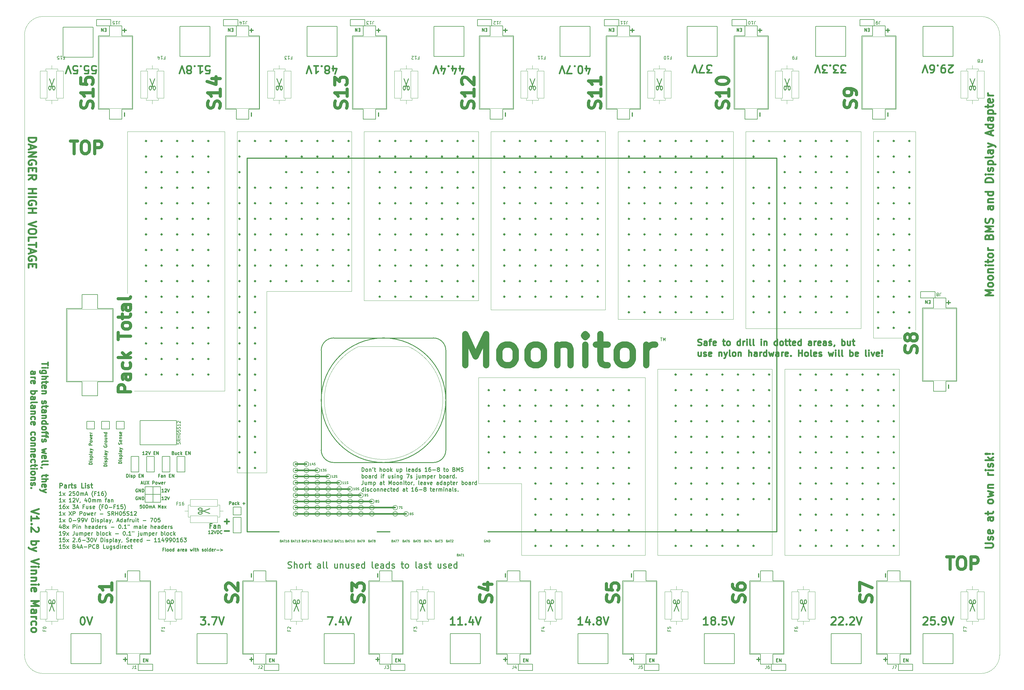
<source format=gbr>
%TF.GenerationSoftware,KiCad,Pcbnew,(5.1.2)-2*%
%TF.CreationDate,2019-08-12T21:21:20-05:00*%
%TF.ProjectId,bms,626d732e-6b69-4636-9164-5f7063625858,rev?*%
%TF.SameCoordinates,Original*%
%TF.FileFunction,Legend,Top*%
%TF.FilePolarity,Positive*%
%FSLAX46Y46*%
G04 Gerber Fmt 4.6, Leading zero omitted, Abs format (unit mm)*
G04 Created by KiCad (PCBNEW (5.1.2)-2) date 2019-08-12 21:21:20*
%MOMM*%
%LPD*%
G04 APERTURE LIST*
%ADD10C,0.150000*%
%ADD11C,0.500000*%
%ADD12C,0.120000*%
%ADD13C,1.000000*%
%ADD14C,0.250000*%
%ADD15C,0.350000*%
%ADD16C,0.375000*%
%ADD17C,0.600000*%
%ADD18C,0.050000*%
%ADD19C,0.300000*%
%ADD20C,0.175000*%
%ADD21C,2.000000*%
G04 APERTURE END LIST*
D10*
X70428571Y-216083333D02*
X70428571Y-216416666D01*
X70952380Y-216416666D02*
X69952380Y-216416666D01*
X69952380Y-215940476D01*
X69952380Y-215369047D02*
X69952380Y-215273809D01*
X70000000Y-215178571D01*
X70047619Y-215130952D01*
X70142857Y-215083333D01*
X70333333Y-215035714D01*
X70571428Y-215035714D01*
X70761904Y-215083333D01*
X70857142Y-215130952D01*
X70904761Y-215178571D01*
X70952380Y-215273809D01*
X70952380Y-215369047D01*
X70904761Y-215464285D01*
X70857142Y-215511904D01*
X70761904Y-215559523D01*
X70571428Y-215607142D01*
X70333333Y-215607142D01*
X70142857Y-215559523D01*
X70047619Y-215511904D01*
X70000000Y-215464285D01*
X69952380Y-215369047D01*
D11*
X338150000Y-134000000D02*
G75*
G03X338150000Y-134000000I-150000J0D01*
G01*
D12*
X344750000Y-132250000D02*
X336000000Y-132250000D01*
D11*
X338150000Y-189000000D02*
G75*
G03X338150000Y-189000000I-150000J0D01*
G01*
X338150000Y-169000000D02*
G75*
G03X338150000Y-169000000I-150000J0D01*
G01*
X338150000Y-179000000D02*
G75*
G03X338150000Y-179000000I-150000J0D01*
G01*
X338150000Y-174000000D02*
G75*
G03X338150000Y-174000000I-150000J0D01*
G01*
X338150000Y-184000000D02*
G75*
G03X338150000Y-184000000I-150000J0D01*
G01*
X338150000Y-149000000D02*
G75*
G03X338150000Y-149000000I-150000J0D01*
G01*
X338150000Y-154000000D02*
G75*
G03X338150000Y-154000000I-150000J0D01*
G01*
X338150000Y-164000000D02*
G75*
G03X338150000Y-164000000I-150000J0D01*
G01*
X338150000Y-144000000D02*
G75*
G03X338150000Y-144000000I-150000J0D01*
G01*
X338150000Y-159000000D02*
G75*
G03X338150000Y-159000000I-150000J0D01*
G01*
X338150000Y-139000000D02*
G75*
G03X338150000Y-139000000I-150000J0D01*
G01*
X298150000Y-189000000D02*
G75*
G03X298150000Y-189000000I-150000J0D01*
G01*
X298150000Y-139000000D02*
G75*
G03X298150000Y-139000000I-150000J0D01*
G01*
X298150000Y-144000000D02*
G75*
G03X298150000Y-144000000I-150000J0D01*
G01*
X298150000Y-154000000D02*
G75*
G03X298150000Y-154000000I-150000J0D01*
G01*
X298150000Y-149000000D02*
G75*
G03X298150000Y-149000000I-150000J0D01*
G01*
X298150000Y-159000000D02*
G75*
G03X298150000Y-159000000I-150000J0D01*
G01*
X298150000Y-174000000D02*
G75*
G03X298150000Y-174000000I-150000J0D01*
G01*
X298150000Y-169000000D02*
G75*
G03X298150000Y-169000000I-150000J0D01*
G01*
X298150000Y-164000000D02*
G75*
G03X298150000Y-164000000I-150000J0D01*
G01*
X298150000Y-134000000D02*
G75*
G03X298150000Y-134000000I-150000J0D01*
G01*
D12*
X336500000Y-122250000D02*
X336500000Y-56000000D01*
X295500000Y-56000000D02*
X295500000Y-119250000D01*
D11*
X283150000Y-74000000D02*
G75*
G03X283150000Y-74000000I-150000J0D01*
G01*
X283150000Y-99000000D02*
G75*
G03X283150000Y-99000000I-150000J0D01*
G01*
X283150000Y-69000000D02*
G75*
G03X283150000Y-69000000I-150000J0D01*
G01*
X283150000Y-104000000D02*
G75*
G03X283150000Y-104000000I-150000J0D01*
G01*
X283150000Y-94000000D02*
G75*
G03X283150000Y-94000000I-150000J0D01*
G01*
X283150000Y-84000000D02*
G75*
G03X283150000Y-84000000I-150000J0D01*
G01*
X283150000Y-89000000D02*
G75*
G03X283150000Y-89000000I-150000J0D01*
G01*
X283150000Y-64000000D02*
G75*
G03X283150000Y-64000000I-150000J0D01*
G01*
X283150000Y-59000000D02*
G75*
G03X283150000Y-59000000I-150000J0D01*
G01*
X283150000Y-79000000D02*
G75*
G03X283150000Y-79000000I-150000J0D01*
G01*
X283150000Y-114000000D02*
G75*
G03X283150000Y-114000000I-150000J0D01*
G01*
X283150000Y-109000000D02*
G75*
G03X283150000Y-109000000I-150000J0D01*
G01*
D12*
X254500000Y-116250000D02*
X254500000Y-56000000D01*
X256750000Y-116250000D02*
X254500000Y-116250000D01*
X241750000Y-56000000D02*
X250500000Y-56000000D01*
X241750000Y-113250000D02*
X250500000Y-113250000D01*
D11*
X243150000Y-109000000D02*
G75*
G03X243150000Y-109000000I-150000J0D01*
G01*
X243150000Y-89000000D02*
G75*
G03X243150000Y-89000000I-150000J0D01*
G01*
X243150000Y-64000000D02*
G75*
G03X243150000Y-64000000I-150000J0D01*
G01*
X243150000Y-59000000D02*
G75*
G03X243150000Y-59000000I-150000J0D01*
G01*
X243150000Y-79000000D02*
G75*
G03X243150000Y-79000000I-150000J0D01*
G01*
X243150000Y-84000000D02*
G75*
G03X243150000Y-84000000I-150000J0D01*
G01*
X243150000Y-99000000D02*
G75*
G03X243150000Y-99000000I-150000J0D01*
G01*
X243150000Y-74000000D02*
G75*
G03X243150000Y-74000000I-150000J0D01*
G01*
X243150000Y-104000000D02*
G75*
G03X243150000Y-104000000I-150000J0D01*
G01*
X243150000Y-69000000D02*
G75*
G03X243150000Y-69000000I-150000J0D01*
G01*
X243150000Y-94000000D02*
G75*
G03X243150000Y-94000000I-150000J0D01*
G01*
D12*
X213750000Y-56000000D02*
X213750000Y-113250000D01*
D11*
X203150000Y-109000000D02*
G75*
G03X203150000Y-109000000I-150000J0D01*
G01*
X203150000Y-74000000D02*
G75*
G03X203150000Y-74000000I-150000J0D01*
G01*
X203150000Y-99000000D02*
G75*
G03X203150000Y-99000000I-150000J0D01*
G01*
X203150000Y-104000000D02*
G75*
G03X203150000Y-104000000I-150000J0D01*
G01*
X203150000Y-94000000D02*
G75*
G03X203150000Y-94000000I-150000J0D01*
G01*
X203150000Y-84000000D02*
G75*
G03X203150000Y-84000000I-150000J0D01*
G01*
X203150000Y-79000000D02*
G75*
G03X203150000Y-79000000I-150000J0D01*
G01*
X203150000Y-89000000D02*
G75*
G03X203150000Y-89000000I-150000J0D01*
G01*
X203150000Y-69000000D02*
G75*
G03X203150000Y-69000000I-150000J0D01*
G01*
X203150000Y-64000000D02*
G75*
G03X203150000Y-64000000I-150000J0D01*
G01*
X203150000Y-59000000D02*
G75*
G03X203150000Y-59000000I-150000J0D01*
G01*
D12*
X173000000Y-110250000D02*
X173000000Y-56000000D01*
D11*
X163150000Y-64000000D02*
G75*
G03X163150000Y-64000000I-150000J0D01*
G01*
X163150000Y-89000000D02*
G75*
G03X163150000Y-89000000I-150000J0D01*
G01*
X163150000Y-79000000D02*
G75*
G03X163150000Y-79000000I-150000J0D01*
G01*
X163150000Y-84000000D02*
G75*
G03X163150000Y-84000000I-150000J0D01*
G01*
X163150000Y-69000000D02*
G75*
G03X163150000Y-69000000I-150000J0D01*
G01*
X163150000Y-94000000D02*
G75*
G03X163150000Y-94000000I-150000J0D01*
G01*
X163150000Y-74000000D02*
G75*
G03X163150000Y-74000000I-150000J0D01*
G01*
X163150000Y-99000000D02*
G75*
G03X163150000Y-99000000I-150000J0D01*
G01*
X163150000Y-59000000D02*
G75*
G03X163150000Y-59000000I-150000J0D01*
G01*
X163150000Y-104000000D02*
G75*
G03X163150000Y-104000000I-150000J0D01*
G01*
D12*
X132250000Y-56000000D02*
X132250000Y-165500000D01*
D11*
X123150000Y-124000000D02*
G75*
G03X123150000Y-124000000I-150000J0D01*
G01*
X123150000Y-84000000D02*
G75*
G03X123150000Y-84000000I-150000J0D01*
G01*
X123150000Y-74000000D02*
G75*
G03X123150000Y-74000000I-150000J0D01*
G01*
X123150000Y-59000000D02*
G75*
G03X123150000Y-59000000I-150000J0D01*
G01*
X123150000Y-64000000D02*
G75*
G03X123150000Y-64000000I-150000J0D01*
G01*
X123150000Y-119000000D02*
G75*
G03X123150000Y-119000000I-150000J0D01*
G01*
X123150000Y-104000000D02*
G75*
G03X123150000Y-104000000I-150000J0D01*
G01*
X123150000Y-69000000D02*
G75*
G03X123150000Y-69000000I-150000J0D01*
G01*
X123150000Y-89000000D02*
G75*
G03X123150000Y-89000000I-150000J0D01*
G01*
X123150000Y-94000000D02*
G75*
G03X123150000Y-94000000I-150000J0D01*
G01*
X123150000Y-99000000D02*
G75*
G03X123150000Y-99000000I-150000J0D01*
G01*
X123150000Y-109000000D02*
G75*
G03X123150000Y-109000000I-150000J0D01*
G01*
X123150000Y-114000000D02*
G75*
G03X123150000Y-114000000I-150000J0D01*
G01*
X123150000Y-79000000D02*
G75*
G03X123150000Y-79000000I-150000J0D01*
G01*
X123150000Y-129000000D02*
G75*
G03X123150000Y-129000000I-150000J0D01*
G01*
X123150000Y-134000000D02*
G75*
G03X123150000Y-134000000I-150000J0D01*
G01*
X258150000Y-159000000D02*
G75*
G03X258150000Y-159000000I-150000J0D01*
G01*
X258150000Y-149000000D02*
G75*
G03X258150000Y-149000000I-150000J0D01*
G01*
X258150000Y-164000000D02*
G75*
G03X258150000Y-164000000I-150000J0D01*
G01*
X258150000Y-144000000D02*
G75*
G03X258150000Y-144000000I-150000J0D01*
G01*
X258150000Y-139000000D02*
G75*
G03X258150000Y-139000000I-150000J0D01*
G01*
X258150000Y-154000000D02*
G75*
G03X258150000Y-154000000I-150000J0D01*
G01*
X258150000Y-169000000D02*
G75*
G03X258150000Y-169000000I-150000J0D01*
G01*
X258150000Y-184000000D02*
G75*
G03X258150000Y-184000000I-150000J0D01*
G01*
X258150000Y-179000000D02*
G75*
G03X258150000Y-179000000I-150000J0D01*
G01*
X258150000Y-174000000D02*
G75*
G03X258150000Y-174000000I-150000J0D01*
G01*
X258150000Y-189000000D02*
G75*
G03X258150000Y-189000000I-150000J0D01*
G01*
D13*
X360011904Y-192559523D02*
X362297619Y-192559523D01*
X361154761Y-196559523D02*
X361154761Y-192559523D01*
X364392857Y-192559523D02*
X365154761Y-192559523D01*
X365535714Y-192750000D01*
X365916666Y-193130952D01*
X366107142Y-193892857D01*
X366107142Y-195226190D01*
X365916666Y-195988095D01*
X365535714Y-196369047D01*
X365154761Y-196559523D01*
X364392857Y-196559523D01*
X364011904Y-196369047D01*
X363630952Y-195988095D01*
X363440476Y-195226190D01*
X363440476Y-193892857D01*
X363630952Y-193130952D01*
X364011904Y-192750000D01*
X364392857Y-192559523D01*
X367821428Y-196559523D02*
X367821428Y-192559523D01*
X369345238Y-192559523D01*
X369726190Y-192750000D01*
X369916666Y-192940476D01*
X370107142Y-193321428D01*
X370107142Y-193892857D01*
X369916666Y-194273809D01*
X369726190Y-194464285D01*
X369345238Y-194654761D01*
X367821428Y-194654761D01*
D11*
X71595238Y-130035714D02*
X71595238Y-131178571D01*
X69595238Y-130607142D02*
X71595238Y-130607142D01*
X69595238Y-131845238D02*
X70928571Y-131845238D01*
X71595238Y-131845238D02*
X71500000Y-131750000D01*
X71404761Y-131845238D01*
X71500000Y-131940476D01*
X71595238Y-131845238D01*
X71404761Y-131845238D01*
X70928571Y-133654761D02*
X69309523Y-133654761D01*
X69119047Y-133559523D01*
X69023809Y-133464285D01*
X68928571Y-133273809D01*
X68928571Y-132988095D01*
X69023809Y-132797619D01*
X69690476Y-133654761D02*
X69595238Y-133464285D01*
X69595238Y-133083333D01*
X69690476Y-132892857D01*
X69785714Y-132797619D01*
X69976190Y-132702380D01*
X70547619Y-132702380D01*
X70738095Y-132797619D01*
X70833333Y-132892857D01*
X70928571Y-133083333D01*
X70928571Y-133464285D01*
X70833333Y-133654761D01*
X69595238Y-134607142D02*
X71595238Y-134607142D01*
X69595238Y-135464285D02*
X70642857Y-135464285D01*
X70833333Y-135369047D01*
X70928571Y-135178571D01*
X70928571Y-134892857D01*
X70833333Y-134702380D01*
X70738095Y-134607142D01*
X70928571Y-136130952D02*
X70928571Y-136892857D01*
X71595238Y-136416666D02*
X69880952Y-136416666D01*
X69690476Y-136511904D01*
X69595238Y-136702380D01*
X69595238Y-136892857D01*
X69690476Y-138321428D02*
X69595238Y-138130952D01*
X69595238Y-137750000D01*
X69690476Y-137559523D01*
X69880952Y-137464285D01*
X70642857Y-137464285D01*
X70833333Y-137559523D01*
X70928571Y-137750000D01*
X70928571Y-138130952D01*
X70833333Y-138321428D01*
X70642857Y-138416666D01*
X70452380Y-138416666D01*
X70261904Y-137464285D01*
X70928571Y-139273809D02*
X69595238Y-139273809D01*
X70738095Y-139273809D02*
X70833333Y-139369047D01*
X70928571Y-139559523D01*
X70928571Y-139845238D01*
X70833333Y-140035714D01*
X70642857Y-140130952D01*
X69595238Y-140130952D01*
X69690476Y-142511904D02*
X69595238Y-142702380D01*
X69595238Y-143083333D01*
X69690476Y-143273809D01*
X69880952Y-143369047D01*
X69976190Y-143369047D01*
X70166666Y-143273809D01*
X70261904Y-143083333D01*
X70261904Y-142797619D01*
X70357142Y-142607142D01*
X70547619Y-142511904D01*
X70642857Y-142511904D01*
X70833333Y-142607142D01*
X70928571Y-142797619D01*
X70928571Y-143083333D01*
X70833333Y-143273809D01*
X70928571Y-143940476D02*
X70928571Y-144702380D01*
X71595238Y-144226190D02*
X69880952Y-144226190D01*
X69690476Y-144321428D01*
X69595238Y-144511904D01*
X69595238Y-144702380D01*
X69595238Y-146226190D02*
X70642857Y-146226190D01*
X70833333Y-146130952D01*
X70928571Y-145940476D01*
X70928571Y-145559523D01*
X70833333Y-145369047D01*
X69690476Y-146226190D02*
X69595238Y-146035714D01*
X69595238Y-145559523D01*
X69690476Y-145369047D01*
X69880952Y-145273809D01*
X70071428Y-145273809D01*
X70261904Y-145369047D01*
X70357142Y-145559523D01*
X70357142Y-146035714D01*
X70452380Y-146226190D01*
X70928571Y-147178571D02*
X69595238Y-147178571D01*
X70738095Y-147178571D02*
X70833333Y-147273809D01*
X70928571Y-147464285D01*
X70928571Y-147750000D01*
X70833333Y-147940476D01*
X70642857Y-148035714D01*
X69595238Y-148035714D01*
X69595238Y-149845238D02*
X71595238Y-149845238D01*
X69690476Y-149845238D02*
X69595238Y-149654761D01*
X69595238Y-149273809D01*
X69690476Y-149083333D01*
X69785714Y-148988095D01*
X69976190Y-148892857D01*
X70547619Y-148892857D01*
X70738095Y-148988095D01*
X70833333Y-149083333D01*
X70928571Y-149273809D01*
X70928571Y-149654761D01*
X70833333Y-149845238D01*
X69595238Y-151083333D02*
X69690476Y-150892857D01*
X69785714Y-150797619D01*
X69976190Y-150702380D01*
X70547619Y-150702380D01*
X70738095Y-150797619D01*
X70833333Y-150892857D01*
X70928571Y-151083333D01*
X70928571Y-151369047D01*
X70833333Y-151559523D01*
X70738095Y-151654761D01*
X70547619Y-151750000D01*
X69976190Y-151750000D01*
X69785714Y-151654761D01*
X69690476Y-151559523D01*
X69595238Y-151369047D01*
X69595238Y-151083333D01*
X70928571Y-152321428D02*
X70928571Y-153083333D01*
X69595238Y-152607142D02*
X71309523Y-152607142D01*
X71500000Y-152702380D01*
X71595238Y-152892857D01*
X71595238Y-153083333D01*
X70928571Y-153464285D02*
X70928571Y-154226190D01*
X69595238Y-153750000D02*
X71309523Y-153750000D01*
X71500000Y-153845238D01*
X71595238Y-154035714D01*
X71595238Y-154226190D01*
X69690476Y-154797619D02*
X69595238Y-154988095D01*
X69595238Y-155369047D01*
X69690476Y-155559523D01*
X69880952Y-155654761D01*
X69976190Y-155654761D01*
X70166666Y-155559523D01*
X70261904Y-155369047D01*
X70261904Y-155083333D01*
X70357142Y-154892857D01*
X70547619Y-154797619D01*
X70642857Y-154797619D01*
X70833333Y-154892857D01*
X70928571Y-155083333D01*
X70928571Y-155369047D01*
X70833333Y-155559523D01*
X70928571Y-157845238D02*
X69595238Y-158226190D01*
X70547619Y-158607142D01*
X69595238Y-158988095D01*
X70928571Y-159369047D01*
X69690476Y-160892857D02*
X69595238Y-160702380D01*
X69595238Y-160321428D01*
X69690476Y-160130952D01*
X69880952Y-160035714D01*
X70642857Y-160035714D01*
X70833333Y-160130952D01*
X70928571Y-160321428D01*
X70928571Y-160702380D01*
X70833333Y-160892857D01*
X70642857Y-160988095D01*
X70452380Y-160988095D01*
X70261904Y-160035714D01*
X69595238Y-162130952D02*
X69690476Y-161940476D01*
X69880952Y-161845238D01*
X71595238Y-161845238D01*
X69595238Y-163178571D02*
X69690476Y-162988095D01*
X69880952Y-162892857D01*
X71595238Y-162892857D01*
X69690476Y-164035714D02*
X69595238Y-164035714D01*
X69404761Y-163940476D01*
X69309523Y-163845238D01*
X70928571Y-166130952D02*
X70928571Y-166892857D01*
X71595238Y-166416666D02*
X69880952Y-166416666D01*
X69690476Y-166511904D01*
X69595238Y-166702380D01*
X69595238Y-166892857D01*
X69595238Y-167559523D02*
X71595238Y-167559523D01*
X69595238Y-168416666D02*
X70642857Y-168416666D01*
X70833333Y-168321428D01*
X70928571Y-168130952D01*
X70928571Y-167845238D01*
X70833333Y-167654761D01*
X70738095Y-167559523D01*
X69690476Y-170130952D02*
X69595238Y-169940476D01*
X69595238Y-169559523D01*
X69690476Y-169369047D01*
X69880952Y-169273809D01*
X70642857Y-169273809D01*
X70833333Y-169369047D01*
X70928571Y-169559523D01*
X70928571Y-169940476D01*
X70833333Y-170130952D01*
X70642857Y-170226190D01*
X70452380Y-170226190D01*
X70261904Y-169273809D01*
X70928571Y-170892857D02*
X69595238Y-171369047D01*
X70928571Y-171845238D02*
X69595238Y-171369047D01*
X69119047Y-171178571D01*
X69023809Y-171083333D01*
X68928571Y-170892857D01*
X66095238Y-133892857D02*
X67142857Y-133892857D01*
X67333333Y-133797619D01*
X67428571Y-133607142D01*
X67428571Y-133226190D01*
X67333333Y-133035714D01*
X66190476Y-133892857D02*
X66095238Y-133702380D01*
X66095238Y-133226190D01*
X66190476Y-133035714D01*
X66380952Y-132940476D01*
X66571428Y-132940476D01*
X66761904Y-133035714D01*
X66857142Y-133226190D01*
X66857142Y-133702380D01*
X66952380Y-133892857D01*
X66095238Y-134845238D02*
X67428571Y-134845238D01*
X67047619Y-134845238D02*
X67238095Y-134940476D01*
X67333333Y-135035714D01*
X67428571Y-135226190D01*
X67428571Y-135416666D01*
X66190476Y-136845238D02*
X66095238Y-136654761D01*
X66095238Y-136273809D01*
X66190476Y-136083333D01*
X66380952Y-135988095D01*
X67142857Y-135988095D01*
X67333333Y-136083333D01*
X67428571Y-136273809D01*
X67428571Y-136654761D01*
X67333333Y-136845238D01*
X67142857Y-136940476D01*
X66952380Y-136940476D01*
X66761904Y-135988095D01*
X66095238Y-139321428D02*
X68095238Y-139321428D01*
X67333333Y-139321428D02*
X67428571Y-139511904D01*
X67428571Y-139892857D01*
X67333333Y-140083333D01*
X67238095Y-140178571D01*
X67047619Y-140273809D01*
X66476190Y-140273809D01*
X66285714Y-140178571D01*
X66190476Y-140083333D01*
X66095238Y-139892857D01*
X66095238Y-139511904D01*
X66190476Y-139321428D01*
X66095238Y-141988095D02*
X67142857Y-141988095D01*
X67333333Y-141892857D01*
X67428571Y-141702380D01*
X67428571Y-141321428D01*
X67333333Y-141130952D01*
X66190476Y-141988095D02*
X66095238Y-141797619D01*
X66095238Y-141321428D01*
X66190476Y-141130952D01*
X66380952Y-141035714D01*
X66571428Y-141035714D01*
X66761904Y-141130952D01*
X66857142Y-141321428D01*
X66857142Y-141797619D01*
X66952380Y-141988095D01*
X66095238Y-143226190D02*
X66190476Y-143035714D01*
X66380952Y-142940476D01*
X68095238Y-142940476D01*
X66095238Y-144845238D02*
X67142857Y-144845238D01*
X67333333Y-144750000D01*
X67428571Y-144559523D01*
X67428571Y-144178571D01*
X67333333Y-143988095D01*
X66190476Y-144845238D02*
X66095238Y-144654761D01*
X66095238Y-144178571D01*
X66190476Y-143988095D01*
X66380952Y-143892857D01*
X66571428Y-143892857D01*
X66761904Y-143988095D01*
X66857142Y-144178571D01*
X66857142Y-144654761D01*
X66952380Y-144845238D01*
X67428571Y-145797619D02*
X66095238Y-145797619D01*
X67238095Y-145797619D02*
X67333333Y-145892857D01*
X67428571Y-146083333D01*
X67428571Y-146369047D01*
X67333333Y-146559523D01*
X67142857Y-146654761D01*
X66095238Y-146654761D01*
X66190476Y-148464285D02*
X66095238Y-148273809D01*
X66095238Y-147892857D01*
X66190476Y-147702380D01*
X66285714Y-147607142D01*
X66476190Y-147511904D01*
X67047619Y-147511904D01*
X67238095Y-147607142D01*
X67333333Y-147702380D01*
X67428571Y-147892857D01*
X67428571Y-148273809D01*
X67333333Y-148464285D01*
X66190476Y-150083333D02*
X66095238Y-149892857D01*
X66095238Y-149511904D01*
X66190476Y-149321428D01*
X66380952Y-149226190D01*
X67142857Y-149226190D01*
X67333333Y-149321428D01*
X67428571Y-149511904D01*
X67428571Y-149892857D01*
X67333333Y-150083333D01*
X67142857Y-150178571D01*
X66952380Y-150178571D01*
X66761904Y-149226190D01*
X66190476Y-153416666D02*
X66095238Y-153226190D01*
X66095238Y-152845238D01*
X66190476Y-152654761D01*
X66285714Y-152559523D01*
X66476190Y-152464285D01*
X67047619Y-152464285D01*
X67238095Y-152559523D01*
X67333333Y-152654761D01*
X67428571Y-152845238D01*
X67428571Y-153226190D01*
X67333333Y-153416666D01*
X66095238Y-154559523D02*
X66190476Y-154369047D01*
X66285714Y-154273809D01*
X66476190Y-154178571D01*
X67047619Y-154178571D01*
X67238095Y-154273809D01*
X67333333Y-154369047D01*
X67428571Y-154559523D01*
X67428571Y-154845238D01*
X67333333Y-155035714D01*
X67238095Y-155130952D01*
X67047619Y-155226190D01*
X66476190Y-155226190D01*
X66285714Y-155130952D01*
X66190476Y-155035714D01*
X66095238Y-154845238D01*
X66095238Y-154559523D01*
X67428571Y-156083333D02*
X66095238Y-156083333D01*
X67238095Y-156083333D02*
X67333333Y-156178571D01*
X67428571Y-156369047D01*
X67428571Y-156654761D01*
X67333333Y-156845238D01*
X67142857Y-156940476D01*
X66095238Y-156940476D01*
X67428571Y-157892857D02*
X66095238Y-157892857D01*
X67238095Y-157892857D02*
X67333333Y-157988095D01*
X67428571Y-158178571D01*
X67428571Y-158464285D01*
X67333333Y-158654761D01*
X67142857Y-158750000D01*
X66095238Y-158750000D01*
X66190476Y-160464285D02*
X66095238Y-160273809D01*
X66095238Y-159892857D01*
X66190476Y-159702380D01*
X66380952Y-159607142D01*
X67142857Y-159607142D01*
X67333333Y-159702380D01*
X67428571Y-159892857D01*
X67428571Y-160273809D01*
X67333333Y-160464285D01*
X67142857Y-160559523D01*
X66952380Y-160559523D01*
X66761904Y-159607142D01*
X66190476Y-162273809D02*
X66095238Y-162083333D01*
X66095238Y-161702380D01*
X66190476Y-161511904D01*
X66285714Y-161416666D01*
X66476190Y-161321428D01*
X67047619Y-161321428D01*
X67238095Y-161416666D01*
X67333333Y-161511904D01*
X67428571Y-161702380D01*
X67428571Y-162083333D01*
X67333333Y-162273809D01*
X67428571Y-162845238D02*
X67428571Y-163607142D01*
X68095238Y-163130952D02*
X66380952Y-163130952D01*
X66190476Y-163226190D01*
X66095238Y-163416666D01*
X66095238Y-163607142D01*
X66095238Y-164273809D02*
X67428571Y-164273809D01*
X68095238Y-164273809D02*
X68000000Y-164178571D01*
X67904761Y-164273809D01*
X68000000Y-164369047D01*
X68095238Y-164273809D01*
X67904761Y-164273809D01*
X66095238Y-165511904D02*
X66190476Y-165321428D01*
X66285714Y-165226190D01*
X66476190Y-165130952D01*
X67047619Y-165130952D01*
X67238095Y-165226190D01*
X67333333Y-165321428D01*
X67428571Y-165511904D01*
X67428571Y-165797619D01*
X67333333Y-165988095D01*
X67238095Y-166083333D01*
X67047619Y-166178571D01*
X66476190Y-166178571D01*
X66285714Y-166083333D01*
X66190476Y-165988095D01*
X66095238Y-165797619D01*
X66095238Y-165511904D01*
X67428571Y-167035714D02*
X66095238Y-167035714D01*
X67238095Y-167035714D02*
X67333333Y-167130952D01*
X67428571Y-167321428D01*
X67428571Y-167607142D01*
X67333333Y-167797619D01*
X67142857Y-167892857D01*
X66095238Y-167892857D01*
X66190476Y-168750000D02*
X66095238Y-168940476D01*
X66095238Y-169321428D01*
X66190476Y-169511904D01*
X66380952Y-169607142D01*
X66476190Y-169607142D01*
X66666666Y-169511904D01*
X66761904Y-169321428D01*
X66761904Y-169035714D01*
X66857142Y-168845238D01*
X67047619Y-168750000D01*
X67142857Y-168750000D01*
X67333333Y-168845238D01*
X67428571Y-169035714D01*
X67428571Y-169321428D01*
X67333333Y-169511904D01*
X66285714Y-170464285D02*
X66190476Y-170559523D01*
X66095238Y-170464285D01*
X66190476Y-170369047D01*
X66285714Y-170464285D01*
X66095238Y-170464285D01*
D14*
X108690476Y-190178571D02*
X108357142Y-190178571D01*
X108357142Y-190702380D02*
X108357142Y-189702380D01*
X108833333Y-189702380D01*
X109357142Y-190702380D02*
X109261904Y-190654761D01*
X109214285Y-190559523D01*
X109214285Y-189702380D01*
X109880952Y-190702380D02*
X109785714Y-190654761D01*
X109738095Y-190607142D01*
X109690476Y-190511904D01*
X109690476Y-190226190D01*
X109738095Y-190130952D01*
X109785714Y-190083333D01*
X109880952Y-190035714D01*
X110023809Y-190035714D01*
X110119047Y-190083333D01*
X110166666Y-190130952D01*
X110214285Y-190226190D01*
X110214285Y-190511904D01*
X110166666Y-190607142D01*
X110119047Y-190654761D01*
X110023809Y-190702380D01*
X109880952Y-190702380D01*
X110785714Y-190702380D02*
X110690476Y-190654761D01*
X110642857Y-190607142D01*
X110595238Y-190511904D01*
X110595238Y-190226190D01*
X110642857Y-190130952D01*
X110690476Y-190083333D01*
X110785714Y-190035714D01*
X110928571Y-190035714D01*
X111023809Y-190083333D01*
X111071428Y-190130952D01*
X111119047Y-190226190D01*
X111119047Y-190511904D01*
X111071428Y-190607142D01*
X111023809Y-190654761D01*
X110928571Y-190702380D01*
X110785714Y-190702380D01*
X111976190Y-190702380D02*
X111976190Y-189702380D01*
X111976190Y-190654761D02*
X111880952Y-190702380D01*
X111690476Y-190702380D01*
X111595238Y-190654761D01*
X111547619Y-190607142D01*
X111500000Y-190511904D01*
X111500000Y-190226190D01*
X111547619Y-190130952D01*
X111595238Y-190083333D01*
X111690476Y-190035714D01*
X111880952Y-190035714D01*
X111976190Y-190083333D01*
X113642857Y-190702380D02*
X113642857Y-190178571D01*
X113595238Y-190083333D01*
X113500000Y-190035714D01*
X113309523Y-190035714D01*
X113214285Y-190083333D01*
X113642857Y-190654761D02*
X113547619Y-190702380D01*
X113309523Y-190702380D01*
X113214285Y-190654761D01*
X113166666Y-190559523D01*
X113166666Y-190464285D01*
X113214285Y-190369047D01*
X113309523Y-190321428D01*
X113547619Y-190321428D01*
X113642857Y-190273809D01*
X114119047Y-190702380D02*
X114119047Y-190035714D01*
X114119047Y-190226190D02*
X114166666Y-190130952D01*
X114214285Y-190083333D01*
X114309523Y-190035714D01*
X114404761Y-190035714D01*
X115119047Y-190654761D02*
X115023809Y-190702380D01*
X114833333Y-190702380D01*
X114738095Y-190654761D01*
X114690476Y-190559523D01*
X114690476Y-190178571D01*
X114738095Y-190083333D01*
X114833333Y-190035714D01*
X115023809Y-190035714D01*
X115119047Y-190083333D01*
X115166666Y-190178571D01*
X115166666Y-190273809D01*
X114690476Y-190369047D01*
X116023809Y-190702380D02*
X116023809Y-190178571D01*
X115976190Y-190083333D01*
X115880952Y-190035714D01*
X115690476Y-190035714D01*
X115595238Y-190083333D01*
X116023809Y-190654761D02*
X115928571Y-190702380D01*
X115690476Y-190702380D01*
X115595238Y-190654761D01*
X115547619Y-190559523D01*
X115547619Y-190464285D01*
X115595238Y-190369047D01*
X115690476Y-190321428D01*
X115928571Y-190321428D01*
X116023809Y-190273809D01*
X117166666Y-190035714D02*
X117357142Y-190702380D01*
X117547619Y-190226190D01*
X117738095Y-190702380D01*
X117928571Y-190035714D01*
X118309523Y-190702380D02*
X118309523Y-190035714D01*
X118309523Y-189702380D02*
X118261904Y-189750000D01*
X118309523Y-189797619D01*
X118357142Y-189750000D01*
X118309523Y-189702380D01*
X118309523Y-189797619D01*
X118642857Y-190035714D02*
X119023809Y-190035714D01*
X118785714Y-189702380D02*
X118785714Y-190559523D01*
X118833333Y-190654761D01*
X118928571Y-190702380D01*
X119023809Y-190702380D01*
X119357142Y-190702380D02*
X119357142Y-189702380D01*
X119785714Y-190702380D02*
X119785714Y-190178571D01*
X119738095Y-190083333D01*
X119642857Y-190035714D01*
X119500000Y-190035714D01*
X119404761Y-190083333D01*
X119357142Y-190130952D01*
X120976190Y-190654761D02*
X121071428Y-190702380D01*
X121261904Y-190702380D01*
X121357142Y-190654761D01*
X121404761Y-190559523D01*
X121404761Y-190511904D01*
X121357142Y-190416666D01*
X121261904Y-190369047D01*
X121119047Y-190369047D01*
X121023809Y-190321428D01*
X120976190Y-190226190D01*
X120976190Y-190178571D01*
X121023809Y-190083333D01*
X121119047Y-190035714D01*
X121261904Y-190035714D01*
X121357142Y-190083333D01*
X121976190Y-190702380D02*
X121880952Y-190654761D01*
X121833333Y-190607142D01*
X121785714Y-190511904D01*
X121785714Y-190226190D01*
X121833333Y-190130952D01*
X121880952Y-190083333D01*
X121976190Y-190035714D01*
X122119047Y-190035714D01*
X122214285Y-190083333D01*
X122261904Y-190130952D01*
X122309523Y-190226190D01*
X122309523Y-190511904D01*
X122261904Y-190607142D01*
X122214285Y-190654761D01*
X122119047Y-190702380D01*
X121976190Y-190702380D01*
X122880952Y-190702380D02*
X122785714Y-190654761D01*
X122738095Y-190559523D01*
X122738095Y-189702380D01*
X123690476Y-190702380D02*
X123690476Y-189702380D01*
X123690476Y-190654761D02*
X123595238Y-190702380D01*
X123404761Y-190702380D01*
X123309523Y-190654761D01*
X123261904Y-190607142D01*
X123214285Y-190511904D01*
X123214285Y-190226190D01*
X123261904Y-190130952D01*
X123309523Y-190083333D01*
X123404761Y-190035714D01*
X123595238Y-190035714D01*
X123690476Y-190083333D01*
X124547619Y-190654761D02*
X124452380Y-190702380D01*
X124261904Y-190702380D01*
X124166666Y-190654761D01*
X124119047Y-190559523D01*
X124119047Y-190178571D01*
X124166666Y-190083333D01*
X124261904Y-190035714D01*
X124452380Y-190035714D01*
X124547619Y-190083333D01*
X124595238Y-190178571D01*
X124595238Y-190273809D01*
X124119047Y-190369047D01*
X125023809Y-190702380D02*
X125023809Y-190035714D01*
X125023809Y-190226190D02*
X125071428Y-190130952D01*
X125119047Y-190083333D01*
X125214285Y-190035714D01*
X125309523Y-190035714D01*
X125642857Y-190321428D02*
X126404761Y-190321428D01*
X126880952Y-190035714D02*
X127642857Y-190321428D01*
X126880952Y-190607142D01*
D10*
X98916666Y-227452380D02*
X98916666Y-228166666D01*
X98869047Y-228309523D01*
X98773809Y-228404761D01*
X98630952Y-228452380D01*
X98535714Y-228452380D01*
X99916666Y-228452380D02*
X99345238Y-228452380D01*
X99630952Y-228452380D02*
X99630952Y-227452380D01*
X99535714Y-227595238D01*
X99440476Y-227690476D01*
X99345238Y-227738095D01*
X175809523Y-21547619D02*
X175809523Y-20833333D01*
X175857142Y-20690476D01*
X175952380Y-20595238D01*
X176095238Y-20547619D01*
X176190476Y-20547619D01*
X174809523Y-20547619D02*
X175380952Y-20547619D01*
X175095238Y-20547619D02*
X175095238Y-21547619D01*
X175190476Y-21404761D01*
X175285714Y-21309523D01*
X175380952Y-21261904D01*
X174476190Y-21547619D02*
X173857142Y-21547619D01*
X174190476Y-21166666D01*
X174047619Y-21166666D01*
X173952380Y-21119047D01*
X173904761Y-21071428D01*
X173857142Y-20976190D01*
X173857142Y-20738095D01*
X173904761Y-20642857D01*
X173952380Y-20595238D01*
X174047619Y-20547619D01*
X174333333Y-20547619D01*
X174428571Y-20595238D01*
X174476190Y-20642857D01*
X94309523Y-21547619D02*
X94309523Y-20833333D01*
X94357142Y-20690476D01*
X94452380Y-20595238D01*
X94595238Y-20547619D01*
X94690476Y-20547619D01*
X93309523Y-20547619D02*
X93880952Y-20547619D01*
X93595238Y-20547619D02*
X93595238Y-21547619D01*
X93690476Y-21404761D01*
X93785714Y-21309523D01*
X93880952Y-21261904D01*
X92404761Y-21547619D02*
X92880952Y-21547619D01*
X92928571Y-21071428D01*
X92880952Y-21119047D01*
X92785714Y-21166666D01*
X92547619Y-21166666D01*
X92452380Y-21119047D01*
X92404761Y-21071428D01*
X92357142Y-20976190D01*
X92357142Y-20738095D01*
X92404761Y-20642857D01*
X92452380Y-20595238D01*
X92547619Y-20547619D01*
X92785714Y-20547619D01*
X92880952Y-20595238D01*
X92928571Y-20642857D01*
X135059523Y-21547619D02*
X135059523Y-20833333D01*
X135107142Y-20690476D01*
X135202380Y-20595238D01*
X135345238Y-20547619D01*
X135440476Y-20547619D01*
X134059523Y-20547619D02*
X134630952Y-20547619D01*
X134345238Y-20547619D02*
X134345238Y-21547619D01*
X134440476Y-21404761D01*
X134535714Y-21309523D01*
X134630952Y-21261904D01*
X133202380Y-21214285D02*
X133202380Y-20547619D01*
X133440476Y-21595238D02*
X133678571Y-20880952D01*
X133059523Y-20880952D01*
X216559523Y-21547619D02*
X216559523Y-20833333D01*
X216607142Y-20690476D01*
X216702380Y-20595238D01*
X216845238Y-20547619D01*
X216940476Y-20547619D01*
X215559523Y-20547619D02*
X216130952Y-20547619D01*
X215845238Y-20547619D02*
X215845238Y-21547619D01*
X215940476Y-21404761D01*
X216035714Y-21309523D01*
X216130952Y-21261904D01*
X215178571Y-21452380D02*
X215130952Y-21500000D01*
X215035714Y-21547619D01*
X214797619Y-21547619D01*
X214702380Y-21500000D01*
X214654761Y-21452380D01*
X214607142Y-21357142D01*
X214607142Y-21261904D01*
X214654761Y-21119047D01*
X215226190Y-20547619D01*
X214607142Y-20547619D01*
X257309523Y-21547619D02*
X257309523Y-20833333D01*
X257357142Y-20690476D01*
X257452380Y-20595238D01*
X257595238Y-20547619D01*
X257690476Y-20547619D01*
X256309523Y-20547619D02*
X256880952Y-20547619D01*
X256595238Y-20547619D02*
X256595238Y-21547619D01*
X256690476Y-21404761D01*
X256785714Y-21309523D01*
X256880952Y-21261904D01*
X255357142Y-20547619D02*
X255928571Y-20547619D01*
X255642857Y-20547619D02*
X255642857Y-21547619D01*
X255738095Y-21404761D01*
X255833333Y-21309523D01*
X255928571Y-21261904D01*
X298309523Y-21547619D02*
X298309523Y-20833333D01*
X298357142Y-20690476D01*
X298452380Y-20595238D01*
X298595238Y-20547619D01*
X298690476Y-20547619D01*
X297309523Y-20547619D02*
X297880952Y-20547619D01*
X297595238Y-20547619D02*
X297595238Y-21547619D01*
X297690476Y-21404761D01*
X297785714Y-21309523D01*
X297880952Y-21261904D01*
X296690476Y-21547619D02*
X296595238Y-21547619D01*
X296500000Y-21500000D01*
X296452380Y-21452380D01*
X296404761Y-21357142D01*
X296357142Y-21166666D01*
X296357142Y-20928571D01*
X296404761Y-20738095D01*
X296452380Y-20642857D01*
X296500000Y-20595238D01*
X296595238Y-20547619D01*
X296690476Y-20547619D01*
X296785714Y-20595238D01*
X296833333Y-20642857D01*
X296880952Y-20738095D01*
X296928571Y-20928571D01*
X296928571Y-21166666D01*
X296880952Y-21357142D01*
X296833333Y-21452380D01*
X296785714Y-21500000D01*
X296690476Y-21547619D01*
X338333333Y-21547619D02*
X338333333Y-20833333D01*
X338380952Y-20690476D01*
X338476190Y-20595238D01*
X338619047Y-20547619D01*
X338714285Y-20547619D01*
X337809523Y-20547619D02*
X337619047Y-20547619D01*
X337523809Y-20595238D01*
X337476190Y-20642857D01*
X337380952Y-20785714D01*
X337333333Y-20976190D01*
X337333333Y-21357142D01*
X337380952Y-21452380D01*
X337428571Y-21500000D01*
X337523809Y-21547619D01*
X337714285Y-21547619D01*
X337809523Y-21500000D01*
X337857142Y-21452380D01*
X337904761Y-21357142D01*
X337904761Y-21119047D01*
X337857142Y-21023809D01*
X337809523Y-20976190D01*
X337714285Y-20928571D01*
X337523809Y-20928571D01*
X337428571Y-20976190D01*
X337380952Y-21023809D01*
X337333333Y-21119047D01*
X357833333Y-108797619D02*
X357833333Y-108083333D01*
X357880952Y-107940476D01*
X357976190Y-107845238D01*
X358119047Y-107797619D01*
X358214285Y-107797619D01*
X357214285Y-108369047D02*
X357309523Y-108416666D01*
X357357142Y-108464285D01*
X357404761Y-108559523D01*
X357404761Y-108607142D01*
X357357142Y-108702380D01*
X357309523Y-108750000D01*
X357214285Y-108797619D01*
X357023809Y-108797619D01*
X356928571Y-108750000D01*
X356880952Y-108702380D01*
X356833333Y-108607142D01*
X356833333Y-108559523D01*
X356880952Y-108464285D01*
X356928571Y-108416666D01*
X357023809Y-108369047D01*
X357214285Y-108369047D01*
X357309523Y-108321428D01*
X357357142Y-108273809D01*
X357404761Y-108178571D01*
X357404761Y-107988095D01*
X357357142Y-107892857D01*
X357309523Y-107845238D01*
X357214285Y-107797619D01*
X357023809Y-107797619D01*
X356928571Y-107845238D01*
X356880952Y-107892857D01*
X356833333Y-107988095D01*
X356833333Y-108178571D01*
X356880952Y-108273809D01*
X356928571Y-108321428D01*
X357023809Y-108369047D01*
X342916666Y-227452380D02*
X342916666Y-228166666D01*
X342869047Y-228309523D01*
X342773809Y-228404761D01*
X342630952Y-228452380D01*
X342535714Y-228452380D01*
X343297619Y-227452380D02*
X343964285Y-227452380D01*
X343535714Y-228452380D01*
X302166666Y-227452380D02*
X302166666Y-228166666D01*
X302119047Y-228309523D01*
X302023809Y-228404761D01*
X301880952Y-228452380D01*
X301785714Y-228452380D01*
X303071428Y-227452380D02*
X302880952Y-227452380D01*
X302785714Y-227500000D01*
X302738095Y-227547619D01*
X302642857Y-227690476D01*
X302595238Y-227880952D01*
X302595238Y-228261904D01*
X302642857Y-228357142D01*
X302690476Y-228404761D01*
X302785714Y-228452380D01*
X302976190Y-228452380D01*
X303071428Y-228404761D01*
X303119047Y-228357142D01*
X303166666Y-228261904D01*
X303166666Y-228023809D01*
X303119047Y-227928571D01*
X303071428Y-227880952D01*
X302976190Y-227833333D01*
X302785714Y-227833333D01*
X302690476Y-227880952D01*
X302642857Y-227928571D01*
X302595238Y-228023809D01*
X261416666Y-227452380D02*
X261416666Y-228166666D01*
X261369047Y-228309523D01*
X261273809Y-228404761D01*
X261130952Y-228452380D01*
X261035714Y-228452380D01*
X262369047Y-227452380D02*
X261892857Y-227452380D01*
X261845238Y-227928571D01*
X261892857Y-227880952D01*
X261988095Y-227833333D01*
X262226190Y-227833333D01*
X262321428Y-227880952D01*
X262369047Y-227928571D01*
X262416666Y-228023809D01*
X262416666Y-228261904D01*
X262369047Y-228357142D01*
X262321428Y-228404761D01*
X262226190Y-228452380D01*
X261988095Y-228452380D01*
X261892857Y-228404761D01*
X261845238Y-228357142D01*
X220916666Y-227452380D02*
X220916666Y-228166666D01*
X220869047Y-228309523D01*
X220773809Y-228404761D01*
X220630952Y-228452380D01*
X220535714Y-228452380D01*
X221821428Y-227785714D02*
X221821428Y-228452380D01*
X221583333Y-227404761D02*
X221345238Y-228119047D01*
X221964285Y-228119047D01*
X179916666Y-227452380D02*
X179916666Y-228166666D01*
X179869047Y-228309523D01*
X179773809Y-228404761D01*
X179630952Y-228452380D01*
X179535714Y-228452380D01*
X180297619Y-227452380D02*
X180916666Y-227452380D01*
X180583333Y-227833333D01*
X180726190Y-227833333D01*
X180821428Y-227880952D01*
X180869047Y-227928571D01*
X180916666Y-228023809D01*
X180916666Y-228261904D01*
X180869047Y-228357142D01*
X180821428Y-228404761D01*
X180726190Y-228452380D01*
X180440476Y-228452380D01*
X180345238Y-228404761D01*
X180297619Y-228357142D01*
X139416666Y-227452380D02*
X139416666Y-228166666D01*
X139369047Y-228309523D01*
X139273809Y-228404761D01*
X139130952Y-228452380D01*
X139035714Y-228452380D01*
X139845238Y-227547619D02*
X139892857Y-227500000D01*
X139988095Y-227452380D01*
X140226190Y-227452380D01*
X140321428Y-227500000D01*
X140369047Y-227547619D01*
X140416666Y-227642857D01*
X140416666Y-227738095D01*
X140369047Y-227880952D01*
X139797619Y-228452380D01*
X140416666Y-228452380D01*
X113190476Y-175428571D02*
X112857142Y-175428571D01*
X112857142Y-175952380D02*
X112857142Y-174952380D01*
X113333333Y-174952380D01*
X114238095Y-175952380D02*
X113666666Y-175952380D01*
X113952380Y-175952380D02*
X113952380Y-174952380D01*
X113857142Y-175095238D01*
X113761904Y-175190476D01*
X113666666Y-175238095D01*
X115095238Y-174952380D02*
X114904761Y-174952380D01*
X114809523Y-175000000D01*
X114761904Y-175047619D01*
X114666666Y-175190476D01*
X114619047Y-175380952D01*
X114619047Y-175761904D01*
X114666666Y-175857142D01*
X114714285Y-175904761D01*
X114809523Y-175952380D01*
X115000000Y-175952380D01*
X115095238Y-175904761D01*
X115142857Y-175857142D01*
X115190476Y-175761904D01*
X115190476Y-175523809D01*
X115142857Y-175428571D01*
X115095238Y-175380952D01*
X115000000Y-175333333D01*
X114809523Y-175333333D01*
X114714285Y-175380952D01*
X114666666Y-175428571D01*
X114619047Y-175523809D01*
X76559523Y-32321428D02*
X76892857Y-32321428D01*
X76892857Y-31797619D02*
X76892857Y-32797619D01*
X76416666Y-32797619D01*
X75511904Y-31797619D02*
X76083333Y-31797619D01*
X75797619Y-31797619D02*
X75797619Y-32797619D01*
X75892857Y-32654761D01*
X75988095Y-32559523D01*
X76083333Y-32511904D01*
X74607142Y-32797619D02*
X75083333Y-32797619D01*
X75130952Y-32321428D01*
X75083333Y-32369047D01*
X74988095Y-32416666D01*
X74750000Y-32416666D01*
X74654761Y-32369047D01*
X74607142Y-32321428D01*
X74559523Y-32226190D01*
X74559523Y-31988095D01*
X74607142Y-31892857D01*
X74654761Y-31845238D01*
X74750000Y-31797619D01*
X74988095Y-31797619D01*
X75083333Y-31845238D01*
X75130952Y-31892857D01*
X108809523Y-32321428D02*
X109142857Y-32321428D01*
X109142857Y-31797619D02*
X109142857Y-32797619D01*
X108666666Y-32797619D01*
X107761904Y-31797619D02*
X108333333Y-31797619D01*
X108047619Y-31797619D02*
X108047619Y-32797619D01*
X108142857Y-32654761D01*
X108238095Y-32559523D01*
X108333333Y-32511904D01*
X106904761Y-32464285D02*
X106904761Y-31797619D01*
X107142857Y-32845238D02*
X107380952Y-32130952D01*
X106761904Y-32130952D01*
X149559523Y-32321428D02*
X149892857Y-32321428D01*
X149892857Y-31797619D02*
X149892857Y-32797619D01*
X149416666Y-32797619D01*
X148511904Y-31797619D02*
X149083333Y-31797619D01*
X148797619Y-31797619D02*
X148797619Y-32797619D01*
X148892857Y-32654761D01*
X148988095Y-32559523D01*
X149083333Y-32511904D01*
X148178571Y-32797619D02*
X147559523Y-32797619D01*
X147892857Y-32416666D01*
X147750000Y-32416666D01*
X147654761Y-32369047D01*
X147607142Y-32321428D01*
X147559523Y-32226190D01*
X147559523Y-31988095D01*
X147607142Y-31892857D01*
X147654761Y-31845238D01*
X147750000Y-31797619D01*
X148035714Y-31797619D01*
X148130952Y-31845238D01*
X148178571Y-31892857D01*
X190309523Y-32321428D02*
X190642857Y-32321428D01*
X190642857Y-31797619D02*
X190642857Y-32797619D01*
X190166666Y-32797619D01*
X189261904Y-31797619D02*
X189833333Y-31797619D01*
X189547619Y-31797619D02*
X189547619Y-32797619D01*
X189642857Y-32654761D01*
X189738095Y-32559523D01*
X189833333Y-32511904D01*
X188880952Y-32702380D02*
X188833333Y-32750000D01*
X188738095Y-32797619D01*
X188500000Y-32797619D01*
X188404761Y-32750000D01*
X188357142Y-32702380D01*
X188309523Y-32607142D01*
X188309523Y-32511904D01*
X188357142Y-32369047D01*
X188928571Y-31797619D01*
X188309523Y-31797619D01*
X230809523Y-32321428D02*
X231142857Y-32321428D01*
X231142857Y-31797619D02*
X231142857Y-32797619D01*
X230666666Y-32797619D01*
X229761904Y-31797619D02*
X230333333Y-31797619D01*
X230047619Y-31797619D02*
X230047619Y-32797619D01*
X230142857Y-32654761D01*
X230238095Y-32559523D01*
X230333333Y-32511904D01*
X228809523Y-31797619D02*
X229380952Y-31797619D01*
X229095238Y-31797619D02*
X229095238Y-32797619D01*
X229190476Y-32654761D01*
X229285714Y-32559523D01*
X229380952Y-32511904D01*
X271309523Y-32321428D02*
X271642857Y-32321428D01*
X271642857Y-31797619D02*
X271642857Y-32797619D01*
X271166666Y-32797619D01*
X270261904Y-31797619D02*
X270833333Y-31797619D01*
X270547619Y-31797619D02*
X270547619Y-32797619D01*
X270642857Y-32654761D01*
X270738095Y-32559523D01*
X270833333Y-32511904D01*
X269642857Y-32797619D02*
X269547619Y-32797619D01*
X269452380Y-32750000D01*
X269404761Y-32702380D01*
X269357142Y-32607142D01*
X269309523Y-32416666D01*
X269309523Y-32178571D01*
X269357142Y-31988095D01*
X269404761Y-31892857D01*
X269452380Y-31845238D01*
X269547619Y-31797619D01*
X269642857Y-31797619D01*
X269738095Y-31845238D01*
X269785714Y-31892857D01*
X269833333Y-31988095D01*
X269880952Y-32178571D01*
X269880952Y-32416666D01*
X269833333Y-32607142D01*
X269785714Y-32702380D01*
X269738095Y-32750000D01*
X269642857Y-32797619D01*
X311583333Y-32321428D02*
X311916666Y-32321428D01*
X311916666Y-31797619D02*
X311916666Y-32797619D01*
X311440476Y-32797619D01*
X311011904Y-31797619D02*
X310821428Y-31797619D01*
X310726190Y-31845238D01*
X310678571Y-31892857D01*
X310583333Y-32035714D01*
X310535714Y-32226190D01*
X310535714Y-32607142D01*
X310583333Y-32702380D01*
X310630952Y-32750000D01*
X310726190Y-32797619D01*
X310916666Y-32797619D01*
X311011904Y-32750000D01*
X311059523Y-32702380D01*
X311107142Y-32607142D01*
X311107142Y-32369047D01*
X311059523Y-32273809D01*
X311011904Y-32226190D01*
X310916666Y-32178571D01*
X310726190Y-32178571D01*
X310630952Y-32226190D01*
X310583333Y-32273809D01*
X310535714Y-32369047D01*
X371083333Y-33321428D02*
X371416666Y-33321428D01*
X371416666Y-32797619D02*
X371416666Y-33797619D01*
X370940476Y-33797619D01*
X370416666Y-33369047D02*
X370511904Y-33416666D01*
X370559523Y-33464285D01*
X370607142Y-33559523D01*
X370607142Y-33607142D01*
X370559523Y-33702380D01*
X370511904Y-33750000D01*
X370416666Y-33797619D01*
X370226190Y-33797619D01*
X370130952Y-33750000D01*
X370083333Y-33702380D01*
X370035714Y-33607142D01*
X370035714Y-33559523D01*
X370083333Y-33464285D01*
X370130952Y-33416666D01*
X370226190Y-33369047D01*
X370416666Y-33369047D01*
X370511904Y-33321428D01*
X370559523Y-33273809D01*
X370607142Y-33178571D01*
X370607142Y-32988095D01*
X370559523Y-32892857D01*
X370511904Y-32845238D01*
X370416666Y-32797619D01*
X370226190Y-32797619D01*
X370130952Y-32845238D01*
X370083333Y-32892857D01*
X370035714Y-32988095D01*
X370035714Y-33178571D01*
X370083333Y-33273809D01*
X370130952Y-33321428D01*
X370226190Y-33369047D01*
X365928571Y-216083333D02*
X365928571Y-216416666D01*
X366452380Y-216416666D02*
X365452380Y-216416666D01*
X365452380Y-215940476D01*
X365452380Y-215654761D02*
X365452380Y-214988095D01*
X366452380Y-215416666D01*
X311678571Y-216083333D02*
X311678571Y-216416666D01*
X312202380Y-216416666D02*
X311202380Y-216416666D01*
X311202380Y-215940476D01*
X311202380Y-215130952D02*
X311202380Y-215321428D01*
X311250000Y-215416666D01*
X311297619Y-215464285D01*
X311440476Y-215559523D01*
X311630952Y-215607142D01*
X312011904Y-215607142D01*
X312107142Y-215559523D01*
X312154761Y-215511904D01*
X312202380Y-215416666D01*
X312202380Y-215226190D01*
X312154761Y-215130952D01*
X312107142Y-215083333D01*
X312011904Y-215035714D01*
X311773809Y-215035714D01*
X311678571Y-215083333D01*
X311630952Y-215130952D01*
X311583333Y-215226190D01*
X311583333Y-215416666D01*
X311630952Y-215511904D01*
X311678571Y-215559523D01*
X311773809Y-215607142D01*
X270928571Y-216083333D02*
X270928571Y-216416666D01*
X271452380Y-216416666D02*
X270452380Y-216416666D01*
X270452380Y-215940476D01*
X270452380Y-215083333D02*
X270452380Y-215559523D01*
X270928571Y-215607142D01*
X270880952Y-215559523D01*
X270833333Y-215464285D01*
X270833333Y-215226190D01*
X270880952Y-215130952D01*
X270928571Y-215083333D01*
X271023809Y-215035714D01*
X271261904Y-215035714D01*
X271357142Y-215083333D01*
X271404761Y-215130952D01*
X271452380Y-215226190D01*
X271452380Y-215464285D01*
X271404761Y-215559523D01*
X271357142Y-215607142D01*
X230428571Y-216083333D02*
X230428571Y-216416666D01*
X230952380Y-216416666D02*
X229952380Y-216416666D01*
X229952380Y-215940476D01*
X230285714Y-215130952D02*
X230952380Y-215130952D01*
X229904761Y-215369047D02*
X230619047Y-215607142D01*
X230619047Y-214988095D01*
X189428571Y-216083333D02*
X189428571Y-216416666D01*
X189952380Y-216416666D02*
X188952380Y-216416666D01*
X188952380Y-215940476D01*
X188952380Y-215654761D02*
X188952380Y-215035714D01*
X189333333Y-215369047D01*
X189333333Y-215226190D01*
X189380952Y-215130952D01*
X189428571Y-215083333D01*
X189523809Y-215035714D01*
X189761904Y-215035714D01*
X189857142Y-215083333D01*
X189904761Y-215130952D01*
X189952380Y-215226190D01*
X189952380Y-215511904D01*
X189904761Y-215607142D01*
X189857142Y-215654761D01*
X148928571Y-216083333D02*
X148928571Y-216416666D01*
X149452380Y-216416666D02*
X148452380Y-216416666D01*
X148452380Y-215940476D01*
X148547619Y-215607142D02*
X148500000Y-215559523D01*
X148452380Y-215464285D01*
X148452380Y-215226190D01*
X148500000Y-215130952D01*
X148547619Y-215083333D01*
X148642857Y-215035714D01*
X148738095Y-215035714D01*
X148880952Y-215083333D01*
X149452380Y-215654761D01*
X149452380Y-215035714D01*
X108428571Y-216083333D02*
X108428571Y-216416666D01*
X108952380Y-216416666D02*
X107952380Y-216416666D01*
X107952380Y-215940476D01*
X108952380Y-215035714D02*
X108952380Y-215607142D01*
X108952380Y-215321428D02*
X107952380Y-215321428D01*
X108095238Y-215416666D01*
X108190476Y-215511904D01*
X108238095Y-215607142D01*
D14*
X172280119Y-165087976D02*
X172280119Y-163837976D01*
X172577738Y-163837976D01*
X172756309Y-163897500D01*
X172875357Y-164016547D01*
X172934880Y-164135595D01*
X172994404Y-164373690D01*
X172994404Y-164552261D01*
X172934880Y-164790357D01*
X172875357Y-164909404D01*
X172756309Y-165028452D01*
X172577738Y-165087976D01*
X172280119Y-165087976D01*
X173708690Y-165087976D02*
X173589642Y-165028452D01*
X173530119Y-164968928D01*
X173470595Y-164849880D01*
X173470595Y-164492738D01*
X173530119Y-164373690D01*
X173589642Y-164314166D01*
X173708690Y-164254642D01*
X173887261Y-164254642D01*
X174006309Y-164314166D01*
X174065833Y-164373690D01*
X174125357Y-164492738D01*
X174125357Y-164849880D01*
X174065833Y-164968928D01*
X174006309Y-165028452D01*
X173887261Y-165087976D01*
X173708690Y-165087976D01*
X174661071Y-164254642D02*
X174661071Y-165087976D01*
X174661071Y-164373690D02*
X174720595Y-164314166D01*
X174839642Y-164254642D01*
X175018214Y-164254642D01*
X175137261Y-164314166D01*
X175196785Y-164433214D01*
X175196785Y-165087976D01*
X175851547Y-163837976D02*
X175732500Y-164076071D01*
X176208690Y-164254642D02*
X176684880Y-164254642D01*
X176387261Y-163837976D02*
X176387261Y-164909404D01*
X176446785Y-165028452D01*
X176565833Y-165087976D01*
X176684880Y-165087976D01*
X178053928Y-165087976D02*
X178053928Y-163837976D01*
X178589642Y-165087976D02*
X178589642Y-164433214D01*
X178530119Y-164314166D01*
X178411071Y-164254642D01*
X178232500Y-164254642D01*
X178113452Y-164314166D01*
X178053928Y-164373690D01*
X179363452Y-165087976D02*
X179244404Y-165028452D01*
X179184880Y-164968928D01*
X179125357Y-164849880D01*
X179125357Y-164492738D01*
X179184880Y-164373690D01*
X179244404Y-164314166D01*
X179363452Y-164254642D01*
X179542023Y-164254642D01*
X179661071Y-164314166D01*
X179720595Y-164373690D01*
X179780119Y-164492738D01*
X179780119Y-164849880D01*
X179720595Y-164968928D01*
X179661071Y-165028452D01*
X179542023Y-165087976D01*
X179363452Y-165087976D01*
X180494404Y-165087976D02*
X180375357Y-165028452D01*
X180315833Y-164968928D01*
X180256309Y-164849880D01*
X180256309Y-164492738D01*
X180315833Y-164373690D01*
X180375357Y-164314166D01*
X180494404Y-164254642D01*
X180672976Y-164254642D01*
X180792023Y-164314166D01*
X180851547Y-164373690D01*
X180911071Y-164492738D01*
X180911071Y-164849880D01*
X180851547Y-164968928D01*
X180792023Y-165028452D01*
X180672976Y-165087976D01*
X180494404Y-165087976D01*
X181446785Y-165087976D02*
X181446785Y-163837976D01*
X181565833Y-164611785D02*
X181922976Y-165087976D01*
X181922976Y-164254642D02*
X181446785Y-164730833D01*
X183946785Y-164254642D02*
X183946785Y-165087976D01*
X183411071Y-164254642D02*
X183411071Y-164909404D01*
X183470595Y-165028452D01*
X183589642Y-165087976D01*
X183768214Y-165087976D01*
X183887261Y-165028452D01*
X183946785Y-164968928D01*
X184542023Y-164254642D02*
X184542023Y-165504642D01*
X184542023Y-164314166D02*
X184661071Y-164254642D01*
X184899166Y-164254642D01*
X185018214Y-164314166D01*
X185077738Y-164373690D01*
X185137261Y-164492738D01*
X185137261Y-164849880D01*
X185077738Y-164968928D01*
X185018214Y-165028452D01*
X184899166Y-165087976D01*
X184661071Y-165087976D01*
X184542023Y-165028452D01*
X186803928Y-165087976D02*
X186684880Y-165028452D01*
X186625357Y-164909404D01*
X186625357Y-163837976D01*
X187756309Y-165028452D02*
X187637261Y-165087976D01*
X187399166Y-165087976D01*
X187280119Y-165028452D01*
X187220595Y-164909404D01*
X187220595Y-164433214D01*
X187280119Y-164314166D01*
X187399166Y-164254642D01*
X187637261Y-164254642D01*
X187756309Y-164314166D01*
X187815833Y-164433214D01*
X187815833Y-164552261D01*
X187220595Y-164671309D01*
X188887261Y-165087976D02*
X188887261Y-164433214D01*
X188827738Y-164314166D01*
X188708690Y-164254642D01*
X188470595Y-164254642D01*
X188351547Y-164314166D01*
X188887261Y-165028452D02*
X188768214Y-165087976D01*
X188470595Y-165087976D01*
X188351547Y-165028452D01*
X188292023Y-164909404D01*
X188292023Y-164790357D01*
X188351547Y-164671309D01*
X188470595Y-164611785D01*
X188768214Y-164611785D01*
X188887261Y-164552261D01*
X190018214Y-165087976D02*
X190018214Y-163837976D01*
X190018214Y-165028452D02*
X189899166Y-165087976D01*
X189661071Y-165087976D01*
X189542023Y-165028452D01*
X189482500Y-164968928D01*
X189422976Y-164849880D01*
X189422976Y-164492738D01*
X189482500Y-164373690D01*
X189542023Y-164314166D01*
X189661071Y-164254642D01*
X189899166Y-164254642D01*
X190018214Y-164314166D01*
X190553928Y-165028452D02*
X190672976Y-165087976D01*
X190911071Y-165087976D01*
X191030119Y-165028452D01*
X191089642Y-164909404D01*
X191089642Y-164849880D01*
X191030119Y-164730833D01*
X190911071Y-164671309D01*
X190732500Y-164671309D01*
X190613452Y-164611785D01*
X190553928Y-164492738D01*
X190553928Y-164433214D01*
X190613452Y-164314166D01*
X190732500Y-164254642D01*
X190911071Y-164254642D01*
X191030119Y-164314166D01*
X193232500Y-165087976D02*
X192518214Y-165087976D01*
X192875357Y-165087976D02*
X192875357Y-163837976D01*
X192756309Y-164016547D01*
X192637261Y-164135595D01*
X192518214Y-164195119D01*
X194303928Y-163837976D02*
X194065833Y-163837976D01*
X193946785Y-163897500D01*
X193887261Y-163957023D01*
X193768214Y-164135595D01*
X193708690Y-164373690D01*
X193708690Y-164849880D01*
X193768214Y-164968928D01*
X193827738Y-165028452D01*
X193946785Y-165087976D01*
X194184880Y-165087976D01*
X194303928Y-165028452D01*
X194363452Y-164968928D01*
X194422976Y-164849880D01*
X194422976Y-164552261D01*
X194363452Y-164433214D01*
X194303928Y-164373690D01*
X194184880Y-164314166D01*
X193946785Y-164314166D01*
X193827738Y-164373690D01*
X193768214Y-164433214D01*
X193708690Y-164552261D01*
X194958690Y-164611785D02*
X195911071Y-164611785D01*
X196684880Y-164373690D02*
X196565833Y-164314166D01*
X196506309Y-164254642D01*
X196446785Y-164135595D01*
X196446785Y-164076071D01*
X196506309Y-163957023D01*
X196565833Y-163897500D01*
X196684880Y-163837976D01*
X196922976Y-163837976D01*
X197042023Y-163897500D01*
X197101547Y-163957023D01*
X197161071Y-164076071D01*
X197161071Y-164135595D01*
X197101547Y-164254642D01*
X197042023Y-164314166D01*
X196922976Y-164373690D01*
X196684880Y-164373690D01*
X196565833Y-164433214D01*
X196506309Y-164492738D01*
X196446785Y-164611785D01*
X196446785Y-164849880D01*
X196506309Y-164968928D01*
X196565833Y-165028452D01*
X196684880Y-165087976D01*
X196922976Y-165087976D01*
X197042023Y-165028452D01*
X197101547Y-164968928D01*
X197161071Y-164849880D01*
X197161071Y-164611785D01*
X197101547Y-164492738D01*
X197042023Y-164433214D01*
X196922976Y-164373690D01*
X198470595Y-164254642D02*
X198946785Y-164254642D01*
X198649166Y-163837976D02*
X198649166Y-164909404D01*
X198708690Y-165028452D01*
X198827738Y-165087976D01*
X198946785Y-165087976D01*
X199542023Y-165087976D02*
X199422976Y-165028452D01*
X199363452Y-164968928D01*
X199303928Y-164849880D01*
X199303928Y-164492738D01*
X199363452Y-164373690D01*
X199422976Y-164314166D01*
X199542023Y-164254642D01*
X199720595Y-164254642D01*
X199839642Y-164314166D01*
X199899166Y-164373690D01*
X199958690Y-164492738D01*
X199958690Y-164849880D01*
X199899166Y-164968928D01*
X199839642Y-165028452D01*
X199720595Y-165087976D01*
X199542023Y-165087976D01*
X201863452Y-164433214D02*
X202042023Y-164492738D01*
X202101547Y-164552261D01*
X202161071Y-164671309D01*
X202161071Y-164849880D01*
X202101547Y-164968928D01*
X202042023Y-165028452D01*
X201922976Y-165087976D01*
X201446785Y-165087976D01*
X201446785Y-163837976D01*
X201863452Y-163837976D01*
X201982500Y-163897500D01*
X202042023Y-163957023D01*
X202101547Y-164076071D01*
X202101547Y-164195119D01*
X202042023Y-164314166D01*
X201982500Y-164373690D01*
X201863452Y-164433214D01*
X201446785Y-164433214D01*
X202696785Y-165087976D02*
X202696785Y-163837976D01*
X203113452Y-164730833D01*
X203530119Y-163837976D01*
X203530119Y-165087976D01*
X204065833Y-165028452D02*
X204244404Y-165087976D01*
X204542023Y-165087976D01*
X204661071Y-165028452D01*
X204720595Y-164968928D01*
X204780119Y-164849880D01*
X204780119Y-164730833D01*
X204720595Y-164611785D01*
X204661071Y-164552261D01*
X204542023Y-164492738D01*
X204303928Y-164433214D01*
X204184880Y-164373690D01*
X204125357Y-164314166D01*
X204065833Y-164195119D01*
X204065833Y-164076071D01*
X204125357Y-163957023D01*
X204184880Y-163897500D01*
X204303928Y-163837976D01*
X204601547Y-163837976D01*
X204780119Y-163897500D01*
X172280119Y-167212976D02*
X172280119Y-165962976D01*
X172280119Y-166439166D02*
X172399166Y-166379642D01*
X172637261Y-166379642D01*
X172756309Y-166439166D01*
X172815833Y-166498690D01*
X172875357Y-166617738D01*
X172875357Y-166974880D01*
X172815833Y-167093928D01*
X172756309Y-167153452D01*
X172637261Y-167212976D01*
X172399166Y-167212976D01*
X172280119Y-167153452D01*
X173589642Y-167212976D02*
X173470595Y-167153452D01*
X173411071Y-167093928D01*
X173351547Y-166974880D01*
X173351547Y-166617738D01*
X173411071Y-166498690D01*
X173470595Y-166439166D01*
X173589642Y-166379642D01*
X173768214Y-166379642D01*
X173887261Y-166439166D01*
X173946785Y-166498690D01*
X174006309Y-166617738D01*
X174006309Y-166974880D01*
X173946785Y-167093928D01*
X173887261Y-167153452D01*
X173768214Y-167212976D01*
X173589642Y-167212976D01*
X175077738Y-167212976D02*
X175077738Y-166558214D01*
X175018214Y-166439166D01*
X174899166Y-166379642D01*
X174661071Y-166379642D01*
X174542023Y-166439166D01*
X175077738Y-167153452D02*
X174958690Y-167212976D01*
X174661071Y-167212976D01*
X174542023Y-167153452D01*
X174482500Y-167034404D01*
X174482500Y-166915357D01*
X174542023Y-166796309D01*
X174661071Y-166736785D01*
X174958690Y-166736785D01*
X175077738Y-166677261D01*
X175672976Y-167212976D02*
X175672976Y-166379642D01*
X175672976Y-166617738D02*
X175732500Y-166498690D01*
X175792023Y-166439166D01*
X175911071Y-166379642D01*
X176030119Y-166379642D01*
X176982500Y-167212976D02*
X176982500Y-165962976D01*
X176982500Y-167153452D02*
X176863452Y-167212976D01*
X176625357Y-167212976D01*
X176506309Y-167153452D01*
X176446785Y-167093928D01*
X176387261Y-166974880D01*
X176387261Y-166617738D01*
X176446785Y-166498690D01*
X176506309Y-166439166D01*
X176625357Y-166379642D01*
X176863452Y-166379642D01*
X176982500Y-166439166D01*
X178530119Y-167212976D02*
X178530119Y-166379642D01*
X178530119Y-165962976D02*
X178470595Y-166022500D01*
X178530119Y-166082023D01*
X178589642Y-166022500D01*
X178530119Y-165962976D01*
X178530119Y-166082023D01*
X178946785Y-166379642D02*
X179422976Y-166379642D01*
X179125357Y-167212976D02*
X179125357Y-166141547D01*
X179184880Y-166022500D01*
X179303928Y-165962976D01*
X179422976Y-165962976D01*
X181327738Y-166379642D02*
X181327738Y-167212976D01*
X180792023Y-166379642D02*
X180792023Y-167034404D01*
X180851547Y-167153452D01*
X180970595Y-167212976D01*
X181149166Y-167212976D01*
X181268214Y-167153452D01*
X181327738Y-167093928D01*
X181863452Y-167153452D02*
X181982500Y-167212976D01*
X182220595Y-167212976D01*
X182339642Y-167153452D01*
X182399166Y-167034404D01*
X182399166Y-166974880D01*
X182339642Y-166855833D01*
X182220595Y-166796309D01*
X182042023Y-166796309D01*
X181922976Y-166736785D01*
X181863452Y-166617738D01*
X181863452Y-166558214D01*
X181922976Y-166439166D01*
X182042023Y-166379642D01*
X182220595Y-166379642D01*
X182339642Y-166439166D01*
X182934880Y-167212976D02*
X182934880Y-166379642D01*
X182934880Y-165962976D02*
X182875357Y-166022500D01*
X182934880Y-166082023D01*
X182994404Y-166022500D01*
X182934880Y-165962976D01*
X182934880Y-166082023D01*
X183530119Y-166379642D02*
X183530119Y-167212976D01*
X183530119Y-166498690D02*
X183589642Y-166439166D01*
X183708690Y-166379642D01*
X183887261Y-166379642D01*
X184006309Y-166439166D01*
X184065833Y-166558214D01*
X184065833Y-167212976D01*
X185196785Y-166379642D02*
X185196785Y-167391547D01*
X185137261Y-167510595D01*
X185077738Y-167570119D01*
X184958690Y-167629642D01*
X184780119Y-167629642D01*
X184661071Y-167570119D01*
X185196785Y-167153452D02*
X185077738Y-167212976D01*
X184839642Y-167212976D01*
X184720595Y-167153452D01*
X184661071Y-167093928D01*
X184601547Y-166974880D01*
X184601547Y-166617738D01*
X184661071Y-166498690D01*
X184720595Y-166439166D01*
X184839642Y-166379642D01*
X185077738Y-166379642D01*
X185196785Y-166439166D01*
X186625357Y-165962976D02*
X187458690Y-165962976D01*
X186922976Y-167212976D01*
X187875357Y-167153452D02*
X187994404Y-167212976D01*
X188232500Y-167212976D01*
X188351547Y-167153452D01*
X188411071Y-167034404D01*
X188411071Y-166974880D01*
X188351547Y-166855833D01*
X188232500Y-166796309D01*
X188053928Y-166796309D01*
X187934880Y-166736785D01*
X187875357Y-166617738D01*
X187875357Y-166558214D01*
X187934880Y-166439166D01*
X188053928Y-166379642D01*
X188232500Y-166379642D01*
X188351547Y-166439166D01*
X189899166Y-166379642D02*
X189899166Y-167451071D01*
X189839642Y-167570119D01*
X189720595Y-167629642D01*
X189661071Y-167629642D01*
X189899166Y-165962976D02*
X189839642Y-166022500D01*
X189899166Y-166082023D01*
X189958690Y-166022500D01*
X189899166Y-165962976D01*
X189899166Y-166082023D01*
X191030119Y-166379642D02*
X191030119Y-167212976D01*
X190494404Y-166379642D02*
X190494404Y-167034404D01*
X190553928Y-167153452D01*
X190672976Y-167212976D01*
X190851547Y-167212976D01*
X190970595Y-167153452D01*
X191030119Y-167093928D01*
X191625357Y-167212976D02*
X191625357Y-166379642D01*
X191625357Y-166498690D02*
X191684880Y-166439166D01*
X191803928Y-166379642D01*
X191982500Y-166379642D01*
X192101547Y-166439166D01*
X192161071Y-166558214D01*
X192161071Y-167212976D01*
X192161071Y-166558214D02*
X192220595Y-166439166D01*
X192339642Y-166379642D01*
X192518214Y-166379642D01*
X192637261Y-166439166D01*
X192696785Y-166558214D01*
X192696785Y-167212976D01*
X193292023Y-166379642D02*
X193292023Y-167629642D01*
X193292023Y-166439166D02*
X193411071Y-166379642D01*
X193649166Y-166379642D01*
X193768214Y-166439166D01*
X193827738Y-166498690D01*
X193887261Y-166617738D01*
X193887261Y-166974880D01*
X193827738Y-167093928D01*
X193768214Y-167153452D01*
X193649166Y-167212976D01*
X193411071Y-167212976D01*
X193292023Y-167153452D01*
X194899166Y-167153452D02*
X194780119Y-167212976D01*
X194542023Y-167212976D01*
X194422976Y-167153452D01*
X194363452Y-167034404D01*
X194363452Y-166558214D01*
X194422976Y-166439166D01*
X194542023Y-166379642D01*
X194780119Y-166379642D01*
X194899166Y-166439166D01*
X194958690Y-166558214D01*
X194958690Y-166677261D01*
X194363452Y-166796309D01*
X195494404Y-167212976D02*
X195494404Y-166379642D01*
X195494404Y-166617738D02*
X195553928Y-166498690D01*
X195613452Y-166439166D01*
X195732500Y-166379642D01*
X195851547Y-166379642D01*
X197220595Y-167212976D02*
X197220595Y-165962976D01*
X197220595Y-166439166D02*
X197339642Y-166379642D01*
X197577738Y-166379642D01*
X197696785Y-166439166D01*
X197756309Y-166498690D01*
X197815833Y-166617738D01*
X197815833Y-166974880D01*
X197756309Y-167093928D01*
X197696785Y-167153452D01*
X197577738Y-167212976D01*
X197339642Y-167212976D01*
X197220595Y-167153452D01*
X198530119Y-167212976D02*
X198411071Y-167153452D01*
X198351547Y-167093928D01*
X198292023Y-166974880D01*
X198292023Y-166617738D01*
X198351547Y-166498690D01*
X198411071Y-166439166D01*
X198530119Y-166379642D01*
X198708690Y-166379642D01*
X198827738Y-166439166D01*
X198887261Y-166498690D01*
X198946785Y-166617738D01*
X198946785Y-166974880D01*
X198887261Y-167093928D01*
X198827738Y-167153452D01*
X198708690Y-167212976D01*
X198530119Y-167212976D01*
X200018214Y-167212976D02*
X200018214Y-166558214D01*
X199958690Y-166439166D01*
X199839642Y-166379642D01*
X199601547Y-166379642D01*
X199482500Y-166439166D01*
X200018214Y-167153452D02*
X199899166Y-167212976D01*
X199601547Y-167212976D01*
X199482500Y-167153452D01*
X199422976Y-167034404D01*
X199422976Y-166915357D01*
X199482500Y-166796309D01*
X199601547Y-166736785D01*
X199899166Y-166736785D01*
X200018214Y-166677261D01*
X200613452Y-167212976D02*
X200613452Y-166379642D01*
X200613452Y-166617738D02*
X200672976Y-166498690D01*
X200732500Y-166439166D01*
X200851547Y-166379642D01*
X200970595Y-166379642D01*
X201922976Y-167212976D02*
X201922976Y-165962976D01*
X201922976Y-167153452D02*
X201803928Y-167212976D01*
X201565833Y-167212976D01*
X201446785Y-167153452D01*
X201387261Y-167093928D01*
X201327738Y-166974880D01*
X201327738Y-166617738D01*
X201387261Y-166498690D01*
X201446785Y-166439166D01*
X201565833Y-166379642D01*
X201803928Y-166379642D01*
X201922976Y-166439166D01*
X202518214Y-167093928D02*
X202577738Y-167153452D01*
X202518214Y-167212976D01*
X202458690Y-167153452D01*
X202518214Y-167093928D01*
X202518214Y-167212976D01*
X172637261Y-168087976D02*
X172637261Y-168980833D01*
X172577738Y-169159404D01*
X172458690Y-169278452D01*
X172280119Y-169337976D01*
X172161071Y-169337976D01*
X173768214Y-168504642D02*
X173768214Y-169337976D01*
X173232500Y-168504642D02*
X173232500Y-169159404D01*
X173292023Y-169278452D01*
X173411071Y-169337976D01*
X173589642Y-169337976D01*
X173708690Y-169278452D01*
X173768214Y-169218928D01*
X174363452Y-169337976D02*
X174363452Y-168504642D01*
X174363452Y-168623690D02*
X174422976Y-168564166D01*
X174542023Y-168504642D01*
X174720595Y-168504642D01*
X174839642Y-168564166D01*
X174899166Y-168683214D01*
X174899166Y-169337976D01*
X174899166Y-168683214D02*
X174958690Y-168564166D01*
X175077738Y-168504642D01*
X175256309Y-168504642D01*
X175375357Y-168564166D01*
X175434880Y-168683214D01*
X175434880Y-169337976D01*
X176030119Y-168504642D02*
X176030119Y-169754642D01*
X176030119Y-168564166D02*
X176149166Y-168504642D01*
X176387261Y-168504642D01*
X176506309Y-168564166D01*
X176565833Y-168623690D01*
X176625357Y-168742738D01*
X176625357Y-169099880D01*
X176565833Y-169218928D01*
X176506309Y-169278452D01*
X176387261Y-169337976D01*
X176149166Y-169337976D01*
X176030119Y-169278452D01*
X178649166Y-169337976D02*
X178649166Y-168683214D01*
X178589642Y-168564166D01*
X178470595Y-168504642D01*
X178232500Y-168504642D01*
X178113452Y-168564166D01*
X178649166Y-169278452D02*
X178530119Y-169337976D01*
X178232500Y-169337976D01*
X178113452Y-169278452D01*
X178053928Y-169159404D01*
X178053928Y-169040357D01*
X178113452Y-168921309D01*
X178232500Y-168861785D01*
X178530119Y-168861785D01*
X178649166Y-168802261D01*
X179065833Y-168504642D02*
X179542023Y-168504642D01*
X179244404Y-168087976D02*
X179244404Y-169159404D01*
X179303928Y-169278452D01*
X179422976Y-169337976D01*
X179542023Y-169337976D01*
X180911071Y-169337976D02*
X180911071Y-168087976D01*
X181327738Y-168980833D01*
X181744404Y-168087976D01*
X181744404Y-169337976D01*
X182518214Y-169337976D02*
X182399166Y-169278452D01*
X182339642Y-169218928D01*
X182280119Y-169099880D01*
X182280119Y-168742738D01*
X182339642Y-168623690D01*
X182399166Y-168564166D01*
X182518214Y-168504642D01*
X182696785Y-168504642D01*
X182815833Y-168564166D01*
X182875357Y-168623690D01*
X182934880Y-168742738D01*
X182934880Y-169099880D01*
X182875357Y-169218928D01*
X182815833Y-169278452D01*
X182696785Y-169337976D01*
X182518214Y-169337976D01*
X183649166Y-169337976D02*
X183530119Y-169278452D01*
X183470595Y-169218928D01*
X183411071Y-169099880D01*
X183411071Y-168742738D01*
X183470595Y-168623690D01*
X183530119Y-168564166D01*
X183649166Y-168504642D01*
X183827738Y-168504642D01*
X183946785Y-168564166D01*
X184006309Y-168623690D01*
X184065833Y-168742738D01*
X184065833Y-169099880D01*
X184006309Y-169218928D01*
X183946785Y-169278452D01*
X183827738Y-169337976D01*
X183649166Y-169337976D01*
X184601547Y-168504642D02*
X184601547Y-169337976D01*
X184601547Y-168623690D02*
X184661071Y-168564166D01*
X184780119Y-168504642D01*
X184958690Y-168504642D01*
X185077738Y-168564166D01*
X185137261Y-168683214D01*
X185137261Y-169337976D01*
X185732500Y-169337976D02*
X185732500Y-168504642D01*
X185732500Y-168087976D02*
X185672976Y-168147500D01*
X185732500Y-168207023D01*
X185792023Y-168147500D01*
X185732500Y-168087976D01*
X185732500Y-168207023D01*
X186149166Y-168504642D02*
X186625357Y-168504642D01*
X186327738Y-168087976D02*
X186327738Y-169159404D01*
X186387261Y-169278452D01*
X186506309Y-169337976D01*
X186625357Y-169337976D01*
X187220595Y-169337976D02*
X187101547Y-169278452D01*
X187042023Y-169218928D01*
X186982500Y-169099880D01*
X186982500Y-168742738D01*
X187042023Y-168623690D01*
X187101547Y-168564166D01*
X187220595Y-168504642D01*
X187399166Y-168504642D01*
X187518214Y-168564166D01*
X187577738Y-168623690D01*
X187637261Y-168742738D01*
X187637261Y-169099880D01*
X187577738Y-169218928D01*
X187518214Y-169278452D01*
X187399166Y-169337976D01*
X187220595Y-169337976D01*
X188172976Y-169337976D02*
X188172976Y-168504642D01*
X188172976Y-168742738D02*
X188232500Y-168623690D01*
X188292023Y-168564166D01*
X188411071Y-168504642D01*
X188530119Y-168504642D01*
X189006309Y-169278452D02*
X189006309Y-169337976D01*
X188946785Y-169457023D01*
X188887261Y-169516547D01*
X190672976Y-169337976D02*
X190553928Y-169278452D01*
X190494404Y-169159404D01*
X190494404Y-168087976D01*
X191625357Y-169278452D02*
X191506309Y-169337976D01*
X191268214Y-169337976D01*
X191149166Y-169278452D01*
X191089642Y-169159404D01*
X191089642Y-168683214D01*
X191149166Y-168564166D01*
X191268214Y-168504642D01*
X191506309Y-168504642D01*
X191625357Y-168564166D01*
X191684880Y-168683214D01*
X191684880Y-168802261D01*
X191089642Y-168921309D01*
X192756309Y-169337976D02*
X192756309Y-168683214D01*
X192696785Y-168564166D01*
X192577738Y-168504642D01*
X192339642Y-168504642D01*
X192220595Y-168564166D01*
X192756309Y-169278452D02*
X192637261Y-169337976D01*
X192339642Y-169337976D01*
X192220595Y-169278452D01*
X192161071Y-169159404D01*
X192161071Y-169040357D01*
X192220595Y-168921309D01*
X192339642Y-168861785D01*
X192637261Y-168861785D01*
X192756309Y-168802261D01*
X193232500Y-168504642D02*
X193530119Y-169337976D01*
X193827738Y-168504642D01*
X194780119Y-169278452D02*
X194661071Y-169337976D01*
X194422976Y-169337976D01*
X194303928Y-169278452D01*
X194244404Y-169159404D01*
X194244404Y-168683214D01*
X194303928Y-168564166D01*
X194422976Y-168504642D01*
X194661071Y-168504642D01*
X194780119Y-168564166D01*
X194839642Y-168683214D01*
X194839642Y-168802261D01*
X194244404Y-168921309D01*
X196863452Y-169337976D02*
X196863452Y-168683214D01*
X196803928Y-168564166D01*
X196684880Y-168504642D01*
X196446785Y-168504642D01*
X196327738Y-168564166D01*
X196863452Y-169278452D02*
X196744404Y-169337976D01*
X196446785Y-169337976D01*
X196327738Y-169278452D01*
X196268214Y-169159404D01*
X196268214Y-169040357D01*
X196327738Y-168921309D01*
X196446785Y-168861785D01*
X196744404Y-168861785D01*
X196863452Y-168802261D01*
X197994404Y-169337976D02*
X197994404Y-168087976D01*
X197994404Y-169278452D02*
X197875357Y-169337976D01*
X197637261Y-169337976D01*
X197518214Y-169278452D01*
X197458690Y-169218928D01*
X197399166Y-169099880D01*
X197399166Y-168742738D01*
X197458690Y-168623690D01*
X197518214Y-168564166D01*
X197637261Y-168504642D01*
X197875357Y-168504642D01*
X197994404Y-168564166D01*
X199125357Y-169337976D02*
X199125357Y-168683214D01*
X199065833Y-168564166D01*
X198946785Y-168504642D01*
X198708690Y-168504642D01*
X198589642Y-168564166D01*
X199125357Y-169278452D02*
X199006309Y-169337976D01*
X198708690Y-169337976D01*
X198589642Y-169278452D01*
X198530119Y-169159404D01*
X198530119Y-169040357D01*
X198589642Y-168921309D01*
X198708690Y-168861785D01*
X199006309Y-168861785D01*
X199125357Y-168802261D01*
X199720595Y-168504642D02*
X199720595Y-169754642D01*
X199720595Y-168564166D02*
X199839642Y-168504642D01*
X200077738Y-168504642D01*
X200196785Y-168564166D01*
X200256309Y-168623690D01*
X200315833Y-168742738D01*
X200315833Y-169099880D01*
X200256309Y-169218928D01*
X200196785Y-169278452D01*
X200077738Y-169337976D01*
X199839642Y-169337976D01*
X199720595Y-169278452D01*
X200672976Y-168504642D02*
X201149166Y-168504642D01*
X200851547Y-168087976D02*
X200851547Y-169159404D01*
X200911071Y-169278452D01*
X201030119Y-169337976D01*
X201149166Y-169337976D01*
X202042023Y-169278452D02*
X201922976Y-169337976D01*
X201684880Y-169337976D01*
X201565833Y-169278452D01*
X201506309Y-169159404D01*
X201506309Y-168683214D01*
X201565833Y-168564166D01*
X201684880Y-168504642D01*
X201922976Y-168504642D01*
X202042023Y-168564166D01*
X202101547Y-168683214D01*
X202101547Y-168802261D01*
X201506309Y-168921309D01*
X202637261Y-169337976D02*
X202637261Y-168504642D01*
X202637261Y-168742738D02*
X202696785Y-168623690D01*
X202756309Y-168564166D01*
X202875357Y-168504642D01*
X202994404Y-168504642D01*
X204363452Y-169337976D02*
X204363452Y-168087976D01*
X204363452Y-168564166D02*
X204482500Y-168504642D01*
X204720595Y-168504642D01*
X204839642Y-168564166D01*
X204899166Y-168623690D01*
X204958690Y-168742738D01*
X204958690Y-169099880D01*
X204899166Y-169218928D01*
X204839642Y-169278452D01*
X204720595Y-169337976D01*
X204482500Y-169337976D01*
X204363452Y-169278452D01*
X205672976Y-169337976D02*
X205553928Y-169278452D01*
X205494404Y-169218928D01*
X205434880Y-169099880D01*
X205434880Y-168742738D01*
X205494404Y-168623690D01*
X205553928Y-168564166D01*
X205672976Y-168504642D01*
X205851547Y-168504642D01*
X205970595Y-168564166D01*
X206030119Y-168623690D01*
X206089642Y-168742738D01*
X206089642Y-169099880D01*
X206030119Y-169218928D01*
X205970595Y-169278452D01*
X205851547Y-169337976D01*
X205672976Y-169337976D01*
X207161071Y-169337976D02*
X207161071Y-168683214D01*
X207101547Y-168564166D01*
X206982500Y-168504642D01*
X206744404Y-168504642D01*
X206625357Y-168564166D01*
X207161071Y-169278452D02*
X207042023Y-169337976D01*
X206744404Y-169337976D01*
X206625357Y-169278452D01*
X206565833Y-169159404D01*
X206565833Y-169040357D01*
X206625357Y-168921309D01*
X206744404Y-168861785D01*
X207042023Y-168861785D01*
X207161071Y-168802261D01*
X207756309Y-169337976D02*
X207756309Y-168504642D01*
X207756309Y-168742738D02*
X207815833Y-168623690D01*
X207875357Y-168564166D01*
X207994404Y-168504642D01*
X208113452Y-168504642D01*
X209065833Y-169337976D02*
X209065833Y-168087976D01*
X209065833Y-169278452D02*
X208946785Y-169337976D01*
X208708690Y-169337976D01*
X208589642Y-169278452D01*
X208530119Y-169218928D01*
X208470595Y-169099880D01*
X208470595Y-168742738D01*
X208530119Y-168623690D01*
X208589642Y-168564166D01*
X208708690Y-168504642D01*
X208946785Y-168504642D01*
X209065833Y-168564166D01*
X172815833Y-171462976D02*
X172815833Y-170212976D01*
X172815833Y-171403452D02*
X172696785Y-171462976D01*
X172458690Y-171462976D01*
X172339642Y-171403452D01*
X172280119Y-171343928D01*
X172220595Y-171224880D01*
X172220595Y-170867738D01*
X172280119Y-170748690D01*
X172339642Y-170689166D01*
X172458690Y-170629642D01*
X172696785Y-170629642D01*
X172815833Y-170689166D01*
X173411071Y-171462976D02*
X173411071Y-170629642D01*
X173411071Y-170212976D02*
X173351547Y-170272500D01*
X173411071Y-170332023D01*
X173470595Y-170272500D01*
X173411071Y-170212976D01*
X173411071Y-170332023D01*
X173946785Y-171403452D02*
X174065833Y-171462976D01*
X174303928Y-171462976D01*
X174422976Y-171403452D01*
X174482500Y-171284404D01*
X174482500Y-171224880D01*
X174422976Y-171105833D01*
X174303928Y-171046309D01*
X174125357Y-171046309D01*
X174006309Y-170986785D01*
X173946785Y-170867738D01*
X173946785Y-170808214D01*
X174006309Y-170689166D01*
X174125357Y-170629642D01*
X174303928Y-170629642D01*
X174422976Y-170689166D01*
X175553928Y-171403452D02*
X175434880Y-171462976D01*
X175196785Y-171462976D01*
X175077738Y-171403452D01*
X175018214Y-171343928D01*
X174958690Y-171224880D01*
X174958690Y-170867738D01*
X175018214Y-170748690D01*
X175077738Y-170689166D01*
X175196785Y-170629642D01*
X175434880Y-170629642D01*
X175553928Y-170689166D01*
X176268214Y-171462976D02*
X176149166Y-171403452D01*
X176089642Y-171343928D01*
X176030119Y-171224880D01*
X176030119Y-170867738D01*
X176089642Y-170748690D01*
X176149166Y-170689166D01*
X176268214Y-170629642D01*
X176446785Y-170629642D01*
X176565833Y-170689166D01*
X176625357Y-170748690D01*
X176684880Y-170867738D01*
X176684880Y-171224880D01*
X176625357Y-171343928D01*
X176565833Y-171403452D01*
X176446785Y-171462976D01*
X176268214Y-171462976D01*
X177220595Y-170629642D02*
X177220595Y-171462976D01*
X177220595Y-170748690D02*
X177280119Y-170689166D01*
X177399166Y-170629642D01*
X177577738Y-170629642D01*
X177696785Y-170689166D01*
X177756309Y-170808214D01*
X177756309Y-171462976D01*
X178351547Y-170629642D02*
X178351547Y-171462976D01*
X178351547Y-170748690D02*
X178411071Y-170689166D01*
X178530119Y-170629642D01*
X178708690Y-170629642D01*
X178827738Y-170689166D01*
X178887261Y-170808214D01*
X178887261Y-171462976D01*
X179958690Y-171403452D02*
X179839642Y-171462976D01*
X179601547Y-171462976D01*
X179482500Y-171403452D01*
X179422976Y-171284404D01*
X179422976Y-170808214D01*
X179482500Y-170689166D01*
X179601547Y-170629642D01*
X179839642Y-170629642D01*
X179958690Y-170689166D01*
X180018214Y-170808214D01*
X180018214Y-170927261D01*
X179422976Y-171046309D01*
X181089642Y-171403452D02*
X180970595Y-171462976D01*
X180732500Y-171462976D01*
X180613452Y-171403452D01*
X180553928Y-171343928D01*
X180494404Y-171224880D01*
X180494404Y-170867738D01*
X180553928Y-170748690D01*
X180613452Y-170689166D01*
X180732500Y-170629642D01*
X180970595Y-170629642D01*
X181089642Y-170689166D01*
X181446785Y-170629642D02*
X181922976Y-170629642D01*
X181625357Y-170212976D02*
X181625357Y-171284404D01*
X181684880Y-171403452D01*
X181803928Y-171462976D01*
X181922976Y-171462976D01*
X182815833Y-171403452D02*
X182696785Y-171462976D01*
X182458690Y-171462976D01*
X182339642Y-171403452D01*
X182280119Y-171284404D01*
X182280119Y-170808214D01*
X182339642Y-170689166D01*
X182458690Y-170629642D01*
X182696785Y-170629642D01*
X182815833Y-170689166D01*
X182875357Y-170808214D01*
X182875357Y-170927261D01*
X182280119Y-171046309D01*
X183946785Y-171462976D02*
X183946785Y-170212976D01*
X183946785Y-171403452D02*
X183827738Y-171462976D01*
X183589642Y-171462976D01*
X183470595Y-171403452D01*
X183411071Y-171343928D01*
X183351547Y-171224880D01*
X183351547Y-170867738D01*
X183411071Y-170748690D01*
X183470595Y-170689166D01*
X183589642Y-170629642D01*
X183827738Y-170629642D01*
X183946785Y-170689166D01*
X186030119Y-171462976D02*
X186030119Y-170808214D01*
X185970595Y-170689166D01*
X185851547Y-170629642D01*
X185613452Y-170629642D01*
X185494404Y-170689166D01*
X186030119Y-171403452D02*
X185911071Y-171462976D01*
X185613452Y-171462976D01*
X185494404Y-171403452D01*
X185434880Y-171284404D01*
X185434880Y-171165357D01*
X185494404Y-171046309D01*
X185613452Y-170986785D01*
X185911071Y-170986785D01*
X186030119Y-170927261D01*
X186446785Y-170629642D02*
X186922976Y-170629642D01*
X186625357Y-170212976D02*
X186625357Y-171284404D01*
X186684880Y-171403452D01*
X186803928Y-171462976D01*
X186922976Y-171462976D01*
X188946785Y-171462976D02*
X188232500Y-171462976D01*
X188589642Y-171462976D02*
X188589642Y-170212976D01*
X188470595Y-170391547D01*
X188351547Y-170510595D01*
X188232500Y-170570119D01*
X190018214Y-170212976D02*
X189780119Y-170212976D01*
X189661071Y-170272500D01*
X189601547Y-170332023D01*
X189482500Y-170510595D01*
X189422976Y-170748690D01*
X189422976Y-171224880D01*
X189482500Y-171343928D01*
X189542023Y-171403452D01*
X189661071Y-171462976D01*
X189899166Y-171462976D01*
X190018214Y-171403452D01*
X190077738Y-171343928D01*
X190137261Y-171224880D01*
X190137261Y-170927261D01*
X190077738Y-170808214D01*
X190018214Y-170748690D01*
X189899166Y-170689166D01*
X189661071Y-170689166D01*
X189542023Y-170748690D01*
X189482500Y-170808214D01*
X189422976Y-170927261D01*
X190672976Y-170986785D02*
X191625357Y-170986785D01*
X192399166Y-170748690D02*
X192280119Y-170689166D01*
X192220595Y-170629642D01*
X192161071Y-170510595D01*
X192161071Y-170451071D01*
X192220595Y-170332023D01*
X192280119Y-170272500D01*
X192399166Y-170212976D01*
X192637261Y-170212976D01*
X192756309Y-170272500D01*
X192815833Y-170332023D01*
X192875357Y-170451071D01*
X192875357Y-170510595D01*
X192815833Y-170629642D01*
X192756309Y-170689166D01*
X192637261Y-170748690D01*
X192399166Y-170748690D01*
X192280119Y-170808214D01*
X192220595Y-170867738D01*
X192161071Y-170986785D01*
X192161071Y-171224880D01*
X192220595Y-171343928D01*
X192280119Y-171403452D01*
X192399166Y-171462976D01*
X192637261Y-171462976D01*
X192756309Y-171403452D01*
X192815833Y-171343928D01*
X192875357Y-171224880D01*
X192875357Y-170986785D01*
X192815833Y-170867738D01*
X192756309Y-170808214D01*
X192637261Y-170748690D01*
X194184880Y-170629642D02*
X194661071Y-170629642D01*
X194363452Y-170212976D02*
X194363452Y-171284404D01*
X194422976Y-171403452D01*
X194542023Y-171462976D01*
X194661071Y-171462976D01*
X195553928Y-171403452D02*
X195434880Y-171462976D01*
X195196785Y-171462976D01*
X195077738Y-171403452D01*
X195018214Y-171284404D01*
X195018214Y-170808214D01*
X195077738Y-170689166D01*
X195196785Y-170629642D01*
X195434880Y-170629642D01*
X195553928Y-170689166D01*
X195613452Y-170808214D01*
X195613452Y-170927261D01*
X195018214Y-171046309D01*
X196149166Y-171462976D02*
X196149166Y-170629642D01*
X196149166Y-170867738D02*
X196208690Y-170748690D01*
X196268214Y-170689166D01*
X196387261Y-170629642D01*
X196506309Y-170629642D01*
X196922976Y-171462976D02*
X196922976Y-170629642D01*
X196922976Y-170748690D02*
X196982500Y-170689166D01*
X197101547Y-170629642D01*
X197280119Y-170629642D01*
X197399166Y-170689166D01*
X197458690Y-170808214D01*
X197458690Y-171462976D01*
X197458690Y-170808214D02*
X197518214Y-170689166D01*
X197637261Y-170629642D01*
X197815833Y-170629642D01*
X197934880Y-170689166D01*
X197994404Y-170808214D01*
X197994404Y-171462976D01*
X198589642Y-171462976D02*
X198589642Y-170629642D01*
X198589642Y-170212976D02*
X198530119Y-170272500D01*
X198589642Y-170332023D01*
X198649166Y-170272500D01*
X198589642Y-170212976D01*
X198589642Y-170332023D01*
X199184880Y-170629642D02*
X199184880Y-171462976D01*
X199184880Y-170748690D02*
X199244404Y-170689166D01*
X199363452Y-170629642D01*
X199542023Y-170629642D01*
X199661071Y-170689166D01*
X199720595Y-170808214D01*
X199720595Y-171462976D01*
X200851547Y-171462976D02*
X200851547Y-170808214D01*
X200792023Y-170689166D01*
X200672976Y-170629642D01*
X200434880Y-170629642D01*
X200315833Y-170689166D01*
X200851547Y-171403452D02*
X200732500Y-171462976D01*
X200434880Y-171462976D01*
X200315833Y-171403452D01*
X200256309Y-171284404D01*
X200256309Y-171165357D01*
X200315833Y-171046309D01*
X200434880Y-170986785D01*
X200732500Y-170986785D01*
X200851547Y-170927261D01*
X201625357Y-171462976D02*
X201506309Y-171403452D01*
X201446785Y-171284404D01*
X201446785Y-170212976D01*
X202042023Y-171403452D02*
X202161071Y-171462976D01*
X202399166Y-171462976D01*
X202518214Y-171403452D01*
X202577738Y-171284404D01*
X202577738Y-171224880D01*
X202518214Y-171105833D01*
X202399166Y-171046309D01*
X202220595Y-171046309D01*
X202101547Y-170986785D01*
X202042023Y-170867738D01*
X202042023Y-170808214D01*
X202101547Y-170689166D01*
X202220595Y-170629642D01*
X202399166Y-170629642D01*
X202518214Y-170689166D01*
X203113452Y-171343928D02*
X203172976Y-171403452D01*
X203113452Y-171462976D01*
X203053928Y-171403452D01*
X203113452Y-171343928D01*
X203113452Y-171462976D01*
X75864880Y-172815476D02*
X75150595Y-172815476D01*
X75507738Y-172815476D02*
X75507738Y-171565476D01*
X75388690Y-171744047D01*
X75269642Y-171863095D01*
X75150595Y-171922619D01*
X76281547Y-172815476D02*
X76936309Y-171982142D01*
X76281547Y-171982142D02*
X76936309Y-172815476D01*
X78305357Y-171684523D02*
X78364880Y-171625000D01*
X78483928Y-171565476D01*
X78781547Y-171565476D01*
X78900595Y-171625000D01*
X78960119Y-171684523D01*
X79019642Y-171803571D01*
X79019642Y-171922619D01*
X78960119Y-172101190D01*
X78245833Y-172815476D01*
X79019642Y-172815476D01*
X80150595Y-171565476D02*
X79555357Y-171565476D01*
X79495833Y-172160714D01*
X79555357Y-172101190D01*
X79674404Y-172041666D01*
X79972023Y-172041666D01*
X80091071Y-172101190D01*
X80150595Y-172160714D01*
X80210119Y-172279761D01*
X80210119Y-172577380D01*
X80150595Y-172696428D01*
X80091071Y-172755952D01*
X79972023Y-172815476D01*
X79674404Y-172815476D01*
X79555357Y-172755952D01*
X79495833Y-172696428D01*
X80983928Y-171565476D02*
X81102976Y-171565476D01*
X81222023Y-171625000D01*
X81281547Y-171684523D01*
X81341071Y-171803571D01*
X81400595Y-172041666D01*
X81400595Y-172339285D01*
X81341071Y-172577380D01*
X81281547Y-172696428D01*
X81222023Y-172755952D01*
X81102976Y-172815476D01*
X80983928Y-172815476D01*
X80864880Y-172755952D01*
X80805357Y-172696428D01*
X80745833Y-172577380D01*
X80686309Y-172339285D01*
X80686309Y-172041666D01*
X80745833Y-171803571D01*
X80805357Y-171684523D01*
X80864880Y-171625000D01*
X80983928Y-171565476D01*
X81936309Y-172815476D02*
X81936309Y-171982142D01*
X81936309Y-172101190D02*
X81995833Y-172041666D01*
X82114880Y-171982142D01*
X82293452Y-171982142D01*
X82412500Y-172041666D01*
X82472023Y-172160714D01*
X82472023Y-172815476D01*
X82472023Y-172160714D02*
X82531547Y-172041666D01*
X82650595Y-171982142D01*
X82829166Y-171982142D01*
X82948214Y-172041666D01*
X83007738Y-172160714D01*
X83007738Y-172815476D01*
X83543452Y-172458333D02*
X84138690Y-172458333D01*
X83424404Y-172815476D02*
X83841071Y-171565476D01*
X84257738Y-172815476D01*
X85983928Y-173291666D02*
X85924404Y-173232142D01*
X85805357Y-173053571D01*
X85745833Y-172934523D01*
X85686309Y-172755952D01*
X85626785Y-172458333D01*
X85626785Y-172220238D01*
X85686309Y-171922619D01*
X85745833Y-171744047D01*
X85805357Y-171625000D01*
X85924404Y-171446428D01*
X85983928Y-171386904D01*
X86876785Y-172160714D02*
X86460119Y-172160714D01*
X86460119Y-172815476D02*
X86460119Y-171565476D01*
X87055357Y-171565476D01*
X88186309Y-172815476D02*
X87472023Y-172815476D01*
X87829166Y-172815476D02*
X87829166Y-171565476D01*
X87710119Y-171744047D01*
X87591071Y-171863095D01*
X87472023Y-171922619D01*
X89257738Y-171565476D02*
X89019642Y-171565476D01*
X88900595Y-171625000D01*
X88841071Y-171684523D01*
X88722023Y-171863095D01*
X88662500Y-172101190D01*
X88662500Y-172577380D01*
X88722023Y-172696428D01*
X88781547Y-172755952D01*
X88900595Y-172815476D01*
X89138690Y-172815476D01*
X89257738Y-172755952D01*
X89317261Y-172696428D01*
X89376785Y-172577380D01*
X89376785Y-172279761D01*
X89317261Y-172160714D01*
X89257738Y-172101190D01*
X89138690Y-172041666D01*
X88900595Y-172041666D01*
X88781547Y-172101190D01*
X88722023Y-172160714D01*
X88662500Y-172279761D01*
X89793452Y-173291666D02*
X89852976Y-173232142D01*
X89972023Y-173053571D01*
X90031547Y-172934523D01*
X90091071Y-172755952D01*
X90150595Y-172458333D01*
X90150595Y-172220238D01*
X90091071Y-171922619D01*
X90031547Y-171744047D01*
X89972023Y-171625000D01*
X89852976Y-171446428D01*
X89793452Y-171386904D01*
X75864880Y-174940476D02*
X75150595Y-174940476D01*
X75507738Y-174940476D02*
X75507738Y-173690476D01*
X75388690Y-173869047D01*
X75269642Y-173988095D01*
X75150595Y-174047619D01*
X76281547Y-174940476D02*
X76936309Y-174107142D01*
X76281547Y-174107142D02*
X76936309Y-174940476D01*
X79019642Y-174940476D02*
X78305357Y-174940476D01*
X78662500Y-174940476D02*
X78662500Y-173690476D01*
X78543452Y-173869047D01*
X78424404Y-173988095D01*
X78305357Y-174047619D01*
X79495833Y-173809523D02*
X79555357Y-173750000D01*
X79674404Y-173690476D01*
X79972023Y-173690476D01*
X80091071Y-173750000D01*
X80150595Y-173809523D01*
X80210119Y-173928571D01*
X80210119Y-174047619D01*
X80150595Y-174226190D01*
X79436309Y-174940476D01*
X80210119Y-174940476D01*
X80567261Y-173690476D02*
X80983928Y-174940476D01*
X81400595Y-173690476D01*
X81876785Y-174880952D02*
X81876785Y-174940476D01*
X81817261Y-175059523D01*
X81757738Y-175119047D01*
X83900595Y-174107142D02*
X83900595Y-174940476D01*
X83602976Y-173630952D02*
X83305357Y-174523809D01*
X84079166Y-174523809D01*
X84793452Y-173690476D02*
X84912500Y-173690476D01*
X85031547Y-173750000D01*
X85091071Y-173809523D01*
X85150595Y-173928571D01*
X85210119Y-174166666D01*
X85210119Y-174464285D01*
X85150595Y-174702380D01*
X85091071Y-174821428D01*
X85031547Y-174880952D01*
X84912500Y-174940476D01*
X84793452Y-174940476D01*
X84674404Y-174880952D01*
X84614880Y-174821428D01*
X84555357Y-174702380D01*
X84495833Y-174464285D01*
X84495833Y-174166666D01*
X84555357Y-173928571D01*
X84614880Y-173809523D01*
X84674404Y-173750000D01*
X84793452Y-173690476D01*
X85745833Y-174940476D02*
X85745833Y-174107142D01*
X85745833Y-174226190D02*
X85805357Y-174166666D01*
X85924404Y-174107142D01*
X86102976Y-174107142D01*
X86222023Y-174166666D01*
X86281547Y-174285714D01*
X86281547Y-174940476D01*
X86281547Y-174285714D02*
X86341071Y-174166666D01*
X86460119Y-174107142D01*
X86638690Y-174107142D01*
X86757738Y-174166666D01*
X86817261Y-174285714D01*
X86817261Y-174940476D01*
X87412500Y-174940476D02*
X87412500Y-174107142D01*
X87412500Y-174226190D02*
X87472023Y-174166666D01*
X87591071Y-174107142D01*
X87769642Y-174107142D01*
X87888690Y-174166666D01*
X87948214Y-174285714D01*
X87948214Y-174940476D01*
X87948214Y-174285714D02*
X88007738Y-174166666D01*
X88126785Y-174107142D01*
X88305357Y-174107142D01*
X88424404Y-174166666D01*
X88483928Y-174285714D01*
X88483928Y-174940476D01*
X89852976Y-174107142D02*
X90329166Y-174107142D01*
X90031547Y-174940476D02*
X90031547Y-173869047D01*
X90091071Y-173750000D01*
X90210119Y-173690476D01*
X90329166Y-173690476D01*
X91281547Y-174940476D02*
X91281547Y-174285714D01*
X91222023Y-174166666D01*
X91102976Y-174107142D01*
X90864880Y-174107142D01*
X90745833Y-174166666D01*
X91281547Y-174880952D02*
X91162500Y-174940476D01*
X90864880Y-174940476D01*
X90745833Y-174880952D01*
X90686309Y-174761904D01*
X90686309Y-174642857D01*
X90745833Y-174523809D01*
X90864880Y-174464285D01*
X91162500Y-174464285D01*
X91281547Y-174404761D01*
X91876785Y-174107142D02*
X91876785Y-174940476D01*
X91876785Y-174226190D02*
X91936309Y-174166666D01*
X92055357Y-174107142D01*
X92233928Y-174107142D01*
X92352976Y-174166666D01*
X92412500Y-174285714D01*
X92412500Y-174940476D01*
X75864880Y-177065476D02*
X75150595Y-177065476D01*
X75507738Y-177065476D02*
X75507738Y-175815476D01*
X75388690Y-175994047D01*
X75269642Y-176113095D01*
X75150595Y-176172619D01*
X76936309Y-175815476D02*
X76698214Y-175815476D01*
X76579166Y-175875000D01*
X76519642Y-175934523D01*
X76400595Y-176113095D01*
X76341071Y-176351190D01*
X76341071Y-176827380D01*
X76400595Y-176946428D01*
X76460119Y-177005952D01*
X76579166Y-177065476D01*
X76817261Y-177065476D01*
X76936309Y-177005952D01*
X76995833Y-176946428D01*
X77055357Y-176827380D01*
X77055357Y-176529761D01*
X76995833Y-176410714D01*
X76936309Y-176351190D01*
X76817261Y-176291666D01*
X76579166Y-176291666D01*
X76460119Y-176351190D01*
X76400595Y-176410714D01*
X76341071Y-176529761D01*
X77472023Y-177065476D02*
X78126785Y-176232142D01*
X77472023Y-176232142D02*
X78126785Y-177065476D01*
X79436309Y-175815476D02*
X80210119Y-175815476D01*
X79793452Y-176291666D01*
X79972023Y-176291666D01*
X80091071Y-176351190D01*
X80150595Y-176410714D01*
X80210119Y-176529761D01*
X80210119Y-176827380D01*
X80150595Y-176946428D01*
X80091071Y-177005952D01*
X79972023Y-177065476D01*
X79614880Y-177065476D01*
X79495833Y-177005952D01*
X79436309Y-176946428D01*
X80686309Y-176708333D02*
X81281547Y-176708333D01*
X80567261Y-177065476D02*
X80983928Y-175815476D01*
X81400595Y-177065476D01*
X83186309Y-176410714D02*
X82769642Y-176410714D01*
X82769642Y-177065476D02*
X82769642Y-175815476D01*
X83364880Y-175815476D01*
X84376785Y-176232142D02*
X84376785Y-177065476D01*
X83841071Y-176232142D02*
X83841071Y-176886904D01*
X83900595Y-177005952D01*
X84019642Y-177065476D01*
X84198214Y-177065476D01*
X84317261Y-177005952D01*
X84376785Y-176946428D01*
X84912500Y-177005952D02*
X85031547Y-177065476D01*
X85269642Y-177065476D01*
X85388690Y-177005952D01*
X85448214Y-176886904D01*
X85448214Y-176827380D01*
X85388690Y-176708333D01*
X85269642Y-176648809D01*
X85091071Y-176648809D01*
X84972023Y-176589285D01*
X84912500Y-176470238D01*
X84912500Y-176410714D01*
X84972023Y-176291666D01*
X85091071Y-176232142D01*
X85269642Y-176232142D01*
X85388690Y-176291666D01*
X86460119Y-177005952D02*
X86341071Y-177065476D01*
X86102976Y-177065476D01*
X85983928Y-177005952D01*
X85924404Y-176886904D01*
X85924404Y-176410714D01*
X85983928Y-176291666D01*
X86102976Y-176232142D01*
X86341071Y-176232142D01*
X86460119Y-176291666D01*
X86519642Y-176410714D01*
X86519642Y-176529761D01*
X85924404Y-176648809D01*
X88364880Y-177541666D02*
X88305357Y-177482142D01*
X88186309Y-177303571D01*
X88126785Y-177184523D01*
X88067261Y-177005952D01*
X88007738Y-176708333D01*
X88007738Y-176470238D01*
X88067261Y-176172619D01*
X88126785Y-175994047D01*
X88186309Y-175875000D01*
X88305357Y-175696428D01*
X88364880Y-175636904D01*
X89257738Y-176410714D02*
X88841071Y-176410714D01*
X88841071Y-177065476D02*
X88841071Y-175815476D01*
X89436309Y-175815476D01*
X90150595Y-175815476D02*
X90269642Y-175815476D01*
X90388690Y-175875000D01*
X90448214Y-175934523D01*
X90507738Y-176053571D01*
X90567261Y-176291666D01*
X90567261Y-176589285D01*
X90507738Y-176827380D01*
X90448214Y-176946428D01*
X90388690Y-177005952D01*
X90269642Y-177065476D01*
X90150595Y-177065476D01*
X90031547Y-177005952D01*
X89972023Y-176946428D01*
X89912500Y-176827380D01*
X89852976Y-176589285D01*
X89852976Y-176291666D01*
X89912500Y-176053571D01*
X89972023Y-175934523D01*
X90031547Y-175875000D01*
X90150595Y-175815476D01*
X91102976Y-176589285D02*
X92055357Y-176589285D01*
X93067261Y-176410714D02*
X92650595Y-176410714D01*
X92650595Y-177065476D02*
X92650595Y-175815476D01*
X93245833Y-175815476D01*
X94376785Y-177065476D02*
X93662500Y-177065476D01*
X94019642Y-177065476D02*
X94019642Y-175815476D01*
X93900595Y-175994047D01*
X93781547Y-176113095D01*
X93662500Y-176172619D01*
X95507738Y-175815476D02*
X94912500Y-175815476D01*
X94852976Y-176410714D01*
X94912500Y-176351190D01*
X95031547Y-176291666D01*
X95329166Y-176291666D01*
X95448214Y-176351190D01*
X95507738Y-176410714D01*
X95567261Y-176529761D01*
X95567261Y-176827380D01*
X95507738Y-176946428D01*
X95448214Y-177005952D01*
X95329166Y-177065476D01*
X95031547Y-177065476D01*
X94912500Y-177005952D01*
X94852976Y-176946428D01*
X95983928Y-177541666D02*
X96043452Y-177482142D01*
X96162500Y-177303571D01*
X96222023Y-177184523D01*
X96281547Y-177005952D01*
X96341071Y-176708333D01*
X96341071Y-176470238D01*
X96281547Y-176172619D01*
X96222023Y-175994047D01*
X96162500Y-175875000D01*
X96043452Y-175696428D01*
X95983928Y-175636904D01*
X75864880Y-179190476D02*
X75150595Y-179190476D01*
X75507738Y-179190476D02*
X75507738Y-177940476D01*
X75388690Y-178119047D01*
X75269642Y-178238095D01*
X75150595Y-178297619D01*
X76281547Y-179190476D02*
X76936309Y-178357142D01*
X76281547Y-178357142D02*
X76936309Y-179190476D01*
X78245833Y-177940476D02*
X79079166Y-179190476D01*
X79079166Y-177940476D02*
X78245833Y-179190476D01*
X79555357Y-179190476D02*
X79555357Y-177940476D01*
X80031547Y-177940476D01*
X80150595Y-178000000D01*
X80210119Y-178059523D01*
X80269642Y-178178571D01*
X80269642Y-178357142D01*
X80210119Y-178476190D01*
X80150595Y-178535714D01*
X80031547Y-178595238D01*
X79555357Y-178595238D01*
X81757738Y-179190476D02*
X81757738Y-177940476D01*
X82233928Y-177940476D01*
X82352976Y-178000000D01*
X82412500Y-178059523D01*
X82472023Y-178178571D01*
X82472023Y-178357142D01*
X82412500Y-178476190D01*
X82352976Y-178535714D01*
X82233928Y-178595238D01*
X81757738Y-178595238D01*
X83186309Y-179190476D02*
X83067261Y-179130952D01*
X83007738Y-179071428D01*
X82948214Y-178952380D01*
X82948214Y-178595238D01*
X83007738Y-178476190D01*
X83067261Y-178416666D01*
X83186309Y-178357142D01*
X83364880Y-178357142D01*
X83483928Y-178416666D01*
X83543452Y-178476190D01*
X83602976Y-178595238D01*
X83602976Y-178952380D01*
X83543452Y-179071428D01*
X83483928Y-179130952D01*
X83364880Y-179190476D01*
X83186309Y-179190476D01*
X84019642Y-178357142D02*
X84257738Y-179190476D01*
X84495833Y-178595238D01*
X84733928Y-179190476D01*
X84972023Y-178357142D01*
X85924404Y-179130952D02*
X85805357Y-179190476D01*
X85567261Y-179190476D01*
X85448214Y-179130952D01*
X85388690Y-179011904D01*
X85388690Y-178535714D01*
X85448214Y-178416666D01*
X85567261Y-178357142D01*
X85805357Y-178357142D01*
X85924404Y-178416666D01*
X85983928Y-178535714D01*
X85983928Y-178654761D01*
X85388690Y-178773809D01*
X86519642Y-179190476D02*
X86519642Y-178357142D01*
X86519642Y-178595238D02*
X86579166Y-178476190D01*
X86638690Y-178416666D01*
X86757738Y-178357142D01*
X86876785Y-178357142D01*
X88245833Y-178714285D02*
X89198214Y-178714285D01*
X90686309Y-179130952D02*
X90864880Y-179190476D01*
X91162500Y-179190476D01*
X91281547Y-179130952D01*
X91341071Y-179071428D01*
X91400595Y-178952380D01*
X91400595Y-178833333D01*
X91341071Y-178714285D01*
X91281547Y-178654761D01*
X91162500Y-178595238D01*
X90924404Y-178535714D01*
X90805357Y-178476190D01*
X90745833Y-178416666D01*
X90686309Y-178297619D01*
X90686309Y-178178571D01*
X90745833Y-178059523D01*
X90805357Y-178000000D01*
X90924404Y-177940476D01*
X91222023Y-177940476D01*
X91400595Y-178000000D01*
X92650595Y-179190476D02*
X92233928Y-178595238D01*
X91936309Y-179190476D02*
X91936309Y-177940476D01*
X92412500Y-177940476D01*
X92531547Y-178000000D01*
X92591071Y-178059523D01*
X92650595Y-178178571D01*
X92650595Y-178357142D01*
X92591071Y-178476190D01*
X92531547Y-178535714D01*
X92412500Y-178595238D01*
X91936309Y-178595238D01*
X93186309Y-179190476D02*
X93186309Y-177940476D01*
X93186309Y-178535714D02*
X93900595Y-178535714D01*
X93900595Y-179190476D02*
X93900595Y-177940476D01*
X94733928Y-177940476D02*
X94852976Y-177940476D01*
X94972023Y-178000000D01*
X95031547Y-178059523D01*
X95091071Y-178178571D01*
X95150595Y-178416666D01*
X95150595Y-178714285D01*
X95091071Y-178952380D01*
X95031547Y-179071428D01*
X94972023Y-179130952D01*
X94852976Y-179190476D01*
X94733928Y-179190476D01*
X94614880Y-179130952D01*
X94555357Y-179071428D01*
X94495833Y-178952380D01*
X94436309Y-178714285D01*
X94436309Y-178416666D01*
X94495833Y-178178571D01*
X94555357Y-178059523D01*
X94614880Y-178000000D01*
X94733928Y-177940476D01*
X96281547Y-177940476D02*
X95686309Y-177940476D01*
X95626785Y-178535714D01*
X95686309Y-178476190D01*
X95805357Y-178416666D01*
X96102976Y-178416666D01*
X96222023Y-178476190D01*
X96281547Y-178535714D01*
X96341071Y-178654761D01*
X96341071Y-178952380D01*
X96281547Y-179071428D01*
X96222023Y-179130952D01*
X96102976Y-179190476D01*
X95805357Y-179190476D01*
X95686309Y-179130952D01*
X95626785Y-179071428D01*
X96817261Y-179130952D02*
X96995833Y-179190476D01*
X97293452Y-179190476D01*
X97412500Y-179130952D01*
X97472023Y-179071428D01*
X97531547Y-178952380D01*
X97531547Y-178833333D01*
X97472023Y-178714285D01*
X97412500Y-178654761D01*
X97293452Y-178595238D01*
X97055357Y-178535714D01*
X96936309Y-178476190D01*
X96876785Y-178416666D01*
X96817261Y-178297619D01*
X96817261Y-178178571D01*
X96876785Y-178059523D01*
X96936309Y-178000000D01*
X97055357Y-177940476D01*
X97352976Y-177940476D01*
X97531547Y-178000000D01*
X98722023Y-179190476D02*
X98007738Y-179190476D01*
X98364880Y-179190476D02*
X98364880Y-177940476D01*
X98245833Y-178119047D01*
X98126785Y-178238095D01*
X98007738Y-178297619D01*
X99198214Y-178059523D02*
X99257738Y-178000000D01*
X99376785Y-177940476D01*
X99674404Y-177940476D01*
X99793452Y-178000000D01*
X99852976Y-178059523D01*
X99912500Y-178178571D01*
X99912500Y-178297619D01*
X99852976Y-178476190D01*
X99138690Y-179190476D01*
X99912500Y-179190476D01*
X75864880Y-181315476D02*
X75150595Y-181315476D01*
X75507738Y-181315476D02*
X75507738Y-180065476D01*
X75388690Y-180244047D01*
X75269642Y-180363095D01*
X75150595Y-180422619D01*
X76281547Y-181315476D02*
X76936309Y-180482142D01*
X76281547Y-180482142D02*
X76936309Y-181315476D01*
X78602976Y-180065476D02*
X78722023Y-180065476D01*
X78841071Y-180125000D01*
X78900595Y-180184523D01*
X78960119Y-180303571D01*
X79019642Y-180541666D01*
X79019642Y-180839285D01*
X78960119Y-181077380D01*
X78900595Y-181196428D01*
X78841071Y-181255952D01*
X78722023Y-181315476D01*
X78602976Y-181315476D01*
X78483928Y-181255952D01*
X78424404Y-181196428D01*
X78364880Y-181077380D01*
X78305357Y-180839285D01*
X78305357Y-180541666D01*
X78364880Y-180303571D01*
X78424404Y-180184523D01*
X78483928Y-180125000D01*
X78602976Y-180065476D01*
X79555357Y-180839285D02*
X80507738Y-180839285D01*
X81162500Y-181315476D02*
X81400595Y-181315476D01*
X81519642Y-181255952D01*
X81579166Y-181196428D01*
X81698214Y-181017857D01*
X81757738Y-180779761D01*
X81757738Y-180303571D01*
X81698214Y-180184523D01*
X81638690Y-180125000D01*
X81519642Y-180065476D01*
X81281547Y-180065476D01*
X81162500Y-180125000D01*
X81102976Y-180184523D01*
X81043452Y-180303571D01*
X81043452Y-180601190D01*
X81102976Y-180720238D01*
X81162500Y-180779761D01*
X81281547Y-180839285D01*
X81519642Y-180839285D01*
X81638690Y-180779761D01*
X81698214Y-180720238D01*
X81757738Y-180601190D01*
X82352976Y-181315476D02*
X82591071Y-181315476D01*
X82710119Y-181255952D01*
X82769642Y-181196428D01*
X82888690Y-181017857D01*
X82948214Y-180779761D01*
X82948214Y-180303571D01*
X82888690Y-180184523D01*
X82829166Y-180125000D01*
X82710119Y-180065476D01*
X82472023Y-180065476D01*
X82352976Y-180125000D01*
X82293452Y-180184523D01*
X82233928Y-180303571D01*
X82233928Y-180601190D01*
X82293452Y-180720238D01*
X82352976Y-180779761D01*
X82472023Y-180839285D01*
X82710119Y-180839285D01*
X82829166Y-180779761D01*
X82888690Y-180720238D01*
X82948214Y-180601190D01*
X83305357Y-180065476D02*
X83722023Y-181315476D01*
X84138690Y-180065476D01*
X85507738Y-181315476D02*
X85507738Y-180065476D01*
X85805357Y-180065476D01*
X85983928Y-180125000D01*
X86102976Y-180244047D01*
X86162500Y-180363095D01*
X86222023Y-180601190D01*
X86222023Y-180779761D01*
X86162500Y-181017857D01*
X86102976Y-181136904D01*
X85983928Y-181255952D01*
X85805357Y-181315476D01*
X85507738Y-181315476D01*
X86757738Y-181315476D02*
X86757738Y-180482142D01*
X86757738Y-180065476D02*
X86698214Y-180125000D01*
X86757738Y-180184523D01*
X86817261Y-180125000D01*
X86757738Y-180065476D01*
X86757738Y-180184523D01*
X87293452Y-181255952D02*
X87412500Y-181315476D01*
X87650595Y-181315476D01*
X87769642Y-181255952D01*
X87829166Y-181136904D01*
X87829166Y-181077380D01*
X87769642Y-180958333D01*
X87650595Y-180898809D01*
X87472023Y-180898809D01*
X87352976Y-180839285D01*
X87293452Y-180720238D01*
X87293452Y-180660714D01*
X87352976Y-180541666D01*
X87472023Y-180482142D01*
X87650595Y-180482142D01*
X87769642Y-180541666D01*
X88364880Y-180482142D02*
X88364880Y-181732142D01*
X88364880Y-180541666D02*
X88483928Y-180482142D01*
X88722023Y-180482142D01*
X88841071Y-180541666D01*
X88900595Y-180601190D01*
X88960119Y-180720238D01*
X88960119Y-181077380D01*
X88900595Y-181196428D01*
X88841071Y-181255952D01*
X88722023Y-181315476D01*
X88483928Y-181315476D01*
X88364880Y-181255952D01*
X89674404Y-181315476D02*
X89555357Y-181255952D01*
X89495833Y-181136904D01*
X89495833Y-180065476D01*
X90686309Y-181315476D02*
X90686309Y-180660714D01*
X90626785Y-180541666D01*
X90507738Y-180482142D01*
X90269642Y-180482142D01*
X90150595Y-180541666D01*
X90686309Y-181255952D02*
X90567261Y-181315476D01*
X90269642Y-181315476D01*
X90150595Y-181255952D01*
X90091071Y-181136904D01*
X90091071Y-181017857D01*
X90150595Y-180898809D01*
X90269642Y-180839285D01*
X90567261Y-180839285D01*
X90686309Y-180779761D01*
X91162500Y-180482142D02*
X91460119Y-181315476D01*
X91757738Y-180482142D02*
X91460119Y-181315476D01*
X91341071Y-181613095D01*
X91281547Y-181672619D01*
X91162500Y-181732142D01*
X92293452Y-181255952D02*
X92293452Y-181315476D01*
X92233928Y-181434523D01*
X92174404Y-181494047D01*
X93722023Y-180958333D02*
X94317261Y-180958333D01*
X93602976Y-181315476D02*
X94019642Y-180065476D01*
X94436309Y-181315476D01*
X95388690Y-181315476D02*
X95388690Y-180065476D01*
X95388690Y-181255952D02*
X95269642Y-181315476D01*
X95031547Y-181315476D01*
X94912500Y-181255952D01*
X94852976Y-181196428D01*
X94793452Y-181077380D01*
X94793452Y-180720238D01*
X94852976Y-180601190D01*
X94912500Y-180541666D01*
X95031547Y-180482142D01*
X95269642Y-180482142D01*
X95388690Y-180541666D01*
X96519642Y-181315476D02*
X96519642Y-180660714D01*
X96460119Y-180541666D01*
X96341071Y-180482142D01*
X96102976Y-180482142D01*
X95983928Y-180541666D01*
X96519642Y-181255952D02*
X96400595Y-181315476D01*
X96102976Y-181315476D01*
X95983928Y-181255952D01*
X95924404Y-181136904D01*
X95924404Y-181017857D01*
X95983928Y-180898809D01*
X96102976Y-180839285D01*
X96400595Y-180839285D01*
X96519642Y-180779761D01*
X96936309Y-180482142D02*
X97412500Y-180482142D01*
X97114880Y-181315476D02*
X97114880Y-180244047D01*
X97174404Y-180125000D01*
X97293452Y-180065476D01*
X97412500Y-180065476D01*
X97829166Y-181315476D02*
X97829166Y-180482142D01*
X97829166Y-180720238D02*
X97888690Y-180601190D01*
X97948214Y-180541666D01*
X98067261Y-180482142D01*
X98186309Y-180482142D01*
X99138690Y-180482142D02*
X99138690Y-181315476D01*
X98602976Y-180482142D02*
X98602976Y-181136904D01*
X98662500Y-181255952D01*
X98781547Y-181315476D01*
X98960119Y-181315476D01*
X99079166Y-181255952D01*
X99138690Y-181196428D01*
X99733928Y-181315476D02*
X99733928Y-180482142D01*
X99733928Y-180065476D02*
X99674404Y-180125000D01*
X99733928Y-180184523D01*
X99793452Y-180125000D01*
X99733928Y-180065476D01*
X99733928Y-180184523D01*
X100150595Y-180482142D02*
X100626785Y-180482142D01*
X100329166Y-180065476D02*
X100329166Y-181136904D01*
X100388690Y-181255952D01*
X100507738Y-181315476D01*
X100626785Y-181315476D01*
X101995833Y-180839285D02*
X102948214Y-180839285D01*
X104376785Y-180065476D02*
X105210119Y-180065476D01*
X104674404Y-181315476D01*
X105924404Y-180065476D02*
X106043452Y-180065476D01*
X106162499Y-180125000D01*
X106222023Y-180184523D01*
X106281547Y-180303571D01*
X106341071Y-180541666D01*
X106341071Y-180839285D01*
X106281547Y-181077380D01*
X106222023Y-181196428D01*
X106162499Y-181255952D01*
X106043452Y-181315476D01*
X105924404Y-181315476D01*
X105805357Y-181255952D01*
X105745833Y-181196428D01*
X105686309Y-181077380D01*
X105626785Y-180839285D01*
X105626785Y-180541666D01*
X105686309Y-180303571D01*
X105745833Y-180184523D01*
X105805357Y-180125000D01*
X105924404Y-180065476D01*
X107472023Y-180065476D02*
X106876785Y-180065476D01*
X106817261Y-180660714D01*
X106876785Y-180601190D01*
X106995833Y-180541666D01*
X107293452Y-180541666D01*
X107412499Y-180601190D01*
X107472023Y-180660714D01*
X107531547Y-180779761D01*
X107531547Y-181077380D01*
X107472023Y-181196428D01*
X107412499Y-181255952D01*
X107293452Y-181315476D01*
X106995833Y-181315476D01*
X106876785Y-181255952D01*
X106817261Y-181196428D01*
X75745833Y-182607142D02*
X75745833Y-183440476D01*
X75448214Y-182130952D02*
X75150595Y-183023809D01*
X75924404Y-183023809D01*
X76579166Y-182726190D02*
X76460119Y-182666666D01*
X76400595Y-182607142D01*
X76341071Y-182488095D01*
X76341071Y-182428571D01*
X76400595Y-182309523D01*
X76460119Y-182250000D01*
X76579166Y-182190476D01*
X76817261Y-182190476D01*
X76936309Y-182250000D01*
X76995833Y-182309523D01*
X77055357Y-182428571D01*
X77055357Y-182488095D01*
X76995833Y-182607142D01*
X76936309Y-182666666D01*
X76817261Y-182726190D01*
X76579166Y-182726190D01*
X76460119Y-182785714D01*
X76400595Y-182845238D01*
X76341071Y-182964285D01*
X76341071Y-183202380D01*
X76400595Y-183321428D01*
X76460119Y-183380952D01*
X76579166Y-183440476D01*
X76817261Y-183440476D01*
X76936309Y-183380952D01*
X76995833Y-183321428D01*
X77055357Y-183202380D01*
X77055357Y-182964285D01*
X76995833Y-182845238D01*
X76936309Y-182785714D01*
X76817261Y-182726190D01*
X77472023Y-183440476D02*
X78126785Y-182607142D01*
X77472023Y-182607142D02*
X78126785Y-183440476D01*
X79555357Y-183440476D02*
X79555357Y-182190476D01*
X80031547Y-182190476D01*
X80150595Y-182250000D01*
X80210119Y-182309523D01*
X80269642Y-182428571D01*
X80269642Y-182607142D01*
X80210119Y-182726190D01*
X80150595Y-182785714D01*
X80031547Y-182845238D01*
X79555357Y-182845238D01*
X80805357Y-183440476D02*
X80805357Y-182607142D01*
X80805357Y-182190476D02*
X80745833Y-182250000D01*
X80805357Y-182309523D01*
X80864880Y-182250000D01*
X80805357Y-182190476D01*
X80805357Y-182309523D01*
X81400595Y-182607142D02*
X81400595Y-183440476D01*
X81400595Y-182726190D02*
X81460119Y-182666666D01*
X81579166Y-182607142D01*
X81757738Y-182607142D01*
X81876785Y-182666666D01*
X81936309Y-182785714D01*
X81936309Y-183440476D01*
X83483928Y-183440476D02*
X83483928Y-182190476D01*
X84019642Y-183440476D02*
X84019642Y-182785714D01*
X83960119Y-182666666D01*
X83841071Y-182607142D01*
X83662500Y-182607142D01*
X83543452Y-182666666D01*
X83483928Y-182726190D01*
X85091071Y-183380952D02*
X84972023Y-183440476D01*
X84733928Y-183440476D01*
X84614880Y-183380952D01*
X84555357Y-183261904D01*
X84555357Y-182785714D01*
X84614880Y-182666666D01*
X84733928Y-182607142D01*
X84972023Y-182607142D01*
X85091071Y-182666666D01*
X85150595Y-182785714D01*
X85150595Y-182904761D01*
X84555357Y-183023809D01*
X86222023Y-183440476D02*
X86222023Y-182785714D01*
X86162500Y-182666666D01*
X86043452Y-182607142D01*
X85805357Y-182607142D01*
X85686309Y-182666666D01*
X86222023Y-183380952D02*
X86102976Y-183440476D01*
X85805357Y-183440476D01*
X85686309Y-183380952D01*
X85626785Y-183261904D01*
X85626785Y-183142857D01*
X85686309Y-183023809D01*
X85805357Y-182964285D01*
X86102976Y-182964285D01*
X86222023Y-182904761D01*
X87352976Y-183440476D02*
X87352976Y-182190476D01*
X87352976Y-183380952D02*
X87233928Y-183440476D01*
X86995833Y-183440476D01*
X86876785Y-183380952D01*
X86817261Y-183321428D01*
X86757738Y-183202380D01*
X86757738Y-182845238D01*
X86817261Y-182726190D01*
X86876785Y-182666666D01*
X86995833Y-182607142D01*
X87233928Y-182607142D01*
X87352976Y-182666666D01*
X88424404Y-183380952D02*
X88305357Y-183440476D01*
X88067261Y-183440476D01*
X87948214Y-183380952D01*
X87888690Y-183261904D01*
X87888690Y-182785714D01*
X87948214Y-182666666D01*
X88067261Y-182607142D01*
X88305357Y-182607142D01*
X88424404Y-182666666D01*
X88483928Y-182785714D01*
X88483928Y-182904761D01*
X87888690Y-183023809D01*
X89019642Y-183440476D02*
X89019642Y-182607142D01*
X89019642Y-182845238D02*
X89079166Y-182726190D01*
X89138690Y-182666666D01*
X89257738Y-182607142D01*
X89376785Y-182607142D01*
X89733928Y-183380952D02*
X89852976Y-183440476D01*
X90091071Y-183440476D01*
X90210119Y-183380952D01*
X90269642Y-183261904D01*
X90269642Y-183202380D01*
X90210119Y-183083333D01*
X90091071Y-183023809D01*
X89912500Y-183023809D01*
X89793452Y-182964285D01*
X89733928Y-182845238D01*
X89733928Y-182785714D01*
X89793452Y-182666666D01*
X89912500Y-182607142D01*
X90091071Y-182607142D01*
X90210119Y-182666666D01*
X91757738Y-182964285D02*
X92710119Y-182964285D01*
X94495833Y-182190476D02*
X94614880Y-182190476D01*
X94733928Y-182250000D01*
X94793452Y-182309523D01*
X94852976Y-182428571D01*
X94912500Y-182666666D01*
X94912500Y-182964285D01*
X94852976Y-183202380D01*
X94793452Y-183321428D01*
X94733928Y-183380952D01*
X94614880Y-183440476D01*
X94495833Y-183440476D01*
X94376785Y-183380952D01*
X94317261Y-183321428D01*
X94257738Y-183202380D01*
X94198214Y-182964285D01*
X94198214Y-182666666D01*
X94257738Y-182428571D01*
X94317261Y-182309523D01*
X94376785Y-182250000D01*
X94495833Y-182190476D01*
X95448214Y-183321428D02*
X95507738Y-183380952D01*
X95448214Y-183440476D01*
X95388690Y-183380952D01*
X95448214Y-183321428D01*
X95448214Y-183440476D01*
X96698214Y-183440476D02*
X95983928Y-183440476D01*
X96341071Y-183440476D02*
X96341071Y-182190476D01*
X96222023Y-182369047D01*
X96102976Y-182488095D01*
X95983928Y-182547619D01*
X97174404Y-182190476D02*
X97174404Y-182428571D01*
X97650595Y-182190476D02*
X97650595Y-182428571D01*
X99138690Y-183440476D02*
X99138690Y-182607142D01*
X99138690Y-182726190D02*
X99198214Y-182666666D01*
X99317261Y-182607142D01*
X99495833Y-182607142D01*
X99614880Y-182666666D01*
X99674404Y-182785714D01*
X99674404Y-183440476D01*
X99674404Y-182785714D02*
X99733928Y-182666666D01*
X99852976Y-182607142D01*
X100031547Y-182607142D01*
X100150595Y-182666666D01*
X100210119Y-182785714D01*
X100210119Y-183440476D01*
X101341071Y-183440476D02*
X101341071Y-182785714D01*
X101281547Y-182666666D01*
X101162500Y-182607142D01*
X100924404Y-182607142D01*
X100805357Y-182666666D01*
X101341071Y-183380952D02*
X101222023Y-183440476D01*
X100924404Y-183440476D01*
X100805357Y-183380952D01*
X100745833Y-183261904D01*
X100745833Y-183142857D01*
X100805357Y-183023809D01*
X100924404Y-182964285D01*
X101222023Y-182964285D01*
X101341071Y-182904761D01*
X102114880Y-183440476D02*
X101995833Y-183380952D01*
X101936309Y-183261904D01*
X101936309Y-182190476D01*
X103067261Y-183380952D02*
X102948214Y-183440476D01*
X102710119Y-183440476D01*
X102591071Y-183380952D01*
X102531547Y-183261904D01*
X102531547Y-182785714D01*
X102591071Y-182666666D01*
X102710119Y-182607142D01*
X102948214Y-182607142D01*
X103067261Y-182666666D01*
X103126785Y-182785714D01*
X103126785Y-182904761D01*
X102531547Y-183023809D01*
X104614880Y-183440476D02*
X104614880Y-182190476D01*
X105150595Y-183440476D02*
X105150595Y-182785714D01*
X105091071Y-182666666D01*
X104972023Y-182607142D01*
X104793452Y-182607142D01*
X104674404Y-182666666D01*
X104614880Y-182726190D01*
X106222023Y-183380952D02*
X106102976Y-183440476D01*
X105864880Y-183440476D01*
X105745833Y-183380952D01*
X105686309Y-183261904D01*
X105686309Y-182785714D01*
X105745833Y-182666666D01*
X105864880Y-182607142D01*
X106102976Y-182607142D01*
X106222023Y-182666666D01*
X106281547Y-182785714D01*
X106281547Y-182904761D01*
X105686309Y-183023809D01*
X107352976Y-183440476D02*
X107352976Y-182785714D01*
X107293452Y-182666666D01*
X107174404Y-182607142D01*
X106936309Y-182607142D01*
X106817261Y-182666666D01*
X107352976Y-183380952D02*
X107233928Y-183440476D01*
X106936309Y-183440476D01*
X106817261Y-183380952D01*
X106757738Y-183261904D01*
X106757738Y-183142857D01*
X106817261Y-183023809D01*
X106936309Y-182964285D01*
X107233928Y-182964285D01*
X107352976Y-182904761D01*
X108483928Y-183440476D02*
X108483928Y-182190476D01*
X108483928Y-183380952D02*
X108364880Y-183440476D01*
X108126785Y-183440476D01*
X108007738Y-183380952D01*
X107948214Y-183321428D01*
X107888690Y-183202380D01*
X107888690Y-182845238D01*
X107948214Y-182726190D01*
X108007738Y-182666666D01*
X108126785Y-182607142D01*
X108364880Y-182607142D01*
X108483928Y-182666666D01*
X109555357Y-183380952D02*
X109436309Y-183440476D01*
X109198214Y-183440476D01*
X109079166Y-183380952D01*
X109019642Y-183261904D01*
X109019642Y-182785714D01*
X109079166Y-182666666D01*
X109198214Y-182607142D01*
X109436309Y-182607142D01*
X109555357Y-182666666D01*
X109614880Y-182785714D01*
X109614880Y-182904761D01*
X109019642Y-183023809D01*
X110150595Y-183440476D02*
X110150595Y-182607142D01*
X110150595Y-182845238D02*
X110210119Y-182726190D01*
X110269642Y-182666666D01*
X110388690Y-182607142D01*
X110507738Y-182607142D01*
X110864880Y-183380952D02*
X110983928Y-183440476D01*
X111222023Y-183440476D01*
X111341071Y-183380952D01*
X111400595Y-183261904D01*
X111400595Y-183202380D01*
X111341071Y-183083333D01*
X111222023Y-183023809D01*
X111043452Y-183023809D01*
X110924404Y-182964285D01*
X110864880Y-182845238D01*
X110864880Y-182785714D01*
X110924404Y-182666666D01*
X111043452Y-182607142D01*
X111222023Y-182607142D01*
X111341071Y-182666666D01*
X75864880Y-185565476D02*
X75150595Y-185565476D01*
X75507738Y-185565476D02*
X75507738Y-184315476D01*
X75388690Y-184494047D01*
X75269642Y-184613095D01*
X75150595Y-184672619D01*
X76460119Y-185565476D02*
X76698214Y-185565476D01*
X76817261Y-185505952D01*
X76876785Y-185446428D01*
X76995833Y-185267857D01*
X77055357Y-185029761D01*
X77055357Y-184553571D01*
X76995833Y-184434523D01*
X76936309Y-184375000D01*
X76817261Y-184315476D01*
X76579166Y-184315476D01*
X76460119Y-184375000D01*
X76400595Y-184434523D01*
X76341071Y-184553571D01*
X76341071Y-184851190D01*
X76400595Y-184970238D01*
X76460119Y-185029761D01*
X76579166Y-185089285D01*
X76817261Y-185089285D01*
X76936309Y-185029761D01*
X76995833Y-184970238D01*
X77055357Y-184851190D01*
X77472023Y-185565476D02*
X78126785Y-184732142D01*
X77472023Y-184732142D02*
X78126785Y-185565476D01*
X79912500Y-184315476D02*
X79912500Y-185208333D01*
X79852976Y-185386904D01*
X79733928Y-185505952D01*
X79555357Y-185565476D01*
X79436309Y-185565476D01*
X81043452Y-184732142D02*
X81043452Y-185565476D01*
X80507738Y-184732142D02*
X80507738Y-185386904D01*
X80567261Y-185505952D01*
X80686309Y-185565476D01*
X80864880Y-185565476D01*
X80983928Y-185505952D01*
X81043452Y-185446428D01*
X81638690Y-185565476D02*
X81638690Y-184732142D01*
X81638690Y-184851190D02*
X81698214Y-184791666D01*
X81817261Y-184732142D01*
X81995833Y-184732142D01*
X82114880Y-184791666D01*
X82174404Y-184910714D01*
X82174404Y-185565476D01*
X82174404Y-184910714D02*
X82233928Y-184791666D01*
X82352976Y-184732142D01*
X82531547Y-184732142D01*
X82650595Y-184791666D01*
X82710119Y-184910714D01*
X82710119Y-185565476D01*
X83305357Y-184732142D02*
X83305357Y-185982142D01*
X83305357Y-184791666D02*
X83424404Y-184732142D01*
X83662500Y-184732142D01*
X83781547Y-184791666D01*
X83841071Y-184851190D01*
X83900595Y-184970238D01*
X83900595Y-185327380D01*
X83841071Y-185446428D01*
X83781547Y-185505952D01*
X83662500Y-185565476D01*
X83424404Y-185565476D01*
X83305357Y-185505952D01*
X84912500Y-185505952D02*
X84793452Y-185565476D01*
X84555357Y-185565476D01*
X84436309Y-185505952D01*
X84376785Y-185386904D01*
X84376785Y-184910714D01*
X84436309Y-184791666D01*
X84555357Y-184732142D01*
X84793452Y-184732142D01*
X84912500Y-184791666D01*
X84972023Y-184910714D01*
X84972023Y-185029761D01*
X84376785Y-185148809D01*
X85507738Y-185565476D02*
X85507738Y-184732142D01*
X85507738Y-184970238D02*
X85567261Y-184851190D01*
X85626785Y-184791666D01*
X85745833Y-184732142D01*
X85864880Y-184732142D01*
X87233928Y-185565476D02*
X87233928Y-184315476D01*
X87233928Y-184791666D02*
X87352976Y-184732142D01*
X87591071Y-184732142D01*
X87710119Y-184791666D01*
X87769642Y-184851190D01*
X87829166Y-184970238D01*
X87829166Y-185327380D01*
X87769642Y-185446428D01*
X87710119Y-185505952D01*
X87591071Y-185565476D01*
X87352976Y-185565476D01*
X87233928Y-185505952D01*
X88543452Y-185565476D02*
X88424404Y-185505952D01*
X88364880Y-185386904D01*
X88364880Y-184315476D01*
X89198214Y-185565476D02*
X89079166Y-185505952D01*
X89019642Y-185446428D01*
X88960119Y-185327380D01*
X88960119Y-184970238D01*
X89019642Y-184851190D01*
X89079166Y-184791666D01*
X89198214Y-184732142D01*
X89376785Y-184732142D01*
X89495833Y-184791666D01*
X89555357Y-184851190D01*
X89614880Y-184970238D01*
X89614880Y-185327380D01*
X89555357Y-185446428D01*
X89495833Y-185505952D01*
X89376785Y-185565476D01*
X89198214Y-185565476D01*
X90686309Y-185505952D02*
X90567261Y-185565476D01*
X90329166Y-185565476D01*
X90210119Y-185505952D01*
X90150595Y-185446428D01*
X90091071Y-185327380D01*
X90091071Y-184970238D01*
X90150595Y-184851190D01*
X90210119Y-184791666D01*
X90329166Y-184732142D01*
X90567261Y-184732142D01*
X90686309Y-184791666D01*
X91222023Y-185565476D02*
X91222023Y-184315476D01*
X91341071Y-185089285D02*
X91698214Y-185565476D01*
X91698214Y-184732142D02*
X91222023Y-185208333D01*
X93186309Y-185089285D02*
X94138690Y-185089285D01*
X95924404Y-184315476D02*
X96043452Y-184315476D01*
X96162500Y-184375000D01*
X96222023Y-184434523D01*
X96281547Y-184553571D01*
X96341071Y-184791666D01*
X96341071Y-185089285D01*
X96281547Y-185327380D01*
X96222023Y-185446428D01*
X96162500Y-185505952D01*
X96043452Y-185565476D01*
X95924404Y-185565476D01*
X95805357Y-185505952D01*
X95745833Y-185446428D01*
X95686309Y-185327380D01*
X95626785Y-185089285D01*
X95626785Y-184791666D01*
X95686309Y-184553571D01*
X95745833Y-184434523D01*
X95805357Y-184375000D01*
X95924404Y-184315476D01*
X96876785Y-185446428D02*
X96936309Y-185505952D01*
X96876785Y-185565476D01*
X96817261Y-185505952D01*
X96876785Y-185446428D01*
X96876785Y-185565476D01*
X98126785Y-185565476D02*
X97412500Y-185565476D01*
X97769642Y-185565476D02*
X97769642Y-184315476D01*
X97650595Y-184494047D01*
X97531547Y-184613095D01*
X97412500Y-184672619D01*
X98602976Y-184315476D02*
X98602976Y-184553571D01*
X99079166Y-184315476D02*
X99079166Y-184553571D01*
X100567261Y-184732142D02*
X100567261Y-185803571D01*
X100507738Y-185922619D01*
X100388690Y-185982142D01*
X100329166Y-185982142D01*
X100567261Y-184315476D02*
X100507738Y-184375000D01*
X100567261Y-184434523D01*
X100626785Y-184375000D01*
X100567261Y-184315476D01*
X100567261Y-184434523D01*
X101698214Y-184732142D02*
X101698214Y-185565476D01*
X101162500Y-184732142D02*
X101162500Y-185386904D01*
X101222023Y-185505952D01*
X101341071Y-185565476D01*
X101519642Y-185565476D01*
X101638690Y-185505952D01*
X101698214Y-185446428D01*
X102293452Y-185565476D02*
X102293452Y-184732142D01*
X102293452Y-184851190D02*
X102352976Y-184791666D01*
X102472023Y-184732142D01*
X102650595Y-184732142D01*
X102769642Y-184791666D01*
X102829166Y-184910714D01*
X102829166Y-185565476D01*
X102829166Y-184910714D02*
X102888690Y-184791666D01*
X103007738Y-184732142D01*
X103186309Y-184732142D01*
X103305357Y-184791666D01*
X103364880Y-184910714D01*
X103364880Y-185565476D01*
X103960119Y-184732142D02*
X103960119Y-185982142D01*
X103960119Y-184791666D02*
X104079166Y-184732142D01*
X104317261Y-184732142D01*
X104436309Y-184791666D01*
X104495833Y-184851190D01*
X104555357Y-184970238D01*
X104555357Y-185327380D01*
X104495833Y-185446428D01*
X104436309Y-185505952D01*
X104317261Y-185565476D01*
X104079166Y-185565476D01*
X103960119Y-185505952D01*
X105567261Y-185505952D02*
X105448214Y-185565476D01*
X105210119Y-185565476D01*
X105091071Y-185505952D01*
X105031547Y-185386904D01*
X105031547Y-184910714D01*
X105091071Y-184791666D01*
X105210119Y-184732142D01*
X105448214Y-184732142D01*
X105567261Y-184791666D01*
X105626785Y-184910714D01*
X105626785Y-185029761D01*
X105031547Y-185148809D01*
X106162500Y-185565476D02*
X106162500Y-184732142D01*
X106162500Y-184970238D02*
X106222023Y-184851190D01*
X106281547Y-184791666D01*
X106400595Y-184732142D01*
X106519642Y-184732142D01*
X107888690Y-185565476D02*
X107888690Y-184315476D01*
X107888690Y-184791666D02*
X108007738Y-184732142D01*
X108245833Y-184732142D01*
X108364880Y-184791666D01*
X108424404Y-184851190D01*
X108483928Y-184970238D01*
X108483928Y-185327380D01*
X108424404Y-185446428D01*
X108364880Y-185505952D01*
X108245833Y-185565476D01*
X108007738Y-185565476D01*
X107888690Y-185505952D01*
X109198214Y-185565476D02*
X109079166Y-185505952D01*
X109019642Y-185386904D01*
X109019642Y-184315476D01*
X109852976Y-185565476D02*
X109733928Y-185505952D01*
X109674404Y-185446428D01*
X109614880Y-185327380D01*
X109614880Y-184970238D01*
X109674404Y-184851190D01*
X109733928Y-184791666D01*
X109852976Y-184732142D01*
X110031547Y-184732142D01*
X110150595Y-184791666D01*
X110210119Y-184851190D01*
X110269642Y-184970238D01*
X110269642Y-185327380D01*
X110210119Y-185446428D01*
X110150595Y-185505952D01*
X110031547Y-185565476D01*
X109852976Y-185565476D01*
X111341071Y-185505952D02*
X111222023Y-185565476D01*
X110983928Y-185565476D01*
X110864880Y-185505952D01*
X110805357Y-185446428D01*
X110745833Y-185327380D01*
X110745833Y-184970238D01*
X110805357Y-184851190D01*
X110864880Y-184791666D01*
X110983928Y-184732142D01*
X111222023Y-184732142D01*
X111341071Y-184791666D01*
X111876785Y-185565476D02*
X111876785Y-184315476D01*
X111995833Y-185089285D02*
X112352976Y-185565476D01*
X112352976Y-184732142D02*
X111876785Y-185208333D01*
X75864880Y-187690476D02*
X75150595Y-187690476D01*
X75507738Y-187690476D02*
X75507738Y-186440476D01*
X75388690Y-186619047D01*
X75269642Y-186738095D01*
X75150595Y-186797619D01*
X76995833Y-186440476D02*
X76400595Y-186440476D01*
X76341071Y-187035714D01*
X76400595Y-186976190D01*
X76519642Y-186916666D01*
X76817261Y-186916666D01*
X76936309Y-186976190D01*
X76995833Y-187035714D01*
X77055357Y-187154761D01*
X77055357Y-187452380D01*
X76995833Y-187571428D01*
X76936309Y-187630952D01*
X76817261Y-187690476D01*
X76519642Y-187690476D01*
X76400595Y-187630952D01*
X76341071Y-187571428D01*
X77472023Y-187690476D02*
X78126785Y-186857142D01*
X77472023Y-186857142D02*
X78126785Y-187690476D01*
X79495833Y-186559523D02*
X79555357Y-186500000D01*
X79674404Y-186440476D01*
X79972023Y-186440476D01*
X80091071Y-186500000D01*
X80150595Y-186559523D01*
X80210119Y-186678571D01*
X80210119Y-186797619D01*
X80150595Y-186976190D01*
X79436309Y-187690476D01*
X80210119Y-187690476D01*
X80745833Y-187571428D02*
X80805357Y-187630952D01*
X80745833Y-187690476D01*
X80686309Y-187630952D01*
X80745833Y-187571428D01*
X80745833Y-187690476D01*
X81876785Y-186440476D02*
X81638690Y-186440476D01*
X81519642Y-186500000D01*
X81460119Y-186559523D01*
X81341071Y-186738095D01*
X81281547Y-186976190D01*
X81281547Y-187452380D01*
X81341071Y-187571428D01*
X81400595Y-187630952D01*
X81519642Y-187690476D01*
X81757738Y-187690476D01*
X81876785Y-187630952D01*
X81936309Y-187571428D01*
X81995833Y-187452380D01*
X81995833Y-187154761D01*
X81936309Y-187035714D01*
X81876785Y-186976190D01*
X81757738Y-186916666D01*
X81519642Y-186916666D01*
X81400595Y-186976190D01*
X81341071Y-187035714D01*
X81281547Y-187154761D01*
X82531547Y-187214285D02*
X83483928Y-187214285D01*
X83960119Y-186440476D02*
X84733928Y-186440476D01*
X84317261Y-186916666D01*
X84495833Y-186916666D01*
X84614880Y-186976190D01*
X84674404Y-187035714D01*
X84733928Y-187154761D01*
X84733928Y-187452380D01*
X84674404Y-187571428D01*
X84614880Y-187630952D01*
X84495833Y-187690476D01*
X84138690Y-187690476D01*
X84019642Y-187630952D01*
X83960119Y-187571428D01*
X85507738Y-186440476D02*
X85626785Y-186440476D01*
X85745833Y-186500000D01*
X85805357Y-186559523D01*
X85864880Y-186678571D01*
X85924404Y-186916666D01*
X85924404Y-187214285D01*
X85864880Y-187452380D01*
X85805357Y-187571428D01*
X85745833Y-187630952D01*
X85626785Y-187690476D01*
X85507738Y-187690476D01*
X85388690Y-187630952D01*
X85329166Y-187571428D01*
X85269642Y-187452380D01*
X85210119Y-187214285D01*
X85210119Y-186916666D01*
X85269642Y-186678571D01*
X85329166Y-186559523D01*
X85388690Y-186500000D01*
X85507738Y-186440476D01*
X86281547Y-186440476D02*
X86698214Y-187690476D01*
X87114880Y-186440476D01*
X88483928Y-187690476D02*
X88483928Y-186440476D01*
X88781547Y-186440476D01*
X88960119Y-186500000D01*
X89079166Y-186619047D01*
X89138690Y-186738095D01*
X89198214Y-186976190D01*
X89198214Y-187154761D01*
X89138690Y-187392857D01*
X89079166Y-187511904D01*
X88960119Y-187630952D01*
X88781547Y-187690476D01*
X88483928Y-187690476D01*
X89733928Y-187690476D02*
X89733928Y-186857142D01*
X89733928Y-186440476D02*
X89674404Y-186500000D01*
X89733928Y-186559523D01*
X89793452Y-186500000D01*
X89733928Y-186440476D01*
X89733928Y-186559523D01*
X90269642Y-187630952D02*
X90388690Y-187690476D01*
X90626785Y-187690476D01*
X90745833Y-187630952D01*
X90805357Y-187511904D01*
X90805357Y-187452380D01*
X90745833Y-187333333D01*
X90626785Y-187273809D01*
X90448214Y-187273809D01*
X90329166Y-187214285D01*
X90269642Y-187095238D01*
X90269642Y-187035714D01*
X90329166Y-186916666D01*
X90448214Y-186857142D01*
X90626785Y-186857142D01*
X90745833Y-186916666D01*
X91341071Y-186857142D02*
X91341071Y-188107142D01*
X91341071Y-186916666D02*
X91460119Y-186857142D01*
X91698214Y-186857142D01*
X91817261Y-186916666D01*
X91876785Y-186976190D01*
X91936309Y-187095238D01*
X91936309Y-187452380D01*
X91876785Y-187571428D01*
X91817261Y-187630952D01*
X91698214Y-187690476D01*
X91460119Y-187690476D01*
X91341071Y-187630952D01*
X92650595Y-187690476D02*
X92531547Y-187630952D01*
X92472023Y-187511904D01*
X92472023Y-186440476D01*
X93662500Y-187690476D02*
X93662500Y-187035714D01*
X93602976Y-186916666D01*
X93483928Y-186857142D01*
X93245833Y-186857142D01*
X93126785Y-186916666D01*
X93662500Y-187630952D02*
X93543452Y-187690476D01*
X93245833Y-187690476D01*
X93126785Y-187630952D01*
X93067261Y-187511904D01*
X93067261Y-187392857D01*
X93126785Y-187273809D01*
X93245833Y-187214285D01*
X93543452Y-187214285D01*
X93662500Y-187154761D01*
X94138690Y-186857142D02*
X94436309Y-187690476D01*
X94733928Y-186857142D02*
X94436309Y-187690476D01*
X94317261Y-187988095D01*
X94257738Y-188047619D01*
X94138690Y-188107142D01*
X95269642Y-187630952D02*
X95269642Y-187690476D01*
X95210119Y-187809523D01*
X95150595Y-187869047D01*
X96698214Y-187630952D02*
X96876785Y-187690476D01*
X97174404Y-187690476D01*
X97293452Y-187630952D01*
X97352976Y-187571428D01*
X97412500Y-187452380D01*
X97412500Y-187333333D01*
X97352976Y-187214285D01*
X97293452Y-187154761D01*
X97174404Y-187095238D01*
X96936309Y-187035714D01*
X96817261Y-186976190D01*
X96757738Y-186916666D01*
X96698214Y-186797619D01*
X96698214Y-186678571D01*
X96757738Y-186559523D01*
X96817261Y-186500000D01*
X96936309Y-186440476D01*
X97233928Y-186440476D01*
X97412500Y-186500000D01*
X98424404Y-187630952D02*
X98305357Y-187690476D01*
X98067261Y-187690476D01*
X97948214Y-187630952D01*
X97888690Y-187511904D01*
X97888690Y-187035714D01*
X97948214Y-186916666D01*
X98067261Y-186857142D01*
X98305357Y-186857142D01*
X98424404Y-186916666D01*
X98483928Y-187035714D01*
X98483928Y-187154761D01*
X97888690Y-187273809D01*
X99495833Y-187630952D02*
X99376785Y-187690476D01*
X99138690Y-187690476D01*
X99019642Y-187630952D01*
X98960119Y-187511904D01*
X98960119Y-187035714D01*
X99019642Y-186916666D01*
X99138690Y-186857142D01*
X99376785Y-186857142D01*
X99495833Y-186916666D01*
X99555357Y-187035714D01*
X99555357Y-187154761D01*
X98960119Y-187273809D01*
X100567261Y-187630952D02*
X100448214Y-187690476D01*
X100210119Y-187690476D01*
X100091071Y-187630952D01*
X100031547Y-187511904D01*
X100031547Y-187035714D01*
X100091071Y-186916666D01*
X100210119Y-186857142D01*
X100448214Y-186857142D01*
X100567261Y-186916666D01*
X100626785Y-187035714D01*
X100626785Y-187154761D01*
X100031547Y-187273809D01*
X101698214Y-187690476D02*
X101698214Y-186440476D01*
X101698214Y-187630952D02*
X101579166Y-187690476D01*
X101341071Y-187690476D01*
X101222023Y-187630952D01*
X101162500Y-187571428D01*
X101102976Y-187452380D01*
X101102976Y-187095238D01*
X101162500Y-186976190D01*
X101222023Y-186916666D01*
X101341071Y-186857142D01*
X101579166Y-186857142D01*
X101698214Y-186916666D01*
X103245833Y-187214285D02*
X104198214Y-187214285D01*
X106400595Y-187690476D02*
X105686309Y-187690476D01*
X106043452Y-187690476D02*
X106043452Y-186440476D01*
X105924404Y-186619047D01*
X105805357Y-186738095D01*
X105686309Y-186797619D01*
X107591071Y-187690476D02*
X106876785Y-187690476D01*
X107233928Y-187690476D02*
X107233928Y-186440476D01*
X107114880Y-186619047D01*
X106995833Y-186738095D01*
X106876785Y-186797619D01*
X108662500Y-186857142D02*
X108662500Y-187690476D01*
X108364880Y-186380952D02*
X108067261Y-187273809D01*
X108841071Y-187273809D01*
X109376785Y-187690476D02*
X109614880Y-187690476D01*
X109733928Y-187630952D01*
X109793452Y-187571428D01*
X109912500Y-187392857D01*
X109972023Y-187154761D01*
X109972023Y-186678571D01*
X109912500Y-186559523D01*
X109852976Y-186500000D01*
X109733928Y-186440476D01*
X109495833Y-186440476D01*
X109376785Y-186500000D01*
X109317261Y-186559523D01*
X109257738Y-186678571D01*
X109257738Y-186976190D01*
X109317261Y-187095238D01*
X109376785Y-187154761D01*
X109495833Y-187214285D01*
X109733928Y-187214285D01*
X109852976Y-187154761D01*
X109912500Y-187095238D01*
X109972023Y-186976190D01*
X110567261Y-187690476D02*
X110805357Y-187690476D01*
X110924404Y-187630952D01*
X110983928Y-187571428D01*
X111102976Y-187392857D01*
X111162500Y-187154761D01*
X111162500Y-186678571D01*
X111102976Y-186559523D01*
X111043452Y-186500000D01*
X110924404Y-186440476D01*
X110686309Y-186440476D01*
X110567261Y-186500000D01*
X110507738Y-186559523D01*
X110448214Y-186678571D01*
X110448214Y-186976190D01*
X110507738Y-187095238D01*
X110567261Y-187154761D01*
X110686309Y-187214285D01*
X110924404Y-187214285D01*
X111043452Y-187154761D01*
X111102976Y-187095238D01*
X111162500Y-186976190D01*
X111936309Y-186440476D02*
X112055357Y-186440476D01*
X112174404Y-186500000D01*
X112233928Y-186559523D01*
X112293452Y-186678571D01*
X112352976Y-186916666D01*
X112352976Y-187214285D01*
X112293452Y-187452380D01*
X112233928Y-187571428D01*
X112174404Y-187630952D01*
X112055357Y-187690476D01*
X111936309Y-187690476D01*
X111817261Y-187630952D01*
X111757738Y-187571428D01*
X111698214Y-187452380D01*
X111638690Y-187214285D01*
X111638690Y-186916666D01*
X111698214Y-186678571D01*
X111757738Y-186559523D01*
X111817261Y-186500000D01*
X111936309Y-186440476D01*
X113543452Y-187690476D02*
X112829166Y-187690476D01*
X113186309Y-187690476D02*
X113186309Y-186440476D01*
X113067261Y-186619047D01*
X112948214Y-186738095D01*
X112829166Y-186797619D01*
X114614880Y-186440476D02*
X114376785Y-186440476D01*
X114257738Y-186500000D01*
X114198214Y-186559523D01*
X114079166Y-186738095D01*
X114019642Y-186976190D01*
X114019642Y-187452380D01*
X114079166Y-187571428D01*
X114138690Y-187630952D01*
X114257738Y-187690476D01*
X114495833Y-187690476D01*
X114614880Y-187630952D01*
X114674404Y-187571428D01*
X114733928Y-187452380D01*
X114733928Y-187154761D01*
X114674404Y-187035714D01*
X114614880Y-186976190D01*
X114495833Y-186916666D01*
X114257738Y-186916666D01*
X114138690Y-186976190D01*
X114079166Y-187035714D01*
X114019642Y-187154761D01*
X115150595Y-186440476D02*
X115924404Y-186440476D01*
X115507738Y-186916666D01*
X115686309Y-186916666D01*
X115805357Y-186976190D01*
X115864880Y-187035714D01*
X115924404Y-187154761D01*
X115924404Y-187452380D01*
X115864880Y-187571428D01*
X115805357Y-187630952D01*
X115686309Y-187690476D01*
X115329166Y-187690476D01*
X115210119Y-187630952D01*
X115150595Y-187571428D01*
X75864880Y-189815476D02*
X75150595Y-189815476D01*
X75507738Y-189815476D02*
X75507738Y-188565476D01*
X75388690Y-188744047D01*
X75269642Y-188863095D01*
X75150595Y-188922619D01*
X76995833Y-188565476D02*
X76400595Y-188565476D01*
X76341071Y-189160714D01*
X76400595Y-189101190D01*
X76519642Y-189041666D01*
X76817261Y-189041666D01*
X76936309Y-189101190D01*
X76995833Y-189160714D01*
X77055357Y-189279761D01*
X77055357Y-189577380D01*
X76995833Y-189696428D01*
X76936309Y-189755952D01*
X76817261Y-189815476D01*
X76519642Y-189815476D01*
X76400595Y-189755952D01*
X76341071Y-189696428D01*
X77472023Y-189815476D02*
X78126785Y-188982142D01*
X77472023Y-188982142D02*
X78126785Y-189815476D01*
X79972023Y-189160714D02*
X80150595Y-189220238D01*
X80210119Y-189279761D01*
X80269642Y-189398809D01*
X80269642Y-189577380D01*
X80210119Y-189696428D01*
X80150595Y-189755952D01*
X80031547Y-189815476D01*
X79555357Y-189815476D01*
X79555357Y-188565476D01*
X79972023Y-188565476D01*
X80091071Y-188625000D01*
X80150595Y-188684523D01*
X80210119Y-188803571D01*
X80210119Y-188922619D01*
X80150595Y-189041666D01*
X80091071Y-189101190D01*
X79972023Y-189160714D01*
X79555357Y-189160714D01*
X81341071Y-188982142D02*
X81341071Y-189815476D01*
X81043452Y-188505952D02*
X80745833Y-189398809D01*
X81519642Y-189398809D01*
X81936309Y-189458333D02*
X82531547Y-189458333D01*
X81817261Y-189815476D02*
X82233928Y-188565476D01*
X82650595Y-189815476D01*
X83067261Y-189339285D02*
X84019642Y-189339285D01*
X84614880Y-189815476D02*
X84614880Y-188565476D01*
X85091071Y-188565476D01*
X85210119Y-188625000D01*
X85269642Y-188684523D01*
X85329166Y-188803571D01*
X85329166Y-188982142D01*
X85269642Y-189101190D01*
X85210119Y-189160714D01*
X85091071Y-189220238D01*
X84614880Y-189220238D01*
X86579166Y-189696428D02*
X86519642Y-189755952D01*
X86341071Y-189815476D01*
X86222023Y-189815476D01*
X86043452Y-189755952D01*
X85924404Y-189636904D01*
X85864880Y-189517857D01*
X85805357Y-189279761D01*
X85805357Y-189101190D01*
X85864880Y-188863095D01*
X85924404Y-188744047D01*
X86043452Y-188625000D01*
X86222023Y-188565476D01*
X86341071Y-188565476D01*
X86519642Y-188625000D01*
X86579166Y-188684523D01*
X87531547Y-189160714D02*
X87710119Y-189220238D01*
X87769642Y-189279761D01*
X87829166Y-189398809D01*
X87829166Y-189577380D01*
X87769642Y-189696428D01*
X87710119Y-189755952D01*
X87591071Y-189815476D01*
X87114880Y-189815476D01*
X87114880Y-188565476D01*
X87531547Y-188565476D01*
X87650595Y-188625000D01*
X87710119Y-188684523D01*
X87769642Y-188803571D01*
X87769642Y-188922619D01*
X87710119Y-189041666D01*
X87650595Y-189101190D01*
X87531547Y-189160714D01*
X87114880Y-189160714D01*
X89912500Y-189815476D02*
X89317261Y-189815476D01*
X89317261Y-188565476D01*
X90864880Y-188982142D02*
X90864880Y-189815476D01*
X90329166Y-188982142D02*
X90329166Y-189636904D01*
X90388690Y-189755952D01*
X90507738Y-189815476D01*
X90686309Y-189815476D01*
X90805357Y-189755952D01*
X90864880Y-189696428D01*
X91995833Y-188982142D02*
X91995833Y-189994047D01*
X91936309Y-190113095D01*
X91876785Y-190172619D01*
X91757738Y-190232142D01*
X91579166Y-190232142D01*
X91460119Y-190172619D01*
X91995833Y-189755952D02*
X91876785Y-189815476D01*
X91638690Y-189815476D01*
X91519642Y-189755952D01*
X91460119Y-189696428D01*
X91400595Y-189577380D01*
X91400595Y-189220238D01*
X91460119Y-189101190D01*
X91519642Y-189041666D01*
X91638690Y-188982142D01*
X91876785Y-188982142D01*
X91995833Y-189041666D01*
X92531547Y-189755952D02*
X92650595Y-189815476D01*
X92888690Y-189815476D01*
X93007738Y-189755952D01*
X93067261Y-189636904D01*
X93067261Y-189577380D01*
X93007738Y-189458333D01*
X92888690Y-189398809D01*
X92710119Y-189398809D01*
X92591071Y-189339285D01*
X92531547Y-189220238D01*
X92531547Y-189160714D01*
X92591071Y-189041666D01*
X92710119Y-188982142D01*
X92888690Y-188982142D01*
X93007738Y-189041666D01*
X94138690Y-189815476D02*
X94138690Y-188565476D01*
X94138690Y-189755952D02*
X94019642Y-189815476D01*
X93781547Y-189815476D01*
X93662500Y-189755952D01*
X93602976Y-189696428D01*
X93543452Y-189577380D01*
X93543452Y-189220238D01*
X93602976Y-189101190D01*
X93662500Y-189041666D01*
X93781547Y-188982142D01*
X94019642Y-188982142D01*
X94138690Y-189041666D01*
X94733928Y-189815476D02*
X94733928Y-188982142D01*
X94733928Y-188565476D02*
X94674404Y-188625000D01*
X94733928Y-188684523D01*
X94793452Y-188625000D01*
X94733928Y-188565476D01*
X94733928Y-188684523D01*
X95329166Y-189815476D02*
X95329166Y-188982142D01*
X95329166Y-189220238D02*
X95388690Y-189101190D01*
X95448214Y-189041666D01*
X95567261Y-188982142D01*
X95686309Y-188982142D01*
X96579166Y-189755952D02*
X96460119Y-189815476D01*
X96222023Y-189815476D01*
X96102976Y-189755952D01*
X96043452Y-189636904D01*
X96043452Y-189160714D01*
X96102976Y-189041666D01*
X96222023Y-188982142D01*
X96460119Y-188982142D01*
X96579166Y-189041666D01*
X96638690Y-189160714D01*
X96638690Y-189279761D01*
X96043452Y-189398809D01*
X97710119Y-189755952D02*
X97591071Y-189815476D01*
X97352976Y-189815476D01*
X97233928Y-189755952D01*
X97174404Y-189696428D01*
X97114880Y-189577380D01*
X97114880Y-189220238D01*
X97174404Y-189101190D01*
X97233928Y-189041666D01*
X97352976Y-188982142D01*
X97591071Y-188982142D01*
X97710119Y-189041666D01*
X98067261Y-188982142D02*
X98543452Y-188982142D01*
X98245833Y-188565476D02*
X98245833Y-189636904D01*
X98305357Y-189755952D01*
X98424404Y-189815476D01*
X98543452Y-189815476D01*
X101580952Y-175852380D02*
X101104761Y-175852380D01*
X101057142Y-176328571D01*
X101104761Y-176280952D01*
X101200000Y-176233333D01*
X101438095Y-176233333D01*
X101533333Y-176280952D01*
X101580952Y-176328571D01*
X101628571Y-176423809D01*
X101628571Y-176661904D01*
X101580952Y-176757142D01*
X101533333Y-176804761D01*
X101438095Y-176852380D01*
X101200000Y-176852380D01*
X101104761Y-176804761D01*
X101057142Y-176757142D01*
X102247619Y-175852380D02*
X102342857Y-175852380D01*
X102438095Y-175900000D01*
X102485714Y-175947619D01*
X102533333Y-176042857D01*
X102580952Y-176233333D01*
X102580952Y-176471428D01*
X102533333Y-176661904D01*
X102485714Y-176757142D01*
X102438095Y-176804761D01*
X102342857Y-176852380D01*
X102247619Y-176852380D01*
X102152380Y-176804761D01*
X102104761Y-176757142D01*
X102057142Y-176661904D01*
X102009523Y-176471428D01*
X102009523Y-176233333D01*
X102057142Y-176042857D01*
X102104761Y-175947619D01*
X102152380Y-175900000D01*
X102247619Y-175852380D01*
X103200000Y-175852380D02*
X103295238Y-175852380D01*
X103390476Y-175900000D01*
X103438095Y-175947619D01*
X103485714Y-176042857D01*
X103533333Y-176233333D01*
X103533333Y-176471428D01*
X103485714Y-176661904D01*
X103438095Y-176757142D01*
X103390476Y-176804761D01*
X103295238Y-176852380D01*
X103200000Y-176852380D01*
X103104761Y-176804761D01*
X103057142Y-176757142D01*
X103009523Y-176661904D01*
X102961904Y-176471428D01*
X102961904Y-176233333D01*
X103009523Y-176042857D01*
X103057142Y-175947619D01*
X103104761Y-175900000D01*
X103200000Y-175852380D01*
X103961904Y-176852380D02*
X103961904Y-176185714D01*
X103961904Y-176280952D02*
X104009523Y-176233333D01*
X104104761Y-176185714D01*
X104247619Y-176185714D01*
X104342857Y-176233333D01*
X104390476Y-176328571D01*
X104390476Y-176852380D01*
X104390476Y-176328571D02*
X104438095Y-176233333D01*
X104533333Y-176185714D01*
X104676190Y-176185714D01*
X104771428Y-176233333D01*
X104819047Y-176328571D01*
X104819047Y-176852380D01*
X105247619Y-176566666D02*
X105723809Y-176566666D01*
X105152380Y-176852380D02*
X105485714Y-175852380D01*
X105819047Y-176852380D01*
X106914285Y-176852380D02*
X106914285Y-175852380D01*
X107247619Y-176566666D01*
X107580952Y-175852380D01*
X107580952Y-176852380D01*
X108485714Y-176852380D02*
X108485714Y-176328571D01*
X108438095Y-176233333D01*
X108342857Y-176185714D01*
X108152380Y-176185714D01*
X108057142Y-176233333D01*
X108485714Y-176804761D02*
X108390476Y-176852380D01*
X108152380Y-176852380D01*
X108057142Y-176804761D01*
X108009523Y-176709523D01*
X108009523Y-176614285D01*
X108057142Y-176519047D01*
X108152380Y-176471428D01*
X108390476Y-176471428D01*
X108485714Y-176423809D01*
X108866666Y-176852380D02*
X109390476Y-176185714D01*
X108866666Y-176185714D02*
X109390476Y-176852380D01*
X100238095Y-173250000D02*
X100142857Y-173202380D01*
X100000000Y-173202380D01*
X99857142Y-173250000D01*
X99761904Y-173345238D01*
X99714285Y-173440476D01*
X99666666Y-173630952D01*
X99666666Y-173773809D01*
X99714285Y-173964285D01*
X99761904Y-174059523D01*
X99857142Y-174154761D01*
X100000000Y-174202380D01*
X100095238Y-174202380D01*
X100238095Y-174154761D01*
X100285714Y-174107142D01*
X100285714Y-173773809D01*
X100095238Y-173773809D01*
X100714285Y-174202380D02*
X100714285Y-173202380D01*
X101285714Y-174202380D01*
X101285714Y-173202380D01*
X101761904Y-174202380D02*
X101761904Y-173202380D01*
X102000000Y-173202380D01*
X102142857Y-173250000D01*
X102238095Y-173345238D01*
X102285714Y-173440476D01*
X102333333Y-173630952D01*
X102333333Y-173773809D01*
X102285714Y-173964285D01*
X102238095Y-174059523D01*
X102142857Y-174154761D01*
X102000000Y-174202380D01*
X101761904Y-174202380D01*
X100238095Y-170750000D02*
X100142857Y-170702380D01*
X100000000Y-170702380D01*
X99857142Y-170750000D01*
X99761904Y-170845238D01*
X99714285Y-170940476D01*
X99666666Y-171130952D01*
X99666666Y-171273809D01*
X99714285Y-171464285D01*
X99761904Y-171559523D01*
X99857142Y-171654761D01*
X100000000Y-171702380D01*
X100095238Y-171702380D01*
X100238095Y-171654761D01*
X100285714Y-171607142D01*
X100285714Y-171273809D01*
X100095238Y-171273809D01*
X100714285Y-171702380D02*
X100714285Y-170702380D01*
X101285714Y-171702380D01*
X101285714Y-170702380D01*
X101761904Y-171702380D02*
X101761904Y-170702380D01*
X102000000Y-170702380D01*
X102142857Y-170750000D01*
X102238095Y-170845238D01*
X102285714Y-170940476D01*
X102333333Y-171130952D01*
X102333333Y-171273809D01*
X102285714Y-171464285D01*
X102238095Y-171559523D01*
X102142857Y-171654761D01*
X102000000Y-171702380D01*
X101761904Y-171702380D01*
X108630952Y-174202380D02*
X108059523Y-174202380D01*
X108345238Y-174202380D02*
X108345238Y-173202380D01*
X108250000Y-173345238D01*
X108154761Y-173440476D01*
X108059523Y-173488095D01*
X109011904Y-173297619D02*
X109059523Y-173250000D01*
X109154761Y-173202380D01*
X109392857Y-173202380D01*
X109488095Y-173250000D01*
X109535714Y-173297619D01*
X109583333Y-173392857D01*
X109583333Y-173488095D01*
X109535714Y-173630952D01*
X108964285Y-174202380D01*
X109583333Y-174202380D01*
X109869047Y-173202380D02*
X110202380Y-174202380D01*
X110535714Y-173202380D01*
X129702380Y-175752380D02*
X129702380Y-174752380D01*
X130083333Y-174752380D01*
X130178571Y-174800000D01*
X130226190Y-174847619D01*
X130273809Y-174942857D01*
X130273809Y-175085714D01*
X130226190Y-175180952D01*
X130178571Y-175228571D01*
X130083333Y-175276190D01*
X129702380Y-175276190D01*
X131130952Y-175752380D02*
X131130952Y-175228571D01*
X131083333Y-175133333D01*
X130988095Y-175085714D01*
X130797619Y-175085714D01*
X130702380Y-175133333D01*
X131130952Y-175704761D02*
X131035714Y-175752380D01*
X130797619Y-175752380D01*
X130702380Y-175704761D01*
X130654761Y-175609523D01*
X130654761Y-175514285D01*
X130702380Y-175419047D01*
X130797619Y-175371428D01*
X131035714Y-175371428D01*
X131130952Y-175323809D01*
X132035714Y-175704761D02*
X131940476Y-175752380D01*
X131750000Y-175752380D01*
X131654761Y-175704761D01*
X131607142Y-175657142D01*
X131559523Y-175561904D01*
X131559523Y-175276190D01*
X131607142Y-175180952D01*
X131654761Y-175133333D01*
X131750000Y-175085714D01*
X131940476Y-175085714D01*
X132035714Y-175133333D01*
X132464285Y-175752380D02*
X132464285Y-174752380D01*
X132559523Y-175371428D02*
X132845238Y-175752380D01*
X132845238Y-175085714D02*
X132464285Y-175466666D01*
X134035714Y-175371428D02*
X134797619Y-175371428D01*
X134416666Y-175752380D02*
X134416666Y-174990476D01*
X101416666Y-168916666D02*
X101892857Y-168916666D01*
X101321428Y-169202380D02*
X101654761Y-168202380D01*
X101988095Y-169202380D01*
X102321428Y-168202380D02*
X102321428Y-169011904D01*
X102369047Y-169107142D01*
X102416666Y-169154761D01*
X102511904Y-169202380D01*
X102702380Y-169202380D01*
X102797619Y-169154761D01*
X102845238Y-169107142D01*
X102892857Y-169011904D01*
X102892857Y-168202380D01*
X103273809Y-168202380D02*
X103940476Y-169202380D01*
X103940476Y-168202380D02*
X103273809Y-169202380D01*
X105083333Y-169202380D02*
X105083333Y-168202380D01*
X105464285Y-168202380D01*
X105559523Y-168250000D01*
X105607142Y-168297619D01*
X105654761Y-168392857D01*
X105654761Y-168535714D01*
X105607142Y-168630952D01*
X105559523Y-168678571D01*
X105464285Y-168726190D01*
X105083333Y-168726190D01*
X106226190Y-169202380D02*
X106130952Y-169154761D01*
X106083333Y-169107142D01*
X106035714Y-169011904D01*
X106035714Y-168726190D01*
X106083333Y-168630952D01*
X106130952Y-168583333D01*
X106226190Y-168535714D01*
X106369047Y-168535714D01*
X106464285Y-168583333D01*
X106511904Y-168630952D01*
X106559523Y-168726190D01*
X106559523Y-169011904D01*
X106511904Y-169107142D01*
X106464285Y-169154761D01*
X106369047Y-169202380D01*
X106226190Y-169202380D01*
X106892857Y-168535714D02*
X107083333Y-169202380D01*
X107273809Y-168726190D01*
X107464285Y-169202380D01*
X107654761Y-168535714D01*
X108416666Y-169154761D02*
X108321428Y-169202380D01*
X108130952Y-169202380D01*
X108035714Y-169154761D01*
X107988095Y-169059523D01*
X107988095Y-168678571D01*
X108035714Y-168583333D01*
X108130952Y-168535714D01*
X108321428Y-168535714D01*
X108416666Y-168583333D01*
X108464285Y-168678571D01*
X108464285Y-168773809D01*
X107988095Y-168869047D01*
X108892857Y-169202380D02*
X108892857Y-168535714D01*
X108892857Y-168726190D02*
X108940476Y-168630952D01*
X108988095Y-168583333D01*
X109083333Y-168535714D01*
X109178571Y-168535714D01*
X108630952Y-171702380D02*
X108059523Y-171702380D01*
X108345238Y-171702380D02*
X108345238Y-170702380D01*
X108250000Y-170845238D01*
X108154761Y-170940476D01*
X108059523Y-170988095D01*
X109011904Y-170797619D02*
X109059523Y-170750000D01*
X109154761Y-170702380D01*
X109392857Y-170702380D01*
X109488095Y-170750000D01*
X109535714Y-170797619D01*
X109583333Y-170892857D01*
X109583333Y-170988095D01*
X109535714Y-171130952D01*
X108964285Y-171702380D01*
X109583333Y-171702380D01*
X109869047Y-170702380D02*
X110202380Y-171702380D01*
X110535714Y-170702380D01*
X102473809Y-159702380D02*
X101902380Y-159702380D01*
X102188095Y-159702380D02*
X102188095Y-158702380D01*
X102092857Y-158845238D01*
X101997619Y-158940476D01*
X101902380Y-158988095D01*
X102854761Y-158797619D02*
X102902380Y-158750000D01*
X102997619Y-158702380D01*
X103235714Y-158702380D01*
X103330952Y-158750000D01*
X103378571Y-158797619D01*
X103426190Y-158892857D01*
X103426190Y-158988095D01*
X103378571Y-159130952D01*
X102807142Y-159702380D01*
X103426190Y-159702380D01*
X103711904Y-158702380D02*
X104045238Y-159702380D01*
X104378571Y-158702380D01*
X105473809Y-159178571D02*
X105807142Y-159178571D01*
X105950000Y-159702380D02*
X105473809Y-159702380D01*
X105473809Y-158702380D01*
X105950000Y-158702380D01*
X106378571Y-159702380D02*
X106378571Y-158702380D01*
X106950000Y-159702380D01*
X106950000Y-158702380D01*
D15*
X75357142Y-170428571D02*
X75357142Y-168928571D01*
X75928571Y-168928571D01*
X76071428Y-169000000D01*
X76142857Y-169071428D01*
X76214285Y-169214285D01*
X76214285Y-169428571D01*
X76142857Y-169571428D01*
X76071428Y-169642857D01*
X75928571Y-169714285D01*
X75357142Y-169714285D01*
X77500000Y-170428571D02*
X77500000Y-169642857D01*
X77428571Y-169500000D01*
X77285714Y-169428571D01*
X77000000Y-169428571D01*
X76857142Y-169500000D01*
X77500000Y-170357142D02*
X77357142Y-170428571D01*
X77000000Y-170428571D01*
X76857142Y-170357142D01*
X76785714Y-170214285D01*
X76785714Y-170071428D01*
X76857142Y-169928571D01*
X77000000Y-169857142D01*
X77357142Y-169857142D01*
X77500000Y-169785714D01*
X78214285Y-170428571D02*
X78214285Y-169428571D01*
X78214285Y-169714285D02*
X78285714Y-169571428D01*
X78357142Y-169500000D01*
X78500000Y-169428571D01*
X78642857Y-169428571D01*
X78928571Y-169428571D02*
X79500000Y-169428571D01*
X79142857Y-168928571D02*
X79142857Y-170214285D01*
X79214285Y-170357142D01*
X79357142Y-170428571D01*
X79500000Y-170428571D01*
X79928571Y-170357142D02*
X80071428Y-170428571D01*
X80357142Y-170428571D01*
X80500000Y-170357142D01*
X80571428Y-170214285D01*
X80571428Y-170142857D01*
X80500000Y-170000000D01*
X80357142Y-169928571D01*
X80142857Y-169928571D01*
X80000000Y-169857142D01*
X79928571Y-169714285D01*
X79928571Y-169642857D01*
X80000000Y-169500000D01*
X80142857Y-169428571D01*
X80357142Y-169428571D01*
X80500000Y-169500000D01*
X83071428Y-170428571D02*
X82357142Y-170428571D01*
X82357142Y-168928571D01*
X83571428Y-170428571D02*
X83571428Y-169428571D01*
X83571428Y-168928571D02*
X83500000Y-169000000D01*
X83571428Y-169071428D01*
X83642857Y-169000000D01*
X83571428Y-168928571D01*
X83571428Y-169071428D01*
X84214285Y-170357142D02*
X84357142Y-170428571D01*
X84642857Y-170428571D01*
X84785714Y-170357142D01*
X84857142Y-170214285D01*
X84857142Y-170142857D01*
X84785714Y-170000000D01*
X84642857Y-169928571D01*
X84428571Y-169928571D01*
X84285714Y-169857142D01*
X84214285Y-169714285D01*
X84214285Y-169642857D01*
X84285714Y-169500000D01*
X84428571Y-169428571D01*
X84642857Y-169428571D01*
X84785714Y-169500000D01*
X85285714Y-169428571D02*
X85857142Y-169428571D01*
X85500000Y-168928571D02*
X85500000Y-170214285D01*
X85571428Y-170357142D01*
X85714285Y-170428571D01*
X85857142Y-170428571D01*
D13*
X78761904Y-59059523D02*
X81047619Y-59059523D01*
X79904761Y-63059523D02*
X79904761Y-59059523D01*
X83142857Y-59059523D02*
X83904761Y-59059523D01*
X84285714Y-59250000D01*
X84666666Y-59630952D01*
X84857142Y-60392857D01*
X84857142Y-61726190D01*
X84666666Y-62488095D01*
X84285714Y-62869047D01*
X83904761Y-63059523D01*
X83142857Y-63059523D01*
X82761904Y-62869047D01*
X82380952Y-62488095D01*
X82190476Y-61726190D01*
X82190476Y-60392857D01*
X82380952Y-59630952D01*
X82761904Y-59250000D01*
X83142857Y-59059523D01*
X86571428Y-63059523D02*
X86571428Y-59059523D01*
X88095238Y-59059523D01*
X88476190Y-59250000D01*
X88666666Y-59440476D01*
X88857142Y-59821428D01*
X88857142Y-60392857D01*
X88666666Y-60773809D01*
X88476190Y-60964285D01*
X88095238Y-61154761D01*
X86571428Y-61154761D01*
D14*
X111678571Y-159178571D02*
X111821428Y-159226190D01*
X111869047Y-159273809D01*
X111916666Y-159369047D01*
X111916666Y-159511904D01*
X111869047Y-159607142D01*
X111821428Y-159654761D01*
X111726190Y-159702380D01*
X111345238Y-159702380D01*
X111345238Y-158702380D01*
X111678571Y-158702380D01*
X111773809Y-158750000D01*
X111821428Y-158797619D01*
X111869047Y-158892857D01*
X111869047Y-158988095D01*
X111821428Y-159083333D01*
X111773809Y-159130952D01*
X111678571Y-159178571D01*
X111345238Y-159178571D01*
X112773809Y-159035714D02*
X112773809Y-159702380D01*
X112345238Y-159035714D02*
X112345238Y-159559523D01*
X112392857Y-159654761D01*
X112488095Y-159702380D01*
X112630952Y-159702380D01*
X112726190Y-159654761D01*
X112773809Y-159607142D01*
X113678571Y-159654761D02*
X113583333Y-159702380D01*
X113392857Y-159702380D01*
X113297619Y-159654761D01*
X113250000Y-159607142D01*
X113202380Y-159511904D01*
X113202380Y-159226190D01*
X113250000Y-159130952D01*
X113297619Y-159083333D01*
X113392857Y-159035714D01*
X113583333Y-159035714D01*
X113678571Y-159083333D01*
X114107142Y-159702380D02*
X114107142Y-158702380D01*
X114202380Y-159321428D02*
X114488095Y-159702380D01*
X114488095Y-159035714D02*
X114107142Y-159416666D01*
X115678571Y-159178571D02*
X116011904Y-159178571D01*
X116154761Y-159702380D02*
X115678571Y-159702380D01*
X115678571Y-158702380D01*
X116154761Y-158702380D01*
X116583333Y-159702380D02*
X116583333Y-158702380D01*
X117154761Y-159702380D01*
X117154761Y-158702380D01*
D11*
X288150000Y-189000000D02*
G75*
G03X288150000Y-189000000I-150000J0D01*
G01*
X283150000Y-189000000D02*
G75*
G03X283150000Y-189000000I-150000J0D01*
G01*
X293150000Y-189000000D02*
G75*
G03X293150000Y-189000000I-150000J0D01*
G01*
X323150000Y-189000000D02*
G75*
G03X323150000Y-189000000I-150000J0D01*
G01*
X278150000Y-189000000D02*
G75*
G03X278150000Y-189000000I-150000J0D01*
G01*
X273150000Y-189000000D02*
G75*
G03X273150000Y-189000000I-150000J0D01*
G01*
X318150000Y-189000000D02*
G75*
G03X318150000Y-189000000I-150000J0D01*
G01*
X333150000Y-189000000D02*
G75*
G03X333150000Y-189000000I-150000J0D01*
G01*
X313150000Y-189000000D02*
G75*
G03X313150000Y-189000000I-150000J0D01*
G01*
X328150000Y-189000000D02*
G75*
G03X328150000Y-189000000I-150000J0D01*
G01*
X343150000Y-189000000D02*
G75*
G03X343150000Y-189000000I-150000J0D01*
G01*
X248150000Y-189000000D02*
G75*
G03X248150000Y-189000000I-150000J0D01*
G01*
X243150000Y-189000000D02*
G75*
G03X243150000Y-189000000I-150000J0D01*
G01*
X253150000Y-189000000D02*
G75*
G03X253150000Y-189000000I-150000J0D01*
G01*
X228150000Y-189000000D02*
G75*
G03X228150000Y-189000000I-150000J0D01*
G01*
X233150000Y-189000000D02*
G75*
G03X233150000Y-189000000I-150000J0D01*
G01*
X238150000Y-189000000D02*
G75*
G03X238150000Y-189000000I-150000J0D01*
G01*
X348150000Y-119000000D02*
G75*
G03X348150000Y-119000000I-150000J0D01*
G01*
X338150000Y-119000000D02*
G75*
G03X338150000Y-119000000I-150000J0D01*
G01*
X343150000Y-119000000D02*
G75*
G03X343150000Y-119000000I-150000J0D01*
G01*
X258150000Y-114000000D02*
G75*
G03X258150000Y-114000000I-150000J0D01*
G01*
X258150000Y-109000000D02*
G75*
G03X258150000Y-109000000I-150000J0D01*
G01*
X248150000Y-109000000D02*
G75*
G03X248150000Y-109000000I-150000J0D01*
G01*
X178150000Y-109000000D02*
G75*
G03X178150000Y-109000000I-150000J0D01*
G01*
X183150000Y-109000000D02*
G75*
G03X183150000Y-109000000I-150000J0D01*
G01*
X198150000Y-109000000D02*
G75*
G03X198150000Y-109000000I-150000J0D01*
G01*
X188150000Y-109000000D02*
G75*
G03X188150000Y-109000000I-150000J0D01*
G01*
X193150000Y-109000000D02*
G75*
G03X193150000Y-109000000I-150000J0D01*
G01*
X218150000Y-109000000D02*
G75*
G03X218150000Y-109000000I-150000J0D01*
G01*
X208150000Y-109000000D02*
G75*
G03X208150000Y-109000000I-150000J0D01*
G01*
X228150000Y-109000000D02*
G75*
G03X228150000Y-109000000I-150000J0D01*
G01*
X233150000Y-109000000D02*
G75*
G03X233150000Y-109000000I-150000J0D01*
G01*
X238150000Y-109000000D02*
G75*
G03X238150000Y-109000000I-150000J0D01*
G01*
X223150000Y-109000000D02*
G75*
G03X223150000Y-109000000I-150000J0D01*
G01*
D12*
X97000000Y-56000000D02*
X97000000Y-108000000D01*
X100000000Y-56000000D02*
X97000000Y-56000000D01*
X308000000Y-192000000D02*
X308000000Y-132250000D01*
X344750000Y-192000000D02*
X308000000Y-192000000D01*
X344750000Y-132250000D02*
X344750000Y-192000000D01*
X308000000Y-132250000D02*
X336000000Y-132250000D01*
X304000000Y-132250000D02*
X267250000Y-132250000D01*
X304000000Y-192000000D02*
X304000000Y-132250000D01*
X267250000Y-192000000D02*
X304000000Y-192000000D01*
X267250000Y-132250000D02*
X267250000Y-192000000D01*
X209750000Y-169000000D02*
X209750000Y-135000000D01*
X223500000Y-169000000D02*
X209750000Y-169000000D01*
X223500000Y-192000000D02*
X223500000Y-169000000D01*
X263250000Y-192000000D02*
X223500000Y-192000000D01*
X263250000Y-135000000D02*
X263250000Y-192000000D01*
X209750000Y-135000000D02*
X263250000Y-135000000D01*
X350000000Y-56000000D02*
X336500000Y-56000000D01*
X350000000Y-119750000D02*
X350000000Y-56000000D01*
X336500000Y-122250000D02*
X345500000Y-122250000D01*
X332500000Y-119250000D02*
X295500000Y-119250000D01*
X332500000Y-56000000D02*
X332500000Y-119250000D01*
X295500000Y-56000000D02*
X332500000Y-56000000D01*
X291500000Y-56000000D02*
X254500000Y-56000000D01*
X291500000Y-116250000D02*
X291500000Y-56000000D01*
X256750000Y-116250000D02*
X291500000Y-116250000D01*
X241750000Y-56000000D02*
X213750000Y-56000000D01*
X250500000Y-113250000D02*
X250500000Y-56000000D01*
X213750000Y-113250000D02*
X241750000Y-113250000D01*
X209750000Y-56000000D02*
X173000000Y-56000000D01*
X209750000Y-110250000D02*
X209750000Y-56000000D01*
X173000000Y-110250000D02*
X209750000Y-110250000D01*
X169000000Y-56000000D02*
X132250000Y-56000000D01*
X169000000Y-107250000D02*
X169000000Y-56000000D01*
X141750000Y-107250000D02*
X169000000Y-107250000D01*
X141750000Y-165500000D02*
X141750000Y-107250000D01*
X132250000Y-165500000D02*
X141750000Y-165500000D01*
D14*
X107330952Y-166428571D02*
X106997619Y-166428571D01*
X106997619Y-166952380D02*
X106997619Y-165952380D01*
X107473809Y-165952380D01*
X108283333Y-166952380D02*
X108283333Y-166428571D01*
X108235714Y-166333333D01*
X108140476Y-166285714D01*
X107950000Y-166285714D01*
X107854761Y-166333333D01*
X108283333Y-166904761D02*
X108188095Y-166952380D01*
X107950000Y-166952380D01*
X107854761Y-166904761D01*
X107807142Y-166809523D01*
X107807142Y-166714285D01*
X107854761Y-166619047D01*
X107950000Y-166571428D01*
X108188095Y-166571428D01*
X108283333Y-166523809D01*
X108759523Y-166285714D02*
X108759523Y-166952380D01*
X108759523Y-166380952D02*
X108807142Y-166333333D01*
X108902380Y-166285714D01*
X109045238Y-166285714D01*
X109140476Y-166333333D01*
X109188095Y-166428571D01*
X109188095Y-166952380D01*
X110426190Y-166428571D02*
X110759523Y-166428571D01*
X110902380Y-166952380D02*
X110426190Y-166952380D01*
X110426190Y-165952380D01*
X110902380Y-165952380D01*
X111330952Y-166952380D02*
X111330952Y-165952380D01*
X111902380Y-166952380D01*
X111902380Y-165952380D01*
X95202380Y-162523809D02*
X94202380Y-162523809D01*
X94202380Y-162285714D01*
X94250000Y-162142857D01*
X94345238Y-162047619D01*
X94440476Y-162000000D01*
X94630952Y-161952380D01*
X94773809Y-161952380D01*
X94964285Y-162000000D01*
X95059523Y-162047619D01*
X95154761Y-162142857D01*
X95202380Y-162285714D01*
X95202380Y-162523809D01*
X95202380Y-161523809D02*
X94535714Y-161523809D01*
X94202380Y-161523809D02*
X94250000Y-161571428D01*
X94297619Y-161523809D01*
X94250000Y-161476190D01*
X94202380Y-161523809D01*
X94297619Y-161523809D01*
X95154761Y-161095238D02*
X95202380Y-161000000D01*
X95202380Y-160809523D01*
X95154761Y-160714285D01*
X95059523Y-160666666D01*
X95011904Y-160666666D01*
X94916666Y-160714285D01*
X94869047Y-160809523D01*
X94869047Y-160952380D01*
X94821428Y-161047619D01*
X94726190Y-161095238D01*
X94678571Y-161095238D01*
X94583333Y-161047619D01*
X94535714Y-160952380D01*
X94535714Y-160809523D01*
X94583333Y-160714285D01*
X94535714Y-160238095D02*
X95535714Y-160238095D01*
X94583333Y-160238095D02*
X94535714Y-160142857D01*
X94535714Y-159952380D01*
X94583333Y-159857142D01*
X94630952Y-159809523D01*
X94726190Y-159761904D01*
X95011904Y-159761904D01*
X95107142Y-159809523D01*
X95154761Y-159857142D01*
X95202380Y-159952380D01*
X95202380Y-160142857D01*
X95154761Y-160238095D01*
X95202380Y-159190476D02*
X95154761Y-159285714D01*
X95059523Y-159333333D01*
X94202380Y-159333333D01*
X95202380Y-158380952D02*
X94678571Y-158380952D01*
X94583333Y-158428571D01*
X94535714Y-158523809D01*
X94535714Y-158714285D01*
X94583333Y-158809523D01*
X95154761Y-158380952D02*
X95202380Y-158476190D01*
X95202380Y-158714285D01*
X95154761Y-158809523D01*
X95059523Y-158857142D01*
X94964285Y-158857142D01*
X94869047Y-158809523D01*
X94821428Y-158714285D01*
X94821428Y-158476190D01*
X94773809Y-158380952D01*
X94535714Y-158000000D02*
X95202380Y-157761904D01*
X94535714Y-157523809D02*
X95202380Y-157761904D01*
X95440476Y-157857142D01*
X95488095Y-157904761D01*
X95535714Y-158000000D01*
X95154761Y-156428571D02*
X95202380Y-156285714D01*
X95202380Y-156047619D01*
X95154761Y-155952380D01*
X95107142Y-155904761D01*
X95011904Y-155857142D01*
X94916666Y-155857142D01*
X94821428Y-155904761D01*
X94773809Y-155952380D01*
X94726190Y-156047619D01*
X94678571Y-156238095D01*
X94630952Y-156333333D01*
X94583333Y-156380952D01*
X94488095Y-156428571D01*
X94392857Y-156428571D01*
X94297619Y-156380952D01*
X94250000Y-156333333D01*
X94202380Y-156238095D01*
X94202380Y-156000000D01*
X94250000Y-155857142D01*
X95154761Y-155047619D02*
X95202380Y-155142857D01*
X95202380Y-155333333D01*
X95154761Y-155428571D01*
X95059523Y-155476190D01*
X94678571Y-155476190D01*
X94583333Y-155428571D01*
X94535714Y-155333333D01*
X94535714Y-155142857D01*
X94583333Y-155047619D01*
X94678571Y-155000000D01*
X94773809Y-155000000D01*
X94869047Y-155476190D01*
X94535714Y-154571428D02*
X95202380Y-154571428D01*
X94630952Y-154571428D02*
X94583333Y-154523809D01*
X94535714Y-154428571D01*
X94535714Y-154285714D01*
X94583333Y-154190476D01*
X94678571Y-154142857D01*
X95202380Y-154142857D01*
X95154761Y-153714285D02*
X95202380Y-153619047D01*
X95202380Y-153428571D01*
X95154761Y-153333333D01*
X95059523Y-153285714D01*
X95011904Y-153285714D01*
X94916666Y-153333333D01*
X94869047Y-153428571D01*
X94869047Y-153571428D01*
X94821428Y-153666666D01*
X94726190Y-153714285D01*
X94678571Y-153714285D01*
X94583333Y-153666666D01*
X94535714Y-153571428D01*
X94535714Y-153428571D01*
X94583333Y-153333333D01*
X95154761Y-152476190D02*
X95202380Y-152571428D01*
X95202380Y-152761904D01*
X95154761Y-152857142D01*
X95059523Y-152904761D01*
X94678571Y-152904761D01*
X94583333Y-152857142D01*
X94535714Y-152761904D01*
X94535714Y-152571428D01*
X94583333Y-152476190D01*
X94678571Y-152428571D01*
X94773809Y-152428571D01*
X94869047Y-152904761D01*
D12*
X128250000Y-139250000D02*
X99250000Y-139250000D01*
X128250000Y-56000000D02*
X128250000Y-139250000D01*
X100000000Y-56000000D02*
X128250000Y-56000000D01*
D11*
X280205952Y-124559523D02*
X280491666Y-124654761D01*
X280967857Y-124654761D01*
X281158333Y-124559523D01*
X281253571Y-124464285D01*
X281348809Y-124273809D01*
X281348809Y-124083333D01*
X281253571Y-123892857D01*
X281158333Y-123797619D01*
X280967857Y-123702380D01*
X280586904Y-123607142D01*
X280396428Y-123511904D01*
X280301190Y-123416666D01*
X280205952Y-123226190D01*
X280205952Y-123035714D01*
X280301190Y-122845238D01*
X280396428Y-122750000D01*
X280586904Y-122654761D01*
X281063095Y-122654761D01*
X281348809Y-122750000D01*
X283063095Y-124654761D02*
X283063095Y-123607142D01*
X282967857Y-123416666D01*
X282777380Y-123321428D01*
X282396428Y-123321428D01*
X282205952Y-123416666D01*
X283063095Y-124559523D02*
X282872619Y-124654761D01*
X282396428Y-124654761D01*
X282205952Y-124559523D01*
X282110714Y-124369047D01*
X282110714Y-124178571D01*
X282205952Y-123988095D01*
X282396428Y-123892857D01*
X282872619Y-123892857D01*
X283063095Y-123797619D01*
X283729761Y-123321428D02*
X284491666Y-123321428D01*
X284015476Y-124654761D02*
X284015476Y-122940476D01*
X284110714Y-122750000D01*
X284301190Y-122654761D01*
X284491666Y-122654761D01*
X285920238Y-124559523D02*
X285729761Y-124654761D01*
X285348809Y-124654761D01*
X285158333Y-124559523D01*
X285063095Y-124369047D01*
X285063095Y-123607142D01*
X285158333Y-123416666D01*
X285348809Y-123321428D01*
X285729761Y-123321428D01*
X285920238Y-123416666D01*
X286015476Y-123607142D01*
X286015476Y-123797619D01*
X285063095Y-123988095D01*
X288110714Y-123321428D02*
X288872619Y-123321428D01*
X288396428Y-122654761D02*
X288396428Y-124369047D01*
X288491666Y-124559523D01*
X288682142Y-124654761D01*
X288872619Y-124654761D01*
X289825000Y-124654761D02*
X289634523Y-124559523D01*
X289539285Y-124464285D01*
X289444047Y-124273809D01*
X289444047Y-123702380D01*
X289539285Y-123511904D01*
X289634523Y-123416666D01*
X289825000Y-123321428D01*
X290110714Y-123321428D01*
X290301190Y-123416666D01*
X290396428Y-123511904D01*
X290491666Y-123702380D01*
X290491666Y-124273809D01*
X290396428Y-124464285D01*
X290301190Y-124559523D01*
X290110714Y-124654761D01*
X289825000Y-124654761D01*
X293729761Y-124654761D02*
X293729761Y-122654761D01*
X293729761Y-124559523D02*
X293539285Y-124654761D01*
X293158333Y-124654761D01*
X292967857Y-124559523D01*
X292872619Y-124464285D01*
X292777380Y-124273809D01*
X292777380Y-123702380D01*
X292872619Y-123511904D01*
X292967857Y-123416666D01*
X293158333Y-123321428D01*
X293539285Y-123321428D01*
X293729761Y-123416666D01*
X294682142Y-124654761D02*
X294682142Y-123321428D01*
X294682142Y-123702380D02*
X294777380Y-123511904D01*
X294872619Y-123416666D01*
X295063095Y-123321428D01*
X295253571Y-123321428D01*
X295920238Y-124654761D02*
X295920238Y-123321428D01*
X295920238Y-122654761D02*
X295825000Y-122750000D01*
X295920238Y-122845238D01*
X296015476Y-122750000D01*
X295920238Y-122654761D01*
X295920238Y-122845238D01*
X297158333Y-124654761D02*
X296967857Y-124559523D01*
X296872619Y-124369047D01*
X296872619Y-122654761D01*
X298205952Y-124654761D02*
X298015476Y-124559523D01*
X297920238Y-124369047D01*
X297920238Y-122654761D01*
X300491666Y-124654761D02*
X300491666Y-123321428D01*
X300491666Y-122654761D02*
X300396428Y-122750000D01*
X300491666Y-122845238D01*
X300586904Y-122750000D01*
X300491666Y-122654761D01*
X300491666Y-122845238D01*
X301444047Y-123321428D02*
X301444047Y-124654761D01*
X301444047Y-123511904D02*
X301539285Y-123416666D01*
X301729761Y-123321428D01*
X302015476Y-123321428D01*
X302205952Y-123416666D01*
X302301190Y-123607142D01*
X302301190Y-124654761D01*
X305634523Y-124654761D02*
X305634523Y-122654761D01*
X305634523Y-124559523D02*
X305444047Y-124654761D01*
X305063095Y-124654761D01*
X304872619Y-124559523D01*
X304777380Y-124464285D01*
X304682142Y-124273809D01*
X304682142Y-123702380D01*
X304777380Y-123511904D01*
X304872619Y-123416666D01*
X305063095Y-123321428D01*
X305444047Y-123321428D01*
X305634523Y-123416666D01*
X306872619Y-124654761D02*
X306682142Y-124559523D01*
X306586904Y-124464285D01*
X306491666Y-124273809D01*
X306491666Y-123702380D01*
X306586904Y-123511904D01*
X306682142Y-123416666D01*
X306872619Y-123321428D01*
X307158333Y-123321428D01*
X307348809Y-123416666D01*
X307444047Y-123511904D01*
X307539285Y-123702380D01*
X307539285Y-124273809D01*
X307444047Y-124464285D01*
X307348809Y-124559523D01*
X307158333Y-124654761D01*
X306872619Y-124654761D01*
X308110714Y-123321428D02*
X308872619Y-123321428D01*
X308396428Y-122654761D02*
X308396428Y-124369047D01*
X308491666Y-124559523D01*
X308682142Y-124654761D01*
X308872619Y-124654761D01*
X309253571Y-123321428D02*
X310015476Y-123321428D01*
X309539285Y-122654761D02*
X309539285Y-124369047D01*
X309634523Y-124559523D01*
X309825000Y-124654761D01*
X310015476Y-124654761D01*
X311444047Y-124559523D02*
X311253571Y-124654761D01*
X310872619Y-124654761D01*
X310682142Y-124559523D01*
X310586904Y-124369047D01*
X310586904Y-123607142D01*
X310682142Y-123416666D01*
X310872619Y-123321428D01*
X311253571Y-123321428D01*
X311444047Y-123416666D01*
X311539285Y-123607142D01*
X311539285Y-123797619D01*
X310586904Y-123988095D01*
X313253571Y-124654761D02*
X313253571Y-122654761D01*
X313253571Y-124559523D02*
X313063095Y-124654761D01*
X312682142Y-124654761D01*
X312491666Y-124559523D01*
X312396428Y-124464285D01*
X312301190Y-124273809D01*
X312301190Y-123702380D01*
X312396428Y-123511904D01*
X312491666Y-123416666D01*
X312682142Y-123321428D01*
X313063095Y-123321428D01*
X313253571Y-123416666D01*
X316586904Y-124654761D02*
X316586904Y-123607142D01*
X316491666Y-123416666D01*
X316301190Y-123321428D01*
X315920238Y-123321428D01*
X315729761Y-123416666D01*
X316586904Y-124559523D02*
X316396428Y-124654761D01*
X315920238Y-124654761D01*
X315729761Y-124559523D01*
X315634523Y-124369047D01*
X315634523Y-124178571D01*
X315729761Y-123988095D01*
X315920238Y-123892857D01*
X316396428Y-123892857D01*
X316586904Y-123797619D01*
X317539285Y-124654761D02*
X317539285Y-123321428D01*
X317539285Y-123702380D02*
X317634523Y-123511904D01*
X317729761Y-123416666D01*
X317920238Y-123321428D01*
X318110714Y-123321428D01*
X319539285Y-124559523D02*
X319348809Y-124654761D01*
X318967857Y-124654761D01*
X318777380Y-124559523D01*
X318682142Y-124369047D01*
X318682142Y-123607142D01*
X318777380Y-123416666D01*
X318967857Y-123321428D01*
X319348809Y-123321428D01*
X319539285Y-123416666D01*
X319634523Y-123607142D01*
X319634523Y-123797619D01*
X318682142Y-123988095D01*
X321348809Y-124654761D02*
X321348809Y-123607142D01*
X321253571Y-123416666D01*
X321063095Y-123321428D01*
X320682142Y-123321428D01*
X320491666Y-123416666D01*
X321348809Y-124559523D02*
X321158333Y-124654761D01*
X320682142Y-124654761D01*
X320491666Y-124559523D01*
X320396428Y-124369047D01*
X320396428Y-124178571D01*
X320491666Y-123988095D01*
X320682142Y-123892857D01*
X321158333Y-123892857D01*
X321348809Y-123797619D01*
X322205952Y-124559523D02*
X322396428Y-124654761D01*
X322777380Y-124654761D01*
X322967857Y-124559523D01*
X323063095Y-124369047D01*
X323063095Y-124273809D01*
X322967857Y-124083333D01*
X322777380Y-123988095D01*
X322491666Y-123988095D01*
X322301190Y-123892857D01*
X322205952Y-123702380D01*
X322205952Y-123607142D01*
X322301190Y-123416666D01*
X322491666Y-123321428D01*
X322777380Y-123321428D01*
X322967857Y-123416666D01*
X324015476Y-124559523D02*
X324015476Y-124654761D01*
X323920238Y-124845238D01*
X323825000Y-124940476D01*
X326396428Y-124654761D02*
X326396428Y-122654761D01*
X326396428Y-123416666D02*
X326586904Y-123321428D01*
X326967857Y-123321428D01*
X327158333Y-123416666D01*
X327253571Y-123511904D01*
X327348809Y-123702380D01*
X327348809Y-124273809D01*
X327253571Y-124464285D01*
X327158333Y-124559523D01*
X326967857Y-124654761D01*
X326586904Y-124654761D01*
X326396428Y-124559523D01*
X329063095Y-123321428D02*
X329063095Y-124654761D01*
X328205952Y-123321428D02*
X328205952Y-124369047D01*
X328301190Y-124559523D01*
X328491666Y-124654761D01*
X328777380Y-124654761D01*
X328967857Y-124559523D01*
X329063095Y-124464285D01*
X329729761Y-123321428D02*
X330491666Y-123321428D01*
X330015476Y-122654761D02*
X330015476Y-124369047D01*
X330110714Y-124559523D01*
X330301190Y-124654761D01*
X330491666Y-124654761D01*
X281158333Y-126821428D02*
X281158333Y-128154761D01*
X280301190Y-126821428D02*
X280301190Y-127869047D01*
X280396428Y-128059523D01*
X280586904Y-128154761D01*
X280872619Y-128154761D01*
X281063095Y-128059523D01*
X281158333Y-127964285D01*
X282015476Y-128059523D02*
X282205952Y-128154761D01*
X282586904Y-128154761D01*
X282777380Y-128059523D01*
X282872619Y-127869047D01*
X282872619Y-127773809D01*
X282777380Y-127583333D01*
X282586904Y-127488095D01*
X282301190Y-127488095D01*
X282110714Y-127392857D01*
X282015476Y-127202380D01*
X282015476Y-127107142D01*
X282110714Y-126916666D01*
X282301190Y-126821428D01*
X282586904Y-126821428D01*
X282777380Y-126916666D01*
X284491666Y-128059523D02*
X284301190Y-128154761D01*
X283920238Y-128154761D01*
X283729761Y-128059523D01*
X283634523Y-127869047D01*
X283634523Y-127107142D01*
X283729761Y-126916666D01*
X283920238Y-126821428D01*
X284301190Y-126821428D01*
X284491666Y-126916666D01*
X284586904Y-127107142D01*
X284586904Y-127297619D01*
X283634523Y-127488095D01*
X286967857Y-126821428D02*
X286967857Y-128154761D01*
X286967857Y-127011904D02*
X287063095Y-126916666D01*
X287253571Y-126821428D01*
X287539285Y-126821428D01*
X287729761Y-126916666D01*
X287825000Y-127107142D01*
X287825000Y-128154761D01*
X288586904Y-126821428D02*
X289063095Y-128154761D01*
X289539285Y-126821428D02*
X289063095Y-128154761D01*
X288872619Y-128630952D01*
X288777380Y-128726190D01*
X288586904Y-128821428D01*
X290586904Y-128154761D02*
X290396428Y-128059523D01*
X290301190Y-127869047D01*
X290301190Y-126154761D01*
X291634523Y-128154761D02*
X291444047Y-128059523D01*
X291348809Y-127964285D01*
X291253571Y-127773809D01*
X291253571Y-127202380D01*
X291348809Y-127011904D01*
X291444047Y-126916666D01*
X291634523Y-126821428D01*
X291920238Y-126821428D01*
X292110714Y-126916666D01*
X292205952Y-127011904D01*
X292301190Y-127202380D01*
X292301190Y-127773809D01*
X292205952Y-127964285D01*
X292110714Y-128059523D01*
X291920238Y-128154761D01*
X291634523Y-128154761D01*
X293158333Y-126821428D02*
X293158333Y-128154761D01*
X293158333Y-127011904D02*
X293253571Y-126916666D01*
X293444047Y-126821428D01*
X293729761Y-126821428D01*
X293920238Y-126916666D01*
X294015476Y-127107142D01*
X294015476Y-128154761D01*
X296491666Y-128154761D02*
X296491666Y-126154761D01*
X297348809Y-128154761D02*
X297348809Y-127107142D01*
X297253571Y-126916666D01*
X297063095Y-126821428D01*
X296777380Y-126821428D01*
X296586904Y-126916666D01*
X296491666Y-127011904D01*
X299158333Y-128154761D02*
X299158333Y-127107142D01*
X299063095Y-126916666D01*
X298872619Y-126821428D01*
X298491666Y-126821428D01*
X298301190Y-126916666D01*
X299158333Y-128059523D02*
X298967857Y-128154761D01*
X298491666Y-128154761D01*
X298301190Y-128059523D01*
X298205952Y-127869047D01*
X298205952Y-127678571D01*
X298301190Y-127488095D01*
X298491666Y-127392857D01*
X298967857Y-127392857D01*
X299158333Y-127297619D01*
X300110714Y-128154761D02*
X300110714Y-126821428D01*
X300110714Y-127202380D02*
X300205952Y-127011904D01*
X300301190Y-126916666D01*
X300491666Y-126821428D01*
X300682142Y-126821428D01*
X302205952Y-128154761D02*
X302205952Y-126154761D01*
X302205952Y-128059523D02*
X302015476Y-128154761D01*
X301634523Y-128154761D01*
X301444047Y-128059523D01*
X301348809Y-127964285D01*
X301253571Y-127773809D01*
X301253571Y-127202380D01*
X301348809Y-127011904D01*
X301444047Y-126916666D01*
X301634523Y-126821428D01*
X302015476Y-126821428D01*
X302205952Y-126916666D01*
X302967857Y-126821428D02*
X303348809Y-128154761D01*
X303729761Y-127202380D01*
X304110714Y-128154761D01*
X304491666Y-126821428D01*
X306110714Y-128154761D02*
X306110714Y-127107142D01*
X306015476Y-126916666D01*
X305825000Y-126821428D01*
X305444047Y-126821428D01*
X305253571Y-126916666D01*
X306110714Y-128059523D02*
X305920238Y-128154761D01*
X305444047Y-128154761D01*
X305253571Y-128059523D01*
X305158333Y-127869047D01*
X305158333Y-127678571D01*
X305253571Y-127488095D01*
X305444047Y-127392857D01*
X305920238Y-127392857D01*
X306110714Y-127297619D01*
X307063095Y-128154761D02*
X307063095Y-126821428D01*
X307063095Y-127202380D02*
X307158333Y-127011904D01*
X307253571Y-126916666D01*
X307444047Y-126821428D01*
X307634523Y-126821428D01*
X309063095Y-128059523D02*
X308872619Y-128154761D01*
X308491666Y-128154761D01*
X308301190Y-128059523D01*
X308205952Y-127869047D01*
X308205952Y-127107142D01*
X308301190Y-126916666D01*
X308491666Y-126821428D01*
X308872619Y-126821428D01*
X309063095Y-126916666D01*
X309158333Y-127107142D01*
X309158333Y-127297619D01*
X308205952Y-127488095D01*
X310015476Y-127964285D02*
X310110714Y-128059523D01*
X310015476Y-128154761D01*
X309920238Y-128059523D01*
X310015476Y-127964285D01*
X310015476Y-128154761D01*
X312491666Y-128154761D02*
X312491666Y-126154761D01*
X312491666Y-127107142D02*
X313634523Y-127107142D01*
X313634523Y-128154761D02*
X313634523Y-126154761D01*
X314872619Y-128154761D02*
X314682142Y-128059523D01*
X314586904Y-127964285D01*
X314491666Y-127773809D01*
X314491666Y-127202380D01*
X314586904Y-127011904D01*
X314682142Y-126916666D01*
X314872619Y-126821428D01*
X315158333Y-126821428D01*
X315348809Y-126916666D01*
X315444047Y-127011904D01*
X315539285Y-127202380D01*
X315539285Y-127773809D01*
X315444047Y-127964285D01*
X315348809Y-128059523D01*
X315158333Y-128154761D01*
X314872619Y-128154761D01*
X316682142Y-128154761D02*
X316491666Y-128059523D01*
X316396428Y-127869047D01*
X316396428Y-126154761D01*
X318205952Y-128059523D02*
X318015476Y-128154761D01*
X317634523Y-128154761D01*
X317444047Y-128059523D01*
X317348809Y-127869047D01*
X317348809Y-127107142D01*
X317444047Y-126916666D01*
X317634523Y-126821428D01*
X318015476Y-126821428D01*
X318205952Y-126916666D01*
X318301190Y-127107142D01*
X318301190Y-127297619D01*
X317348809Y-127488095D01*
X319063095Y-128059523D02*
X319253571Y-128154761D01*
X319634523Y-128154761D01*
X319825000Y-128059523D01*
X319920238Y-127869047D01*
X319920238Y-127773809D01*
X319825000Y-127583333D01*
X319634523Y-127488095D01*
X319348809Y-127488095D01*
X319158333Y-127392857D01*
X319063095Y-127202380D01*
X319063095Y-127107142D01*
X319158333Y-126916666D01*
X319348809Y-126821428D01*
X319634523Y-126821428D01*
X319825000Y-126916666D01*
X322110714Y-126821428D02*
X322491666Y-128154761D01*
X322872619Y-127202380D01*
X323253571Y-128154761D01*
X323634523Y-126821428D01*
X324396428Y-128154761D02*
X324396428Y-126821428D01*
X324396428Y-126154761D02*
X324301190Y-126250000D01*
X324396428Y-126345238D01*
X324491666Y-126250000D01*
X324396428Y-126154761D01*
X324396428Y-126345238D01*
X325634523Y-128154761D02*
X325444047Y-128059523D01*
X325348809Y-127869047D01*
X325348809Y-126154761D01*
X326682142Y-128154761D02*
X326491666Y-128059523D01*
X326396428Y-127869047D01*
X326396428Y-126154761D01*
X328967857Y-128154761D02*
X328967857Y-126154761D01*
X328967857Y-126916666D02*
X329158333Y-126821428D01*
X329539285Y-126821428D01*
X329729761Y-126916666D01*
X329825000Y-127011904D01*
X329920238Y-127202380D01*
X329920238Y-127773809D01*
X329825000Y-127964285D01*
X329729761Y-128059523D01*
X329539285Y-128154761D01*
X329158333Y-128154761D01*
X328967857Y-128059523D01*
X331539285Y-128059523D02*
X331348809Y-128154761D01*
X330967857Y-128154761D01*
X330777380Y-128059523D01*
X330682142Y-127869047D01*
X330682142Y-127107142D01*
X330777380Y-126916666D01*
X330967857Y-126821428D01*
X331348809Y-126821428D01*
X331539285Y-126916666D01*
X331634523Y-127107142D01*
X331634523Y-127297619D01*
X330682142Y-127488095D01*
X334301190Y-128154761D02*
X334110714Y-128059523D01*
X334015476Y-127869047D01*
X334015476Y-126154761D01*
X335063095Y-128154761D02*
X335063095Y-126821428D01*
X335063095Y-126154761D02*
X334967857Y-126250000D01*
X335063095Y-126345238D01*
X335158333Y-126250000D01*
X335063095Y-126154761D01*
X335063095Y-126345238D01*
X335825000Y-126821428D02*
X336301190Y-128154761D01*
X336777380Y-126821428D01*
X338301190Y-128059523D02*
X338110714Y-128154761D01*
X337729761Y-128154761D01*
X337539285Y-128059523D01*
X337444047Y-127869047D01*
X337444047Y-127107142D01*
X337539285Y-126916666D01*
X337729761Y-126821428D01*
X338110714Y-126821428D01*
X338301190Y-126916666D01*
X338396428Y-127107142D01*
X338396428Y-127297619D01*
X337444047Y-127488095D01*
X339253571Y-127964285D02*
X339348809Y-128059523D01*
X339253571Y-128154761D01*
X339158333Y-128059523D01*
X339253571Y-127964285D01*
X339253571Y-128154761D01*
X339253571Y-127392857D02*
X339158333Y-126250000D01*
X339253571Y-126154761D01*
X339348809Y-126250000D01*
X339253571Y-127392857D01*
X339253571Y-126154761D01*
D14*
X96735714Y-166952380D02*
X96735714Y-165952380D01*
X96973809Y-165952380D01*
X97116666Y-166000000D01*
X97211904Y-166095238D01*
X97259523Y-166190476D01*
X97307142Y-166380952D01*
X97307142Y-166523809D01*
X97259523Y-166714285D01*
X97211904Y-166809523D01*
X97116666Y-166904761D01*
X96973809Y-166952380D01*
X96735714Y-166952380D01*
X97735714Y-166952380D02*
X97735714Y-166285714D01*
X97735714Y-165952380D02*
X97688095Y-166000000D01*
X97735714Y-166047619D01*
X97783333Y-166000000D01*
X97735714Y-165952380D01*
X97735714Y-166047619D01*
X98164285Y-166904761D02*
X98259523Y-166952380D01*
X98450000Y-166952380D01*
X98545238Y-166904761D01*
X98592857Y-166809523D01*
X98592857Y-166761904D01*
X98545238Y-166666666D01*
X98450000Y-166619047D01*
X98307142Y-166619047D01*
X98211904Y-166571428D01*
X98164285Y-166476190D01*
X98164285Y-166428571D01*
X98211904Y-166333333D01*
X98307142Y-166285714D01*
X98450000Y-166285714D01*
X98545238Y-166333333D01*
X99021428Y-166285714D02*
X99021428Y-167285714D01*
X99021428Y-166333333D02*
X99116666Y-166285714D01*
X99307142Y-166285714D01*
X99402380Y-166333333D01*
X99450000Y-166380952D01*
X99497619Y-166476190D01*
X99497619Y-166761904D01*
X99450000Y-166857142D01*
X99402380Y-166904761D01*
X99307142Y-166952380D01*
X99116666Y-166952380D01*
X99021428Y-166904761D01*
X100688095Y-166428571D02*
X101021428Y-166428571D01*
X101164285Y-166952380D02*
X100688095Y-166952380D01*
X100688095Y-165952380D01*
X101164285Y-165952380D01*
X101592857Y-166952380D02*
X101592857Y-165952380D01*
X102164285Y-166952380D01*
X102164285Y-165952380D01*
X90452380Y-163452380D02*
X89452380Y-163452380D01*
X89452380Y-163214285D01*
X89500000Y-163071428D01*
X89595238Y-162976190D01*
X89690476Y-162928571D01*
X89880952Y-162880952D01*
X90023809Y-162880952D01*
X90214285Y-162928571D01*
X90309523Y-162976190D01*
X90404761Y-163071428D01*
X90452380Y-163214285D01*
X90452380Y-163452380D01*
X90452380Y-162452380D02*
X89785714Y-162452380D01*
X89452380Y-162452380D02*
X89500000Y-162500000D01*
X89547619Y-162452380D01*
X89500000Y-162404761D01*
X89452380Y-162452380D01*
X89547619Y-162452380D01*
X90404761Y-162023809D02*
X90452380Y-161928571D01*
X90452380Y-161738095D01*
X90404761Y-161642857D01*
X90309523Y-161595238D01*
X90261904Y-161595238D01*
X90166666Y-161642857D01*
X90119047Y-161738095D01*
X90119047Y-161880952D01*
X90071428Y-161976190D01*
X89976190Y-162023809D01*
X89928571Y-162023809D01*
X89833333Y-161976190D01*
X89785714Y-161880952D01*
X89785714Y-161738095D01*
X89833333Y-161642857D01*
X89785714Y-161166666D02*
X90785714Y-161166666D01*
X89833333Y-161166666D02*
X89785714Y-161071428D01*
X89785714Y-160880952D01*
X89833333Y-160785714D01*
X89880952Y-160738095D01*
X89976190Y-160690476D01*
X90261904Y-160690476D01*
X90357142Y-160738095D01*
X90404761Y-160785714D01*
X90452380Y-160880952D01*
X90452380Y-161071428D01*
X90404761Y-161166666D01*
X90452380Y-160119047D02*
X90404761Y-160214285D01*
X90309523Y-160261904D01*
X89452380Y-160261904D01*
X90452380Y-159309523D02*
X89928571Y-159309523D01*
X89833333Y-159357142D01*
X89785714Y-159452380D01*
X89785714Y-159642857D01*
X89833333Y-159738095D01*
X90404761Y-159309523D02*
X90452380Y-159404761D01*
X90452380Y-159642857D01*
X90404761Y-159738095D01*
X90309523Y-159785714D01*
X90214285Y-159785714D01*
X90119047Y-159738095D01*
X90071428Y-159642857D01*
X90071428Y-159404761D01*
X90023809Y-159309523D01*
X89785714Y-158928571D02*
X90452380Y-158690476D01*
X89785714Y-158452380D02*
X90452380Y-158690476D01*
X90690476Y-158785714D01*
X90738095Y-158833333D01*
X90785714Y-158928571D01*
X89500000Y-156785714D02*
X89452380Y-156880952D01*
X89452380Y-157023809D01*
X89500000Y-157166666D01*
X89595238Y-157261904D01*
X89690476Y-157309523D01*
X89880952Y-157357142D01*
X90023809Y-157357142D01*
X90214285Y-157309523D01*
X90309523Y-157261904D01*
X90404761Y-157166666D01*
X90452380Y-157023809D01*
X90452380Y-156928571D01*
X90404761Y-156785714D01*
X90357142Y-156738095D01*
X90023809Y-156738095D01*
X90023809Y-156928571D01*
X90452380Y-156309523D02*
X89785714Y-156309523D01*
X89976190Y-156309523D02*
X89880952Y-156261904D01*
X89833333Y-156214285D01*
X89785714Y-156119047D01*
X89785714Y-156023809D01*
X90452380Y-155547619D02*
X90404761Y-155642857D01*
X90357142Y-155690476D01*
X90261904Y-155738095D01*
X89976190Y-155738095D01*
X89880952Y-155690476D01*
X89833333Y-155642857D01*
X89785714Y-155547619D01*
X89785714Y-155404761D01*
X89833333Y-155309523D01*
X89880952Y-155261904D01*
X89976190Y-155214285D01*
X90261904Y-155214285D01*
X90357142Y-155261904D01*
X90404761Y-155309523D01*
X90452380Y-155404761D01*
X90452380Y-155547619D01*
X89785714Y-154357142D02*
X90452380Y-154357142D01*
X89785714Y-154785714D02*
X90309523Y-154785714D01*
X90404761Y-154738095D01*
X90452380Y-154642857D01*
X90452380Y-154500000D01*
X90404761Y-154404761D01*
X90357142Y-154357142D01*
X89785714Y-153880952D02*
X90452380Y-153880952D01*
X89880952Y-153880952D02*
X89833333Y-153833333D01*
X89785714Y-153738095D01*
X89785714Y-153595238D01*
X89833333Y-153500000D01*
X89928571Y-153452380D01*
X90452380Y-153452380D01*
X90452380Y-152547619D02*
X89452380Y-152547619D01*
X90404761Y-152547619D02*
X90452380Y-152642857D01*
X90452380Y-152833333D01*
X90404761Y-152928571D01*
X90357142Y-152976190D01*
X90261904Y-153023809D01*
X89976190Y-153023809D01*
X89880952Y-152976190D01*
X89833333Y-152928571D01*
X89785714Y-152833333D01*
X89785714Y-152642857D01*
X89833333Y-152547619D01*
X85702380Y-162797619D02*
X84702380Y-162797619D01*
X84702380Y-162559523D01*
X84750000Y-162416666D01*
X84845238Y-162321428D01*
X84940476Y-162273809D01*
X85130952Y-162226190D01*
X85273809Y-162226190D01*
X85464285Y-162273809D01*
X85559523Y-162321428D01*
X85654761Y-162416666D01*
X85702380Y-162559523D01*
X85702380Y-162797619D01*
X85702380Y-161797619D02*
X85035714Y-161797619D01*
X84702380Y-161797619D02*
X84750000Y-161845238D01*
X84797619Y-161797619D01*
X84750000Y-161750000D01*
X84702380Y-161797619D01*
X84797619Y-161797619D01*
X85654761Y-161369047D02*
X85702380Y-161273809D01*
X85702380Y-161083333D01*
X85654761Y-160988095D01*
X85559523Y-160940476D01*
X85511904Y-160940476D01*
X85416666Y-160988095D01*
X85369047Y-161083333D01*
X85369047Y-161226190D01*
X85321428Y-161321428D01*
X85226190Y-161369047D01*
X85178571Y-161369047D01*
X85083333Y-161321428D01*
X85035714Y-161226190D01*
X85035714Y-161083333D01*
X85083333Y-160988095D01*
X85035714Y-160511904D02*
X86035714Y-160511904D01*
X85083333Y-160511904D02*
X85035714Y-160416666D01*
X85035714Y-160226190D01*
X85083333Y-160130952D01*
X85130952Y-160083333D01*
X85226190Y-160035714D01*
X85511904Y-160035714D01*
X85607142Y-160083333D01*
X85654761Y-160130952D01*
X85702380Y-160226190D01*
X85702380Y-160416666D01*
X85654761Y-160511904D01*
X85702380Y-159464285D02*
X85654761Y-159559523D01*
X85559523Y-159607142D01*
X84702380Y-159607142D01*
X85702380Y-158654761D02*
X85178571Y-158654761D01*
X85083333Y-158702380D01*
X85035714Y-158797619D01*
X85035714Y-158988095D01*
X85083333Y-159083333D01*
X85654761Y-158654761D02*
X85702380Y-158750000D01*
X85702380Y-158988095D01*
X85654761Y-159083333D01*
X85559523Y-159130952D01*
X85464285Y-159130952D01*
X85369047Y-159083333D01*
X85321428Y-158988095D01*
X85321428Y-158750000D01*
X85273809Y-158654761D01*
X85035714Y-158273809D02*
X85702380Y-158035714D01*
X85035714Y-157797619D02*
X85702380Y-158035714D01*
X85940476Y-158130952D01*
X85988095Y-158178571D01*
X86035714Y-158273809D01*
X85702380Y-156654761D02*
X84702380Y-156654761D01*
X84702380Y-156273809D01*
X84750000Y-156178571D01*
X84797619Y-156130952D01*
X84892857Y-156083333D01*
X85035714Y-156083333D01*
X85130952Y-156130952D01*
X85178571Y-156178571D01*
X85226190Y-156273809D01*
X85226190Y-156654761D01*
X85702380Y-155511904D02*
X85654761Y-155607142D01*
X85607142Y-155654761D01*
X85511904Y-155702380D01*
X85226190Y-155702380D01*
X85130952Y-155654761D01*
X85083333Y-155607142D01*
X85035714Y-155511904D01*
X85035714Y-155369047D01*
X85083333Y-155273809D01*
X85130952Y-155226190D01*
X85226190Y-155178571D01*
X85511904Y-155178571D01*
X85607142Y-155226190D01*
X85654761Y-155273809D01*
X85702380Y-155369047D01*
X85702380Y-155511904D01*
X85035714Y-154845238D02*
X85702380Y-154654761D01*
X85226190Y-154464285D01*
X85702380Y-154273809D01*
X85035714Y-154083333D01*
X85654761Y-153321428D02*
X85702380Y-153416666D01*
X85702380Y-153607142D01*
X85654761Y-153702380D01*
X85559523Y-153750000D01*
X85178571Y-153750000D01*
X85083333Y-153702380D01*
X85035714Y-153607142D01*
X85035714Y-153416666D01*
X85083333Y-153321428D01*
X85178571Y-153273809D01*
X85273809Y-153273809D01*
X85369047Y-153750000D01*
X85702380Y-152845238D02*
X85035714Y-152845238D01*
X85226190Y-152845238D02*
X85130952Y-152797619D01*
X85083333Y-152750000D01*
X85035714Y-152654761D01*
X85035714Y-152559523D01*
D12*
X167750000Y-58750000D02*
X168000000Y-59000000D01*
D11*
X343150000Y-184000000D02*
G75*
G03X343150000Y-184000000I-150000J0D01*
G01*
X343150000Y-179000000D02*
G75*
G03X343150000Y-179000000I-150000J0D01*
G01*
X343150000Y-139000000D02*
G75*
G03X343150000Y-139000000I-150000J0D01*
G01*
X343150000Y-134000000D02*
G75*
G03X343150000Y-134000000I-150000J0D01*
G01*
X343150000Y-149000000D02*
G75*
G03X343150000Y-149000000I-150000J0D01*
G01*
X343150000Y-144000000D02*
G75*
G03X343150000Y-144000000I-150000J0D01*
G01*
X343150000Y-159000000D02*
G75*
G03X343150000Y-159000000I-150000J0D01*
G01*
X343150000Y-169000000D02*
G75*
G03X343150000Y-169000000I-150000J0D01*
G01*
X343150000Y-174000000D02*
G75*
G03X343150000Y-174000000I-150000J0D01*
G01*
X343150000Y-164000000D02*
G75*
G03X343150000Y-164000000I-150000J0D01*
G01*
X343150000Y-154000000D02*
G75*
G03X343150000Y-154000000I-150000J0D01*
G01*
X288150000Y-134000000D02*
G75*
G03X288150000Y-134000000I-150000J0D01*
G01*
X293150000Y-134000000D02*
G75*
G03X293150000Y-134000000I-150000J0D01*
G01*
X273150000Y-134000000D02*
G75*
G03X273150000Y-134000000I-150000J0D01*
G01*
X283150000Y-134000000D02*
G75*
G03X283150000Y-134000000I-150000J0D01*
G01*
X278150000Y-134000000D02*
G75*
G03X278150000Y-134000000I-150000J0D01*
G01*
X328150000Y-134000000D02*
G75*
G03X328150000Y-134000000I-150000J0D01*
G01*
X318150000Y-134000000D02*
G75*
G03X318150000Y-134000000I-150000J0D01*
G01*
X313150000Y-134000000D02*
G75*
G03X313150000Y-134000000I-150000J0D01*
G01*
X323150000Y-134000000D02*
G75*
G03X323150000Y-134000000I-150000J0D01*
G01*
X333150000Y-134000000D02*
G75*
G03X333150000Y-134000000I-150000J0D01*
G01*
X303150000Y-134000000D02*
G75*
G03X303150000Y-134000000I-150000J0D01*
G01*
X328150000Y-149000000D02*
G75*
G03X328150000Y-149000000I-150000J0D01*
G01*
X333150000Y-159000000D02*
G75*
G03X333150000Y-159000000I-150000J0D01*
G01*
X328150000Y-154000000D02*
G75*
G03X328150000Y-154000000I-150000J0D01*
G01*
X323150000Y-149000000D02*
G75*
G03X323150000Y-149000000I-150000J0D01*
G01*
X333150000Y-144000000D02*
G75*
G03X333150000Y-144000000I-150000J0D01*
G01*
X328150000Y-139000000D02*
G75*
G03X328150000Y-139000000I-150000J0D01*
G01*
X323150000Y-144000000D02*
G75*
G03X323150000Y-144000000I-150000J0D01*
G01*
X328150000Y-159000000D02*
G75*
G03X328150000Y-159000000I-150000J0D01*
G01*
X328150000Y-144000000D02*
G75*
G03X328150000Y-144000000I-150000J0D01*
G01*
X333150000Y-164000000D02*
G75*
G03X333150000Y-164000000I-150000J0D01*
G01*
X318150000Y-154000000D02*
G75*
G03X318150000Y-154000000I-150000J0D01*
G01*
X313150000Y-164000000D02*
G75*
G03X313150000Y-164000000I-150000J0D01*
G01*
X323150000Y-159000000D02*
G75*
G03X323150000Y-159000000I-150000J0D01*
G01*
X333150000Y-154000000D02*
G75*
G03X333150000Y-154000000I-150000J0D01*
G01*
X333150000Y-139000000D02*
G75*
G03X333150000Y-139000000I-150000J0D01*
G01*
X303150000Y-154000000D02*
G75*
G03X303150000Y-154000000I-150000J0D01*
G01*
X313150000Y-139000000D02*
G75*
G03X313150000Y-139000000I-150000J0D01*
G01*
X323150000Y-164000000D02*
G75*
G03X323150000Y-164000000I-150000J0D01*
G01*
X328150000Y-164000000D02*
G75*
G03X328150000Y-164000000I-150000J0D01*
G01*
X318150000Y-144000000D02*
G75*
G03X318150000Y-144000000I-150000J0D01*
G01*
X333150000Y-149000000D02*
G75*
G03X333150000Y-149000000I-150000J0D01*
G01*
X303150000Y-164000000D02*
G75*
G03X303150000Y-164000000I-150000J0D01*
G01*
X318150000Y-159000000D02*
G75*
G03X318150000Y-159000000I-150000J0D01*
G01*
X303150000Y-139000000D02*
G75*
G03X303150000Y-139000000I-150000J0D01*
G01*
X313150000Y-144000000D02*
G75*
G03X313150000Y-144000000I-150000J0D01*
G01*
X313150000Y-159000000D02*
G75*
G03X313150000Y-159000000I-150000J0D01*
G01*
X323150000Y-154000000D02*
G75*
G03X323150000Y-154000000I-150000J0D01*
G01*
X313150000Y-154000000D02*
G75*
G03X313150000Y-154000000I-150000J0D01*
G01*
X318150000Y-149000000D02*
G75*
G03X318150000Y-149000000I-150000J0D01*
G01*
X323150000Y-139000000D02*
G75*
G03X323150000Y-139000000I-150000J0D01*
G01*
X303150000Y-149000000D02*
G75*
G03X303150000Y-149000000I-150000J0D01*
G01*
X303150000Y-144000000D02*
G75*
G03X303150000Y-144000000I-150000J0D01*
G01*
X313150000Y-149000000D02*
G75*
G03X313150000Y-149000000I-150000J0D01*
G01*
X303150000Y-159000000D02*
G75*
G03X303150000Y-159000000I-150000J0D01*
G01*
X318150000Y-139000000D02*
G75*
G03X318150000Y-139000000I-150000J0D01*
G01*
X318150000Y-164000000D02*
G75*
G03X318150000Y-164000000I-150000J0D01*
G01*
X328150000Y-174000000D02*
G75*
G03X328150000Y-174000000I-150000J0D01*
G01*
X328150000Y-169000000D02*
G75*
G03X328150000Y-169000000I-150000J0D01*
G01*
X318150000Y-174000000D02*
G75*
G03X318150000Y-174000000I-150000J0D01*
G01*
X313150000Y-169000000D02*
G75*
G03X313150000Y-169000000I-150000J0D01*
G01*
X323150000Y-169000000D02*
G75*
G03X323150000Y-169000000I-150000J0D01*
G01*
X303150000Y-169000000D02*
G75*
G03X303150000Y-169000000I-150000J0D01*
G01*
X333150000Y-174000000D02*
G75*
G03X333150000Y-174000000I-150000J0D01*
G01*
X303150000Y-174000000D02*
G75*
G03X303150000Y-174000000I-150000J0D01*
G01*
X333150000Y-169000000D02*
G75*
G03X333150000Y-169000000I-150000J0D01*
G01*
X323150000Y-174000000D02*
G75*
G03X323150000Y-174000000I-150000J0D01*
G01*
X313150000Y-174000000D02*
G75*
G03X313150000Y-174000000I-150000J0D01*
G01*
X318150000Y-169000000D02*
G75*
G03X318150000Y-169000000I-150000J0D01*
G01*
X328150000Y-179000000D02*
G75*
G03X328150000Y-179000000I-150000J0D01*
G01*
X333150000Y-184000000D02*
G75*
G03X333150000Y-184000000I-150000J0D01*
G01*
X333150000Y-179000000D02*
G75*
G03X333150000Y-179000000I-150000J0D01*
G01*
X328150000Y-184000000D02*
G75*
G03X328150000Y-184000000I-150000J0D01*
G01*
X313150000Y-184000000D02*
G75*
G03X313150000Y-184000000I-150000J0D01*
G01*
X318150000Y-184000000D02*
G75*
G03X318150000Y-184000000I-150000J0D01*
G01*
X313150000Y-179000000D02*
G75*
G03X313150000Y-179000000I-150000J0D01*
G01*
X318150000Y-179000000D02*
G75*
G03X318150000Y-179000000I-150000J0D01*
G01*
X323150000Y-179000000D02*
G75*
G03X323150000Y-179000000I-150000J0D01*
G01*
X323150000Y-184000000D02*
G75*
G03X323150000Y-184000000I-150000J0D01*
G01*
X288150000Y-184000000D02*
G75*
G03X288150000Y-184000000I-150000J0D01*
G01*
X288150000Y-179000000D02*
G75*
G03X288150000Y-179000000I-150000J0D01*
G01*
X278150000Y-184000000D02*
G75*
G03X278150000Y-184000000I-150000J0D01*
G01*
X273150000Y-179000000D02*
G75*
G03X273150000Y-179000000I-150000J0D01*
G01*
X283150000Y-179000000D02*
G75*
G03X283150000Y-179000000I-150000J0D01*
G01*
X293150000Y-184000000D02*
G75*
G03X293150000Y-184000000I-150000J0D01*
G01*
X293150000Y-179000000D02*
G75*
G03X293150000Y-179000000I-150000J0D01*
G01*
X283150000Y-184000000D02*
G75*
G03X283150000Y-184000000I-150000J0D01*
G01*
X273150000Y-184000000D02*
G75*
G03X273150000Y-184000000I-150000J0D01*
G01*
X278150000Y-179000000D02*
G75*
G03X278150000Y-179000000I-150000J0D01*
G01*
X293150000Y-169000000D02*
G75*
G03X293150000Y-169000000I-150000J0D01*
G01*
X288150000Y-169000000D02*
G75*
G03X288150000Y-169000000I-150000J0D01*
G01*
X293150000Y-174000000D02*
G75*
G03X293150000Y-174000000I-150000J0D01*
G01*
X273150000Y-174000000D02*
G75*
G03X273150000Y-174000000I-150000J0D01*
G01*
X283150000Y-169000000D02*
G75*
G03X283150000Y-169000000I-150000J0D01*
G01*
X283150000Y-174000000D02*
G75*
G03X283150000Y-174000000I-150000J0D01*
G01*
X288150000Y-174000000D02*
G75*
G03X288150000Y-174000000I-150000J0D01*
G01*
X278150000Y-169000000D02*
G75*
G03X278150000Y-169000000I-150000J0D01*
G01*
X273150000Y-169000000D02*
G75*
G03X273150000Y-169000000I-150000J0D01*
G01*
X278150000Y-174000000D02*
G75*
G03X278150000Y-174000000I-150000J0D01*
G01*
X288150000Y-159000000D02*
G75*
G03X288150000Y-159000000I-150000J0D01*
G01*
X288150000Y-149000000D02*
G75*
G03X288150000Y-149000000I-150000J0D01*
G01*
X293150000Y-159000000D02*
G75*
G03X293150000Y-159000000I-150000J0D01*
G01*
X293150000Y-164000000D02*
G75*
G03X293150000Y-164000000I-150000J0D01*
G01*
X288150000Y-139000000D02*
G75*
G03X288150000Y-139000000I-150000J0D01*
G01*
X283150000Y-144000000D02*
G75*
G03X283150000Y-144000000I-150000J0D01*
G01*
X288150000Y-154000000D02*
G75*
G03X288150000Y-154000000I-150000J0D01*
G01*
X283150000Y-149000000D02*
G75*
G03X283150000Y-149000000I-150000J0D01*
G01*
X293150000Y-144000000D02*
G75*
G03X293150000Y-144000000I-150000J0D01*
G01*
X288150000Y-144000000D02*
G75*
G03X288150000Y-144000000I-150000J0D01*
G01*
X283150000Y-139000000D02*
G75*
G03X283150000Y-139000000I-150000J0D01*
G01*
X293150000Y-154000000D02*
G75*
G03X293150000Y-154000000I-150000J0D01*
G01*
X293150000Y-149000000D02*
G75*
G03X293150000Y-149000000I-150000J0D01*
G01*
X293150000Y-139000000D02*
G75*
G03X293150000Y-139000000I-150000J0D01*
G01*
X283150000Y-164000000D02*
G75*
G03X283150000Y-164000000I-150000J0D01*
G01*
X278150000Y-139000000D02*
G75*
G03X278150000Y-139000000I-150000J0D01*
G01*
X288150000Y-164000000D02*
G75*
G03X288150000Y-164000000I-150000J0D01*
G01*
X283150000Y-154000000D02*
G75*
G03X283150000Y-154000000I-150000J0D01*
G01*
X278150000Y-164000000D02*
G75*
G03X278150000Y-164000000I-150000J0D01*
G01*
X273150000Y-154000000D02*
G75*
G03X273150000Y-154000000I-150000J0D01*
G01*
X278150000Y-154000000D02*
G75*
G03X278150000Y-154000000I-150000J0D01*
G01*
X278150000Y-149000000D02*
G75*
G03X278150000Y-149000000I-150000J0D01*
G01*
X278150000Y-144000000D02*
G75*
G03X278150000Y-144000000I-150000J0D01*
G01*
X273150000Y-139000000D02*
G75*
G03X273150000Y-139000000I-150000J0D01*
G01*
X278150000Y-159000000D02*
G75*
G03X278150000Y-159000000I-150000J0D01*
G01*
X273150000Y-159000000D02*
G75*
G03X273150000Y-159000000I-150000J0D01*
G01*
X283150000Y-159000000D02*
G75*
G03X283150000Y-159000000I-150000J0D01*
G01*
X273150000Y-149000000D02*
G75*
G03X273150000Y-149000000I-150000J0D01*
G01*
X273150000Y-144000000D02*
G75*
G03X273150000Y-144000000I-150000J0D01*
G01*
X273150000Y-164000000D02*
G75*
G03X273150000Y-164000000I-150000J0D01*
G01*
X248150000Y-179000000D02*
G75*
G03X248150000Y-179000000I-150000J0D01*
G01*
X253150000Y-179000000D02*
G75*
G03X253150000Y-179000000I-150000J0D01*
G01*
X253150000Y-184000000D02*
G75*
G03X253150000Y-184000000I-150000J0D01*
G01*
X248150000Y-174000000D02*
G75*
G03X248150000Y-174000000I-150000J0D01*
G01*
X253150000Y-174000000D02*
G75*
G03X253150000Y-174000000I-150000J0D01*
G01*
X243150000Y-184000000D02*
G75*
G03X243150000Y-184000000I-150000J0D01*
G01*
X228150000Y-184000000D02*
G75*
G03X228150000Y-184000000I-150000J0D01*
G01*
X248150000Y-184000000D02*
G75*
G03X248150000Y-184000000I-150000J0D01*
G01*
X243150000Y-174000000D02*
G75*
G03X243150000Y-174000000I-150000J0D01*
G01*
X238150000Y-184000000D02*
G75*
G03X238150000Y-184000000I-150000J0D01*
G01*
X233150000Y-174000000D02*
G75*
G03X233150000Y-174000000I-150000J0D01*
G01*
X238150000Y-174000000D02*
G75*
G03X238150000Y-174000000I-150000J0D01*
G01*
X238150000Y-179000000D02*
G75*
G03X238150000Y-179000000I-150000J0D01*
G01*
X233150000Y-179000000D02*
G75*
G03X233150000Y-179000000I-150000J0D01*
G01*
X243150000Y-179000000D02*
G75*
G03X243150000Y-179000000I-150000J0D01*
G01*
X228150000Y-179000000D02*
G75*
G03X228150000Y-179000000I-150000J0D01*
G01*
X233150000Y-184000000D02*
G75*
G03X233150000Y-184000000I-150000J0D01*
G01*
X228150000Y-174000000D02*
G75*
G03X228150000Y-174000000I-150000J0D01*
G01*
X253150000Y-169000000D02*
G75*
G03X253150000Y-169000000I-150000J0D01*
G01*
X243150000Y-144000000D02*
G75*
G03X243150000Y-144000000I-150000J0D01*
G01*
X243150000Y-164000000D02*
G75*
G03X243150000Y-164000000I-150000J0D01*
G01*
X253150000Y-139000000D02*
G75*
G03X253150000Y-139000000I-150000J0D01*
G01*
X248150000Y-169000000D02*
G75*
G03X248150000Y-169000000I-150000J0D01*
G01*
X253150000Y-164000000D02*
G75*
G03X253150000Y-164000000I-150000J0D01*
G01*
X248150000Y-154000000D02*
G75*
G03X248150000Y-154000000I-150000J0D01*
G01*
X253150000Y-154000000D02*
G75*
G03X253150000Y-154000000I-150000J0D01*
G01*
X253150000Y-149000000D02*
G75*
G03X253150000Y-149000000I-150000J0D01*
G01*
X253150000Y-144000000D02*
G75*
G03X253150000Y-144000000I-150000J0D01*
G01*
X248150000Y-139000000D02*
G75*
G03X248150000Y-139000000I-150000J0D01*
G01*
X243150000Y-149000000D02*
G75*
G03X243150000Y-149000000I-150000J0D01*
G01*
X243150000Y-169000000D02*
G75*
G03X243150000Y-169000000I-150000J0D01*
G01*
X253150000Y-159000000D02*
G75*
G03X253150000Y-159000000I-150000J0D01*
G01*
X248150000Y-159000000D02*
G75*
G03X248150000Y-159000000I-150000J0D01*
G01*
X243150000Y-139000000D02*
G75*
G03X243150000Y-139000000I-150000J0D01*
G01*
X248150000Y-149000000D02*
G75*
G03X248150000Y-149000000I-150000J0D01*
G01*
X248150000Y-144000000D02*
G75*
G03X248150000Y-144000000I-150000J0D01*
G01*
X243150000Y-159000000D02*
G75*
G03X243150000Y-159000000I-150000J0D01*
G01*
X248150000Y-164000000D02*
G75*
G03X248150000Y-164000000I-150000J0D01*
G01*
X243150000Y-154000000D02*
G75*
G03X243150000Y-154000000I-150000J0D01*
G01*
X218150000Y-149000000D02*
G75*
G03X218150000Y-149000000I-150000J0D01*
G01*
X213150000Y-144000000D02*
G75*
G03X213150000Y-144000000I-150000J0D01*
G01*
X218150000Y-144000000D02*
G75*
G03X218150000Y-144000000I-150000J0D01*
G01*
X238150000Y-144000000D02*
G75*
G03X238150000Y-144000000I-150000J0D01*
G01*
X233150000Y-154000000D02*
G75*
G03X233150000Y-154000000I-150000J0D01*
G01*
X233150000Y-149000000D02*
G75*
G03X233150000Y-149000000I-150000J0D01*
G01*
X233150000Y-144000000D02*
G75*
G03X233150000Y-144000000I-150000J0D01*
G01*
X223150000Y-139000000D02*
G75*
G03X223150000Y-139000000I-150000J0D01*
G01*
X233150000Y-139000000D02*
G75*
G03X233150000Y-139000000I-150000J0D01*
G01*
X213150000Y-154000000D02*
G75*
G03X213150000Y-154000000I-150000J0D01*
G01*
X213150000Y-149000000D02*
G75*
G03X213150000Y-149000000I-150000J0D01*
G01*
X218150000Y-139000000D02*
G75*
G03X218150000Y-139000000I-150000J0D01*
G01*
X223150000Y-154000000D02*
G75*
G03X223150000Y-154000000I-150000J0D01*
G01*
X223150000Y-159000000D02*
G75*
G03X223150000Y-159000000I-150000J0D01*
G01*
X238150000Y-154000000D02*
G75*
G03X238150000Y-154000000I-150000J0D01*
G01*
X228150000Y-159000000D02*
G75*
G03X228150000Y-159000000I-150000J0D01*
G01*
X223150000Y-149000000D02*
G75*
G03X223150000Y-149000000I-150000J0D01*
G01*
X228150000Y-149000000D02*
G75*
G03X228150000Y-149000000I-150000J0D01*
G01*
X228150000Y-144000000D02*
G75*
G03X228150000Y-144000000I-150000J0D01*
G01*
X238150000Y-149000000D02*
G75*
G03X238150000Y-149000000I-150000J0D01*
G01*
X218150000Y-154000000D02*
G75*
G03X218150000Y-154000000I-150000J0D01*
G01*
X238150000Y-159000000D02*
G75*
G03X238150000Y-159000000I-150000J0D01*
G01*
X233150000Y-164000000D02*
G75*
G03X233150000Y-164000000I-150000J0D01*
G01*
X238150000Y-169000000D02*
G75*
G03X238150000Y-169000000I-150000J0D01*
G01*
X228150000Y-164000000D02*
G75*
G03X228150000Y-164000000I-150000J0D01*
G01*
X213150000Y-139000000D02*
G75*
G03X213150000Y-139000000I-150000J0D01*
G01*
X213150000Y-164000000D02*
G75*
G03X213150000Y-164000000I-150000J0D01*
G01*
X223150000Y-164000000D02*
G75*
G03X223150000Y-164000000I-150000J0D01*
G01*
X238150000Y-164000000D02*
G75*
G03X238150000Y-164000000I-150000J0D01*
G01*
X233150000Y-169000000D02*
G75*
G03X233150000Y-169000000I-150000J0D01*
G01*
X233150000Y-159000000D02*
G75*
G03X233150000Y-159000000I-150000J0D01*
G01*
X213150000Y-159000000D02*
G75*
G03X213150000Y-159000000I-150000J0D01*
G01*
X238150000Y-139000000D02*
G75*
G03X238150000Y-139000000I-150000J0D01*
G01*
X218150000Y-159000000D02*
G75*
G03X218150000Y-159000000I-150000J0D01*
G01*
X228150000Y-154000000D02*
G75*
G03X228150000Y-154000000I-150000J0D01*
G01*
X223150000Y-144000000D02*
G75*
G03X223150000Y-144000000I-150000J0D01*
G01*
X218150000Y-164000000D02*
G75*
G03X218150000Y-164000000I-150000J0D01*
G01*
X228150000Y-169000000D02*
G75*
G03X228150000Y-169000000I-150000J0D01*
G01*
X228150000Y-139000000D02*
G75*
G03X228150000Y-139000000I-150000J0D01*
G01*
X328150000Y-114000000D02*
G75*
G03X328150000Y-114000000I-150000J0D01*
G01*
X323150000Y-114000000D02*
G75*
G03X323150000Y-114000000I-150000J0D01*
G01*
X328150000Y-109000000D02*
G75*
G03X328150000Y-109000000I-150000J0D01*
G01*
X348150000Y-114000000D02*
G75*
G03X348150000Y-114000000I-150000J0D01*
G01*
X348150000Y-109000000D02*
G75*
G03X348150000Y-109000000I-150000J0D01*
G01*
X338150000Y-114000000D02*
G75*
G03X338150000Y-114000000I-150000J0D01*
G01*
X343150000Y-114000000D02*
G75*
G03X343150000Y-114000000I-150000J0D01*
G01*
X343150000Y-109000000D02*
G75*
G03X343150000Y-109000000I-150000J0D01*
G01*
X323150000Y-109000000D02*
G75*
G03X323150000Y-109000000I-150000J0D01*
G01*
X338150000Y-109000000D02*
G75*
G03X338150000Y-109000000I-150000J0D01*
G01*
X273150000Y-109000000D02*
G75*
G03X273150000Y-109000000I-150000J0D01*
G01*
X278150000Y-114000000D02*
G75*
G03X278150000Y-114000000I-150000J0D01*
G01*
X268150000Y-114000000D02*
G75*
G03X268150000Y-114000000I-150000J0D01*
G01*
X263150000Y-114000000D02*
G75*
G03X263150000Y-114000000I-150000J0D01*
G01*
X268150000Y-109000000D02*
G75*
G03X268150000Y-109000000I-150000J0D01*
G01*
X263150000Y-109000000D02*
G75*
G03X263150000Y-109000000I-150000J0D01*
G01*
X278150000Y-109000000D02*
G75*
G03X278150000Y-109000000I-150000J0D01*
G01*
X273150000Y-114000000D02*
G75*
G03X273150000Y-114000000I-150000J0D01*
G01*
X303150000Y-109000000D02*
G75*
G03X303150000Y-109000000I-150000J0D01*
G01*
X298150000Y-109000000D02*
G75*
G03X298150000Y-109000000I-150000J0D01*
G01*
X318150000Y-109000000D02*
G75*
G03X318150000Y-109000000I-150000J0D01*
G01*
X313150000Y-114000000D02*
G75*
G03X313150000Y-114000000I-150000J0D01*
G01*
X318150000Y-114000000D02*
G75*
G03X318150000Y-114000000I-150000J0D01*
G01*
X308150000Y-109000000D02*
G75*
G03X308150000Y-109000000I-150000J0D01*
G01*
X303150000Y-114000000D02*
G75*
G03X303150000Y-114000000I-150000J0D01*
G01*
X298150000Y-114000000D02*
G75*
G03X298150000Y-114000000I-150000J0D01*
G01*
X313150000Y-109000000D02*
G75*
G03X313150000Y-109000000I-150000J0D01*
G01*
X2
... [209856 chars truncated]
</source>
